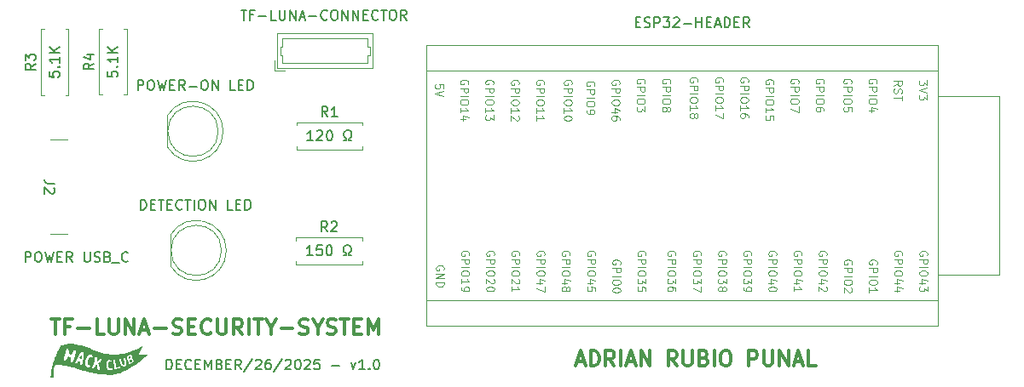
<source format=gbr>
%TF.GenerationSoftware,KiCad,Pcbnew,9.0.6-9.0.6~ubuntu24.04.1*%
%TF.CreationDate,2025-12-26T18:07:41+01:00*%
%TF.ProjectId,security-system,73656375-7269-4747-992d-73797374656d,0*%
%TF.SameCoordinates,Original*%
%TF.FileFunction,Legend,Top*%
%TF.FilePolarity,Positive*%
%FSLAX46Y46*%
G04 Gerber Fmt 4.6, Leading zero omitted, Abs format (unit mm)*
G04 Created by KiCad (PCBNEW 9.0.6-9.0.6~ubuntu24.04.1) date 2025-12-26 18:07:41*
%MOMM*%
%LPD*%
G01*
G04 APERTURE LIST*
%ADD10C,0.300000*%
%ADD11C,0.200000*%
%ADD12C,0.304800*%
%ADD13C,0.150000*%
%ADD14C,0.100000*%
%ADD15C,0.120000*%
%ADD16C,0.000000*%
G04 APERTURE END LIST*
D10*
X181344285Y-104012257D02*
X182058571Y-104012257D01*
X181201428Y-104440828D02*
X181701428Y-102940828D01*
X181701428Y-102940828D02*
X182201428Y-104440828D01*
X182701427Y-104440828D02*
X182701427Y-102940828D01*
X182701427Y-102940828D02*
X183058570Y-102940828D01*
X183058570Y-102940828D02*
X183272856Y-103012257D01*
X183272856Y-103012257D02*
X183415713Y-103155114D01*
X183415713Y-103155114D02*
X183487142Y-103297971D01*
X183487142Y-103297971D02*
X183558570Y-103583685D01*
X183558570Y-103583685D02*
X183558570Y-103797971D01*
X183558570Y-103797971D02*
X183487142Y-104083685D01*
X183487142Y-104083685D02*
X183415713Y-104226542D01*
X183415713Y-104226542D02*
X183272856Y-104369400D01*
X183272856Y-104369400D02*
X183058570Y-104440828D01*
X183058570Y-104440828D02*
X182701427Y-104440828D01*
X185058570Y-104440828D02*
X184558570Y-103726542D01*
X184201427Y-104440828D02*
X184201427Y-102940828D01*
X184201427Y-102940828D02*
X184772856Y-102940828D01*
X184772856Y-102940828D02*
X184915713Y-103012257D01*
X184915713Y-103012257D02*
X184987142Y-103083685D01*
X184987142Y-103083685D02*
X185058570Y-103226542D01*
X185058570Y-103226542D02*
X185058570Y-103440828D01*
X185058570Y-103440828D02*
X184987142Y-103583685D01*
X184987142Y-103583685D02*
X184915713Y-103655114D01*
X184915713Y-103655114D02*
X184772856Y-103726542D01*
X184772856Y-103726542D02*
X184201427Y-103726542D01*
X185701427Y-104440828D02*
X185701427Y-102940828D01*
X186344285Y-104012257D02*
X187058571Y-104012257D01*
X186201428Y-104440828D02*
X186701428Y-102940828D01*
X186701428Y-102940828D02*
X187201428Y-104440828D01*
X187701427Y-104440828D02*
X187701427Y-102940828D01*
X187701427Y-102940828D02*
X188558570Y-104440828D01*
X188558570Y-104440828D02*
X188558570Y-102940828D01*
X191272856Y-104440828D02*
X190772856Y-103726542D01*
X190415713Y-104440828D02*
X190415713Y-102940828D01*
X190415713Y-102940828D02*
X190987142Y-102940828D01*
X190987142Y-102940828D02*
X191129999Y-103012257D01*
X191129999Y-103012257D02*
X191201428Y-103083685D01*
X191201428Y-103083685D02*
X191272856Y-103226542D01*
X191272856Y-103226542D02*
X191272856Y-103440828D01*
X191272856Y-103440828D02*
X191201428Y-103583685D01*
X191201428Y-103583685D02*
X191129999Y-103655114D01*
X191129999Y-103655114D02*
X190987142Y-103726542D01*
X190987142Y-103726542D02*
X190415713Y-103726542D01*
X191915713Y-102940828D02*
X191915713Y-104155114D01*
X191915713Y-104155114D02*
X191987142Y-104297971D01*
X191987142Y-104297971D02*
X192058571Y-104369400D01*
X192058571Y-104369400D02*
X192201428Y-104440828D01*
X192201428Y-104440828D02*
X192487142Y-104440828D01*
X192487142Y-104440828D02*
X192629999Y-104369400D01*
X192629999Y-104369400D02*
X192701428Y-104297971D01*
X192701428Y-104297971D02*
X192772856Y-104155114D01*
X192772856Y-104155114D02*
X192772856Y-102940828D01*
X193987142Y-103655114D02*
X194201428Y-103726542D01*
X194201428Y-103726542D02*
X194272857Y-103797971D01*
X194272857Y-103797971D02*
X194344285Y-103940828D01*
X194344285Y-103940828D02*
X194344285Y-104155114D01*
X194344285Y-104155114D02*
X194272857Y-104297971D01*
X194272857Y-104297971D02*
X194201428Y-104369400D01*
X194201428Y-104369400D02*
X194058571Y-104440828D01*
X194058571Y-104440828D02*
X193487142Y-104440828D01*
X193487142Y-104440828D02*
X193487142Y-102940828D01*
X193487142Y-102940828D02*
X193987142Y-102940828D01*
X193987142Y-102940828D02*
X194130000Y-103012257D01*
X194130000Y-103012257D02*
X194201428Y-103083685D01*
X194201428Y-103083685D02*
X194272857Y-103226542D01*
X194272857Y-103226542D02*
X194272857Y-103369400D01*
X194272857Y-103369400D02*
X194201428Y-103512257D01*
X194201428Y-103512257D02*
X194130000Y-103583685D01*
X194130000Y-103583685D02*
X193987142Y-103655114D01*
X193987142Y-103655114D02*
X193487142Y-103655114D01*
X194987142Y-104440828D02*
X194987142Y-102940828D01*
X195987143Y-102940828D02*
X196272857Y-102940828D01*
X196272857Y-102940828D02*
X196415714Y-103012257D01*
X196415714Y-103012257D02*
X196558571Y-103155114D01*
X196558571Y-103155114D02*
X196630000Y-103440828D01*
X196630000Y-103440828D02*
X196630000Y-103940828D01*
X196630000Y-103940828D02*
X196558571Y-104226542D01*
X196558571Y-104226542D02*
X196415714Y-104369400D01*
X196415714Y-104369400D02*
X196272857Y-104440828D01*
X196272857Y-104440828D02*
X195987143Y-104440828D01*
X195987143Y-104440828D02*
X195844286Y-104369400D01*
X195844286Y-104369400D02*
X195701428Y-104226542D01*
X195701428Y-104226542D02*
X195630000Y-103940828D01*
X195630000Y-103940828D02*
X195630000Y-103440828D01*
X195630000Y-103440828D02*
X195701428Y-103155114D01*
X195701428Y-103155114D02*
X195844286Y-103012257D01*
X195844286Y-103012257D02*
X195987143Y-102940828D01*
X198415714Y-104440828D02*
X198415714Y-102940828D01*
X198415714Y-102940828D02*
X198987143Y-102940828D01*
X198987143Y-102940828D02*
X199130000Y-103012257D01*
X199130000Y-103012257D02*
X199201429Y-103083685D01*
X199201429Y-103083685D02*
X199272857Y-103226542D01*
X199272857Y-103226542D02*
X199272857Y-103440828D01*
X199272857Y-103440828D02*
X199201429Y-103583685D01*
X199201429Y-103583685D02*
X199130000Y-103655114D01*
X199130000Y-103655114D02*
X198987143Y-103726542D01*
X198987143Y-103726542D02*
X198415714Y-103726542D01*
X199915714Y-102940828D02*
X199915714Y-104155114D01*
X199915714Y-104155114D02*
X199987143Y-104297971D01*
X199987143Y-104297971D02*
X200058572Y-104369400D01*
X200058572Y-104369400D02*
X200201429Y-104440828D01*
X200201429Y-104440828D02*
X200487143Y-104440828D01*
X200487143Y-104440828D02*
X200630000Y-104369400D01*
X200630000Y-104369400D02*
X200701429Y-104297971D01*
X200701429Y-104297971D02*
X200772857Y-104155114D01*
X200772857Y-104155114D02*
X200772857Y-102940828D01*
X201487143Y-104440828D02*
X201487143Y-102940828D01*
X201487143Y-102940828D02*
X202344286Y-104440828D01*
X202344286Y-104440828D02*
X202344286Y-102940828D01*
X202987144Y-104012257D02*
X203701430Y-104012257D01*
X202844287Y-104440828D02*
X203344287Y-102940828D01*
X203344287Y-102940828D02*
X203844287Y-104440828D01*
X205058572Y-104440828D02*
X204344286Y-104440828D01*
X204344286Y-104440828D02*
X204344286Y-102940828D01*
D11*
X140582381Y-104797219D02*
X140582381Y-103797219D01*
X140582381Y-103797219D02*
X140820476Y-103797219D01*
X140820476Y-103797219D02*
X140963333Y-103844838D01*
X140963333Y-103844838D02*
X141058571Y-103940076D01*
X141058571Y-103940076D02*
X141106190Y-104035314D01*
X141106190Y-104035314D02*
X141153809Y-104225790D01*
X141153809Y-104225790D02*
X141153809Y-104368647D01*
X141153809Y-104368647D02*
X141106190Y-104559123D01*
X141106190Y-104559123D02*
X141058571Y-104654361D01*
X141058571Y-104654361D02*
X140963333Y-104749600D01*
X140963333Y-104749600D02*
X140820476Y-104797219D01*
X140820476Y-104797219D02*
X140582381Y-104797219D01*
X141582381Y-104273409D02*
X141915714Y-104273409D01*
X142058571Y-104797219D02*
X141582381Y-104797219D01*
X141582381Y-104797219D02*
X141582381Y-103797219D01*
X141582381Y-103797219D02*
X142058571Y-103797219D01*
X143058571Y-104701980D02*
X143010952Y-104749600D01*
X143010952Y-104749600D02*
X142868095Y-104797219D01*
X142868095Y-104797219D02*
X142772857Y-104797219D01*
X142772857Y-104797219D02*
X142630000Y-104749600D01*
X142630000Y-104749600D02*
X142534762Y-104654361D01*
X142534762Y-104654361D02*
X142487143Y-104559123D01*
X142487143Y-104559123D02*
X142439524Y-104368647D01*
X142439524Y-104368647D02*
X142439524Y-104225790D01*
X142439524Y-104225790D02*
X142487143Y-104035314D01*
X142487143Y-104035314D02*
X142534762Y-103940076D01*
X142534762Y-103940076D02*
X142630000Y-103844838D01*
X142630000Y-103844838D02*
X142772857Y-103797219D01*
X142772857Y-103797219D02*
X142868095Y-103797219D01*
X142868095Y-103797219D02*
X143010952Y-103844838D01*
X143010952Y-103844838D02*
X143058571Y-103892457D01*
X143487143Y-104273409D02*
X143820476Y-104273409D01*
X143963333Y-104797219D02*
X143487143Y-104797219D01*
X143487143Y-104797219D02*
X143487143Y-103797219D01*
X143487143Y-103797219D02*
X143963333Y-103797219D01*
X144391905Y-104797219D02*
X144391905Y-103797219D01*
X144391905Y-103797219D02*
X144725238Y-104511504D01*
X144725238Y-104511504D02*
X145058571Y-103797219D01*
X145058571Y-103797219D02*
X145058571Y-104797219D01*
X145868095Y-104273409D02*
X146010952Y-104321028D01*
X146010952Y-104321028D02*
X146058571Y-104368647D01*
X146058571Y-104368647D02*
X146106190Y-104463885D01*
X146106190Y-104463885D02*
X146106190Y-104606742D01*
X146106190Y-104606742D02*
X146058571Y-104701980D01*
X146058571Y-104701980D02*
X146010952Y-104749600D01*
X146010952Y-104749600D02*
X145915714Y-104797219D01*
X145915714Y-104797219D02*
X145534762Y-104797219D01*
X145534762Y-104797219D02*
X145534762Y-103797219D01*
X145534762Y-103797219D02*
X145868095Y-103797219D01*
X145868095Y-103797219D02*
X145963333Y-103844838D01*
X145963333Y-103844838D02*
X146010952Y-103892457D01*
X146010952Y-103892457D02*
X146058571Y-103987695D01*
X146058571Y-103987695D02*
X146058571Y-104082933D01*
X146058571Y-104082933D02*
X146010952Y-104178171D01*
X146010952Y-104178171D02*
X145963333Y-104225790D01*
X145963333Y-104225790D02*
X145868095Y-104273409D01*
X145868095Y-104273409D02*
X145534762Y-104273409D01*
X146534762Y-104273409D02*
X146868095Y-104273409D01*
X147010952Y-104797219D02*
X146534762Y-104797219D01*
X146534762Y-104797219D02*
X146534762Y-103797219D01*
X146534762Y-103797219D02*
X147010952Y-103797219D01*
X148010952Y-104797219D02*
X147677619Y-104321028D01*
X147439524Y-104797219D02*
X147439524Y-103797219D01*
X147439524Y-103797219D02*
X147820476Y-103797219D01*
X147820476Y-103797219D02*
X147915714Y-103844838D01*
X147915714Y-103844838D02*
X147963333Y-103892457D01*
X147963333Y-103892457D02*
X148010952Y-103987695D01*
X148010952Y-103987695D02*
X148010952Y-104130552D01*
X148010952Y-104130552D02*
X147963333Y-104225790D01*
X147963333Y-104225790D02*
X147915714Y-104273409D01*
X147915714Y-104273409D02*
X147820476Y-104321028D01*
X147820476Y-104321028D02*
X147439524Y-104321028D01*
X149153809Y-103749600D02*
X148296667Y-105035314D01*
X149439524Y-103892457D02*
X149487143Y-103844838D01*
X149487143Y-103844838D02*
X149582381Y-103797219D01*
X149582381Y-103797219D02*
X149820476Y-103797219D01*
X149820476Y-103797219D02*
X149915714Y-103844838D01*
X149915714Y-103844838D02*
X149963333Y-103892457D01*
X149963333Y-103892457D02*
X150010952Y-103987695D01*
X150010952Y-103987695D02*
X150010952Y-104082933D01*
X150010952Y-104082933D02*
X149963333Y-104225790D01*
X149963333Y-104225790D02*
X149391905Y-104797219D01*
X149391905Y-104797219D02*
X150010952Y-104797219D01*
X150868095Y-103797219D02*
X150677619Y-103797219D01*
X150677619Y-103797219D02*
X150582381Y-103844838D01*
X150582381Y-103844838D02*
X150534762Y-103892457D01*
X150534762Y-103892457D02*
X150439524Y-104035314D01*
X150439524Y-104035314D02*
X150391905Y-104225790D01*
X150391905Y-104225790D02*
X150391905Y-104606742D01*
X150391905Y-104606742D02*
X150439524Y-104701980D01*
X150439524Y-104701980D02*
X150487143Y-104749600D01*
X150487143Y-104749600D02*
X150582381Y-104797219D01*
X150582381Y-104797219D02*
X150772857Y-104797219D01*
X150772857Y-104797219D02*
X150868095Y-104749600D01*
X150868095Y-104749600D02*
X150915714Y-104701980D01*
X150915714Y-104701980D02*
X150963333Y-104606742D01*
X150963333Y-104606742D02*
X150963333Y-104368647D01*
X150963333Y-104368647D02*
X150915714Y-104273409D01*
X150915714Y-104273409D02*
X150868095Y-104225790D01*
X150868095Y-104225790D02*
X150772857Y-104178171D01*
X150772857Y-104178171D02*
X150582381Y-104178171D01*
X150582381Y-104178171D02*
X150487143Y-104225790D01*
X150487143Y-104225790D02*
X150439524Y-104273409D01*
X150439524Y-104273409D02*
X150391905Y-104368647D01*
X152106190Y-103749600D02*
X151249048Y-105035314D01*
X152391905Y-103892457D02*
X152439524Y-103844838D01*
X152439524Y-103844838D02*
X152534762Y-103797219D01*
X152534762Y-103797219D02*
X152772857Y-103797219D01*
X152772857Y-103797219D02*
X152868095Y-103844838D01*
X152868095Y-103844838D02*
X152915714Y-103892457D01*
X152915714Y-103892457D02*
X152963333Y-103987695D01*
X152963333Y-103987695D02*
X152963333Y-104082933D01*
X152963333Y-104082933D02*
X152915714Y-104225790D01*
X152915714Y-104225790D02*
X152344286Y-104797219D01*
X152344286Y-104797219D02*
X152963333Y-104797219D01*
X153582381Y-103797219D02*
X153677619Y-103797219D01*
X153677619Y-103797219D02*
X153772857Y-103844838D01*
X153772857Y-103844838D02*
X153820476Y-103892457D01*
X153820476Y-103892457D02*
X153868095Y-103987695D01*
X153868095Y-103987695D02*
X153915714Y-104178171D01*
X153915714Y-104178171D02*
X153915714Y-104416266D01*
X153915714Y-104416266D02*
X153868095Y-104606742D01*
X153868095Y-104606742D02*
X153820476Y-104701980D01*
X153820476Y-104701980D02*
X153772857Y-104749600D01*
X153772857Y-104749600D02*
X153677619Y-104797219D01*
X153677619Y-104797219D02*
X153582381Y-104797219D01*
X153582381Y-104797219D02*
X153487143Y-104749600D01*
X153487143Y-104749600D02*
X153439524Y-104701980D01*
X153439524Y-104701980D02*
X153391905Y-104606742D01*
X153391905Y-104606742D02*
X153344286Y-104416266D01*
X153344286Y-104416266D02*
X153344286Y-104178171D01*
X153344286Y-104178171D02*
X153391905Y-103987695D01*
X153391905Y-103987695D02*
X153439524Y-103892457D01*
X153439524Y-103892457D02*
X153487143Y-103844838D01*
X153487143Y-103844838D02*
X153582381Y-103797219D01*
X154296667Y-103892457D02*
X154344286Y-103844838D01*
X154344286Y-103844838D02*
X154439524Y-103797219D01*
X154439524Y-103797219D02*
X154677619Y-103797219D01*
X154677619Y-103797219D02*
X154772857Y-103844838D01*
X154772857Y-103844838D02*
X154820476Y-103892457D01*
X154820476Y-103892457D02*
X154868095Y-103987695D01*
X154868095Y-103987695D02*
X154868095Y-104082933D01*
X154868095Y-104082933D02*
X154820476Y-104225790D01*
X154820476Y-104225790D02*
X154249048Y-104797219D01*
X154249048Y-104797219D02*
X154868095Y-104797219D01*
X155772857Y-103797219D02*
X155296667Y-103797219D01*
X155296667Y-103797219D02*
X155249048Y-104273409D01*
X155249048Y-104273409D02*
X155296667Y-104225790D01*
X155296667Y-104225790D02*
X155391905Y-104178171D01*
X155391905Y-104178171D02*
X155630000Y-104178171D01*
X155630000Y-104178171D02*
X155725238Y-104225790D01*
X155725238Y-104225790D02*
X155772857Y-104273409D01*
X155772857Y-104273409D02*
X155820476Y-104368647D01*
X155820476Y-104368647D02*
X155820476Y-104606742D01*
X155820476Y-104606742D02*
X155772857Y-104701980D01*
X155772857Y-104701980D02*
X155725238Y-104749600D01*
X155725238Y-104749600D02*
X155630000Y-104797219D01*
X155630000Y-104797219D02*
X155391905Y-104797219D01*
X155391905Y-104797219D02*
X155296667Y-104749600D01*
X155296667Y-104749600D02*
X155249048Y-104701980D01*
X157010953Y-104416266D02*
X157772858Y-104416266D01*
X158915715Y-104130552D02*
X159153810Y-104797219D01*
X159153810Y-104797219D02*
X159391905Y-104130552D01*
X160296667Y-104797219D02*
X159725239Y-104797219D01*
X160010953Y-104797219D02*
X160010953Y-103797219D01*
X160010953Y-103797219D02*
X159915715Y-103940076D01*
X159915715Y-103940076D02*
X159820477Y-104035314D01*
X159820477Y-104035314D02*
X159725239Y-104082933D01*
X160725239Y-104701980D02*
X160772858Y-104749600D01*
X160772858Y-104749600D02*
X160725239Y-104797219D01*
X160725239Y-104797219D02*
X160677620Y-104749600D01*
X160677620Y-104749600D02*
X160725239Y-104701980D01*
X160725239Y-104701980D02*
X160725239Y-104797219D01*
X161391905Y-103797219D02*
X161487143Y-103797219D01*
X161487143Y-103797219D02*
X161582381Y-103844838D01*
X161582381Y-103844838D02*
X161630000Y-103892457D01*
X161630000Y-103892457D02*
X161677619Y-103987695D01*
X161677619Y-103987695D02*
X161725238Y-104178171D01*
X161725238Y-104178171D02*
X161725238Y-104416266D01*
X161725238Y-104416266D02*
X161677619Y-104606742D01*
X161677619Y-104606742D02*
X161630000Y-104701980D01*
X161630000Y-104701980D02*
X161582381Y-104749600D01*
X161582381Y-104749600D02*
X161487143Y-104797219D01*
X161487143Y-104797219D02*
X161391905Y-104797219D01*
X161391905Y-104797219D02*
X161296667Y-104749600D01*
X161296667Y-104749600D02*
X161249048Y-104701980D01*
X161249048Y-104701980D02*
X161201429Y-104606742D01*
X161201429Y-104606742D02*
X161153810Y-104416266D01*
X161153810Y-104416266D02*
X161153810Y-104178171D01*
X161153810Y-104178171D02*
X161201429Y-103987695D01*
X161201429Y-103987695D02*
X161249048Y-103892457D01*
X161249048Y-103892457D02*
X161296667Y-103844838D01*
X161296667Y-103844838D02*
X161391905Y-103797219D01*
D12*
X129115142Y-99783641D02*
X129986000Y-99783641D01*
X129550571Y-101307641D02*
X129550571Y-99783641D01*
X131002000Y-100509355D02*
X130494000Y-100509355D01*
X130494000Y-101307641D02*
X130494000Y-99783641D01*
X130494000Y-99783641D02*
X131219714Y-99783641D01*
X131800286Y-100727070D02*
X132961429Y-100727070D01*
X134412857Y-101307641D02*
X133687143Y-101307641D01*
X133687143Y-101307641D02*
X133687143Y-99783641D01*
X134920857Y-99783641D02*
X134920857Y-101017355D01*
X134920857Y-101017355D02*
X134993428Y-101162498D01*
X134993428Y-101162498D02*
X135066000Y-101235070D01*
X135066000Y-101235070D02*
X135211142Y-101307641D01*
X135211142Y-101307641D02*
X135501428Y-101307641D01*
X135501428Y-101307641D02*
X135646571Y-101235070D01*
X135646571Y-101235070D02*
X135719142Y-101162498D01*
X135719142Y-101162498D02*
X135791714Y-101017355D01*
X135791714Y-101017355D02*
X135791714Y-99783641D01*
X136517428Y-101307641D02*
X136517428Y-99783641D01*
X136517428Y-99783641D02*
X137388285Y-101307641D01*
X137388285Y-101307641D02*
X137388285Y-99783641D01*
X138041427Y-100872212D02*
X138767142Y-100872212D01*
X137896284Y-101307641D02*
X138404284Y-99783641D01*
X138404284Y-99783641D02*
X138912284Y-101307641D01*
X139420285Y-100727070D02*
X140581428Y-100727070D01*
X141234570Y-101235070D02*
X141452285Y-101307641D01*
X141452285Y-101307641D02*
X141815142Y-101307641D01*
X141815142Y-101307641D02*
X141960285Y-101235070D01*
X141960285Y-101235070D02*
X142032856Y-101162498D01*
X142032856Y-101162498D02*
X142105427Y-101017355D01*
X142105427Y-101017355D02*
X142105427Y-100872212D01*
X142105427Y-100872212D02*
X142032856Y-100727070D01*
X142032856Y-100727070D02*
X141960285Y-100654498D01*
X141960285Y-100654498D02*
X141815142Y-100581927D01*
X141815142Y-100581927D02*
X141524856Y-100509355D01*
X141524856Y-100509355D02*
X141379713Y-100436784D01*
X141379713Y-100436784D02*
X141307142Y-100364212D01*
X141307142Y-100364212D02*
X141234570Y-100219070D01*
X141234570Y-100219070D02*
X141234570Y-100073927D01*
X141234570Y-100073927D02*
X141307142Y-99928784D01*
X141307142Y-99928784D02*
X141379713Y-99856212D01*
X141379713Y-99856212D02*
X141524856Y-99783641D01*
X141524856Y-99783641D02*
X141887713Y-99783641D01*
X141887713Y-99783641D02*
X142105427Y-99856212D01*
X142758571Y-100509355D02*
X143266571Y-100509355D01*
X143484285Y-101307641D02*
X142758571Y-101307641D01*
X142758571Y-101307641D02*
X142758571Y-99783641D01*
X142758571Y-99783641D02*
X143484285Y-99783641D01*
X145008285Y-101162498D02*
X144935713Y-101235070D01*
X144935713Y-101235070D02*
X144717999Y-101307641D01*
X144717999Y-101307641D02*
X144572856Y-101307641D01*
X144572856Y-101307641D02*
X144355142Y-101235070D01*
X144355142Y-101235070D02*
X144209999Y-101089927D01*
X144209999Y-101089927D02*
X144137428Y-100944784D01*
X144137428Y-100944784D02*
X144064856Y-100654498D01*
X144064856Y-100654498D02*
X144064856Y-100436784D01*
X144064856Y-100436784D02*
X144137428Y-100146498D01*
X144137428Y-100146498D02*
X144209999Y-100001355D01*
X144209999Y-100001355D02*
X144355142Y-99856212D01*
X144355142Y-99856212D02*
X144572856Y-99783641D01*
X144572856Y-99783641D02*
X144717999Y-99783641D01*
X144717999Y-99783641D02*
X144935713Y-99856212D01*
X144935713Y-99856212D02*
X145008285Y-99928784D01*
X145661428Y-99783641D02*
X145661428Y-101017355D01*
X145661428Y-101017355D02*
X145733999Y-101162498D01*
X145733999Y-101162498D02*
X145806571Y-101235070D01*
X145806571Y-101235070D02*
X145951713Y-101307641D01*
X145951713Y-101307641D02*
X146241999Y-101307641D01*
X146241999Y-101307641D02*
X146387142Y-101235070D01*
X146387142Y-101235070D02*
X146459713Y-101162498D01*
X146459713Y-101162498D02*
X146532285Y-101017355D01*
X146532285Y-101017355D02*
X146532285Y-99783641D01*
X148128856Y-101307641D02*
X147620856Y-100581927D01*
X147257999Y-101307641D02*
X147257999Y-99783641D01*
X147257999Y-99783641D02*
X147838570Y-99783641D01*
X147838570Y-99783641D02*
X147983713Y-99856212D01*
X147983713Y-99856212D02*
X148056284Y-99928784D01*
X148056284Y-99928784D02*
X148128856Y-100073927D01*
X148128856Y-100073927D02*
X148128856Y-100291641D01*
X148128856Y-100291641D02*
X148056284Y-100436784D01*
X148056284Y-100436784D02*
X147983713Y-100509355D01*
X147983713Y-100509355D02*
X147838570Y-100581927D01*
X147838570Y-100581927D02*
X147257999Y-100581927D01*
X148781999Y-101307641D02*
X148781999Y-99783641D01*
X149289998Y-99783641D02*
X150160856Y-99783641D01*
X149725427Y-101307641D02*
X149725427Y-99783641D01*
X150959141Y-100581927D02*
X150959141Y-101307641D01*
X150451141Y-99783641D02*
X150959141Y-100581927D01*
X150959141Y-100581927D02*
X151467141Y-99783641D01*
X151975142Y-100727070D02*
X153136285Y-100727070D01*
X153789427Y-101235070D02*
X154007142Y-101307641D01*
X154007142Y-101307641D02*
X154369999Y-101307641D01*
X154369999Y-101307641D02*
X154515142Y-101235070D01*
X154515142Y-101235070D02*
X154587713Y-101162498D01*
X154587713Y-101162498D02*
X154660284Y-101017355D01*
X154660284Y-101017355D02*
X154660284Y-100872212D01*
X154660284Y-100872212D02*
X154587713Y-100727070D01*
X154587713Y-100727070D02*
X154515142Y-100654498D01*
X154515142Y-100654498D02*
X154369999Y-100581927D01*
X154369999Y-100581927D02*
X154079713Y-100509355D01*
X154079713Y-100509355D02*
X153934570Y-100436784D01*
X153934570Y-100436784D02*
X153861999Y-100364212D01*
X153861999Y-100364212D02*
X153789427Y-100219070D01*
X153789427Y-100219070D02*
X153789427Y-100073927D01*
X153789427Y-100073927D02*
X153861999Y-99928784D01*
X153861999Y-99928784D02*
X153934570Y-99856212D01*
X153934570Y-99856212D02*
X154079713Y-99783641D01*
X154079713Y-99783641D02*
X154442570Y-99783641D01*
X154442570Y-99783641D02*
X154660284Y-99856212D01*
X155603713Y-100581927D02*
X155603713Y-101307641D01*
X155095713Y-99783641D02*
X155603713Y-100581927D01*
X155603713Y-100581927D02*
X156111713Y-99783641D01*
X156547142Y-101235070D02*
X156764857Y-101307641D01*
X156764857Y-101307641D02*
X157127714Y-101307641D01*
X157127714Y-101307641D02*
X157272857Y-101235070D01*
X157272857Y-101235070D02*
X157345428Y-101162498D01*
X157345428Y-101162498D02*
X157417999Y-101017355D01*
X157417999Y-101017355D02*
X157417999Y-100872212D01*
X157417999Y-100872212D02*
X157345428Y-100727070D01*
X157345428Y-100727070D02*
X157272857Y-100654498D01*
X157272857Y-100654498D02*
X157127714Y-100581927D01*
X157127714Y-100581927D02*
X156837428Y-100509355D01*
X156837428Y-100509355D02*
X156692285Y-100436784D01*
X156692285Y-100436784D02*
X156619714Y-100364212D01*
X156619714Y-100364212D02*
X156547142Y-100219070D01*
X156547142Y-100219070D02*
X156547142Y-100073927D01*
X156547142Y-100073927D02*
X156619714Y-99928784D01*
X156619714Y-99928784D02*
X156692285Y-99856212D01*
X156692285Y-99856212D02*
X156837428Y-99783641D01*
X156837428Y-99783641D02*
X157200285Y-99783641D01*
X157200285Y-99783641D02*
X157417999Y-99856212D01*
X157853428Y-99783641D02*
X158724286Y-99783641D01*
X158288857Y-101307641D02*
X158288857Y-99783641D01*
X159232286Y-100509355D02*
X159740286Y-100509355D01*
X159958000Y-101307641D02*
X159232286Y-101307641D01*
X159232286Y-101307641D02*
X159232286Y-99783641D01*
X159232286Y-99783641D02*
X159958000Y-99783641D01*
X160611143Y-101307641D02*
X160611143Y-99783641D01*
X160611143Y-99783641D02*
X161119143Y-100872212D01*
X161119143Y-100872212D02*
X161627143Y-99783641D01*
X161627143Y-99783641D02*
X161627143Y-101307641D01*
D11*
X147983095Y-69017219D02*
X148554523Y-69017219D01*
X148268809Y-70017219D02*
X148268809Y-69017219D01*
X149221190Y-69493409D02*
X148887857Y-69493409D01*
X148887857Y-70017219D02*
X148887857Y-69017219D01*
X148887857Y-69017219D02*
X149364047Y-69017219D01*
X149745000Y-69636266D02*
X150506905Y-69636266D01*
X151459285Y-70017219D02*
X150983095Y-70017219D01*
X150983095Y-70017219D02*
X150983095Y-69017219D01*
X151792619Y-69017219D02*
X151792619Y-69826742D01*
X151792619Y-69826742D02*
X151840238Y-69921980D01*
X151840238Y-69921980D02*
X151887857Y-69969600D01*
X151887857Y-69969600D02*
X151983095Y-70017219D01*
X151983095Y-70017219D02*
X152173571Y-70017219D01*
X152173571Y-70017219D02*
X152268809Y-69969600D01*
X152268809Y-69969600D02*
X152316428Y-69921980D01*
X152316428Y-69921980D02*
X152364047Y-69826742D01*
X152364047Y-69826742D02*
X152364047Y-69017219D01*
X152840238Y-70017219D02*
X152840238Y-69017219D01*
X152840238Y-69017219D02*
X153411666Y-70017219D01*
X153411666Y-70017219D02*
X153411666Y-69017219D01*
X153840238Y-69731504D02*
X154316428Y-69731504D01*
X153745000Y-70017219D02*
X154078333Y-69017219D01*
X154078333Y-69017219D02*
X154411666Y-70017219D01*
X154745000Y-69636266D02*
X155506905Y-69636266D01*
X156554523Y-69921980D02*
X156506904Y-69969600D01*
X156506904Y-69969600D02*
X156364047Y-70017219D01*
X156364047Y-70017219D02*
X156268809Y-70017219D01*
X156268809Y-70017219D02*
X156125952Y-69969600D01*
X156125952Y-69969600D02*
X156030714Y-69874361D01*
X156030714Y-69874361D02*
X155983095Y-69779123D01*
X155983095Y-69779123D02*
X155935476Y-69588647D01*
X155935476Y-69588647D02*
X155935476Y-69445790D01*
X155935476Y-69445790D02*
X155983095Y-69255314D01*
X155983095Y-69255314D02*
X156030714Y-69160076D01*
X156030714Y-69160076D02*
X156125952Y-69064838D01*
X156125952Y-69064838D02*
X156268809Y-69017219D01*
X156268809Y-69017219D02*
X156364047Y-69017219D01*
X156364047Y-69017219D02*
X156506904Y-69064838D01*
X156506904Y-69064838D02*
X156554523Y-69112457D01*
X157173571Y-69017219D02*
X157364047Y-69017219D01*
X157364047Y-69017219D02*
X157459285Y-69064838D01*
X157459285Y-69064838D02*
X157554523Y-69160076D01*
X157554523Y-69160076D02*
X157602142Y-69350552D01*
X157602142Y-69350552D02*
X157602142Y-69683885D01*
X157602142Y-69683885D02*
X157554523Y-69874361D01*
X157554523Y-69874361D02*
X157459285Y-69969600D01*
X157459285Y-69969600D02*
X157364047Y-70017219D01*
X157364047Y-70017219D02*
X157173571Y-70017219D01*
X157173571Y-70017219D02*
X157078333Y-69969600D01*
X157078333Y-69969600D02*
X156983095Y-69874361D01*
X156983095Y-69874361D02*
X156935476Y-69683885D01*
X156935476Y-69683885D02*
X156935476Y-69350552D01*
X156935476Y-69350552D02*
X156983095Y-69160076D01*
X156983095Y-69160076D02*
X157078333Y-69064838D01*
X157078333Y-69064838D02*
X157173571Y-69017219D01*
X158030714Y-70017219D02*
X158030714Y-69017219D01*
X158030714Y-69017219D02*
X158602142Y-70017219D01*
X158602142Y-70017219D02*
X158602142Y-69017219D01*
X159078333Y-70017219D02*
X159078333Y-69017219D01*
X159078333Y-69017219D02*
X159649761Y-70017219D01*
X159649761Y-70017219D02*
X159649761Y-69017219D01*
X160125952Y-69493409D02*
X160459285Y-69493409D01*
X160602142Y-70017219D02*
X160125952Y-70017219D01*
X160125952Y-70017219D02*
X160125952Y-69017219D01*
X160125952Y-69017219D02*
X160602142Y-69017219D01*
X161602142Y-69921980D02*
X161554523Y-69969600D01*
X161554523Y-69969600D02*
X161411666Y-70017219D01*
X161411666Y-70017219D02*
X161316428Y-70017219D01*
X161316428Y-70017219D02*
X161173571Y-69969600D01*
X161173571Y-69969600D02*
X161078333Y-69874361D01*
X161078333Y-69874361D02*
X161030714Y-69779123D01*
X161030714Y-69779123D02*
X160983095Y-69588647D01*
X160983095Y-69588647D02*
X160983095Y-69445790D01*
X160983095Y-69445790D02*
X161030714Y-69255314D01*
X161030714Y-69255314D02*
X161078333Y-69160076D01*
X161078333Y-69160076D02*
X161173571Y-69064838D01*
X161173571Y-69064838D02*
X161316428Y-69017219D01*
X161316428Y-69017219D02*
X161411666Y-69017219D01*
X161411666Y-69017219D02*
X161554523Y-69064838D01*
X161554523Y-69064838D02*
X161602142Y-69112457D01*
X161887857Y-69017219D02*
X162459285Y-69017219D01*
X162173571Y-70017219D02*
X162173571Y-69017219D01*
X162983095Y-69017219D02*
X163173571Y-69017219D01*
X163173571Y-69017219D02*
X163268809Y-69064838D01*
X163268809Y-69064838D02*
X163364047Y-69160076D01*
X163364047Y-69160076D02*
X163411666Y-69350552D01*
X163411666Y-69350552D02*
X163411666Y-69683885D01*
X163411666Y-69683885D02*
X163364047Y-69874361D01*
X163364047Y-69874361D02*
X163268809Y-69969600D01*
X163268809Y-69969600D02*
X163173571Y-70017219D01*
X163173571Y-70017219D02*
X162983095Y-70017219D01*
X162983095Y-70017219D02*
X162887857Y-69969600D01*
X162887857Y-69969600D02*
X162792619Y-69874361D01*
X162792619Y-69874361D02*
X162745000Y-69683885D01*
X162745000Y-69683885D02*
X162745000Y-69350552D01*
X162745000Y-69350552D02*
X162792619Y-69160076D01*
X162792619Y-69160076D02*
X162887857Y-69064838D01*
X162887857Y-69064838D02*
X162983095Y-69017219D01*
X164411666Y-70017219D02*
X164078333Y-69541028D01*
X163840238Y-70017219D02*
X163840238Y-69017219D01*
X163840238Y-69017219D02*
X164221190Y-69017219D01*
X164221190Y-69017219D02*
X164316428Y-69064838D01*
X164316428Y-69064838D02*
X164364047Y-69112457D01*
X164364047Y-69112457D02*
X164411666Y-69207695D01*
X164411666Y-69207695D02*
X164411666Y-69350552D01*
X164411666Y-69350552D02*
X164364047Y-69445790D01*
X164364047Y-69445790D02*
X164316428Y-69493409D01*
X164316428Y-69493409D02*
X164221190Y-69541028D01*
X164221190Y-69541028D02*
X163840238Y-69541028D01*
D13*
X126568571Y-94104819D02*
X126568571Y-93104819D01*
X126568571Y-93104819D02*
X126949523Y-93104819D01*
X126949523Y-93104819D02*
X127044761Y-93152438D01*
X127044761Y-93152438D02*
X127092380Y-93200057D01*
X127092380Y-93200057D02*
X127139999Y-93295295D01*
X127139999Y-93295295D02*
X127139999Y-93438152D01*
X127139999Y-93438152D02*
X127092380Y-93533390D01*
X127092380Y-93533390D02*
X127044761Y-93581009D01*
X127044761Y-93581009D02*
X126949523Y-93628628D01*
X126949523Y-93628628D02*
X126568571Y-93628628D01*
X127759047Y-93104819D02*
X127949523Y-93104819D01*
X127949523Y-93104819D02*
X128044761Y-93152438D01*
X128044761Y-93152438D02*
X128139999Y-93247676D01*
X128139999Y-93247676D02*
X128187618Y-93438152D01*
X128187618Y-93438152D02*
X128187618Y-93771485D01*
X128187618Y-93771485D02*
X128139999Y-93961961D01*
X128139999Y-93961961D02*
X128044761Y-94057200D01*
X128044761Y-94057200D02*
X127949523Y-94104819D01*
X127949523Y-94104819D02*
X127759047Y-94104819D01*
X127759047Y-94104819D02*
X127663809Y-94057200D01*
X127663809Y-94057200D02*
X127568571Y-93961961D01*
X127568571Y-93961961D02*
X127520952Y-93771485D01*
X127520952Y-93771485D02*
X127520952Y-93438152D01*
X127520952Y-93438152D02*
X127568571Y-93247676D01*
X127568571Y-93247676D02*
X127663809Y-93152438D01*
X127663809Y-93152438D02*
X127759047Y-93104819D01*
X128520952Y-93104819D02*
X128759047Y-94104819D01*
X128759047Y-94104819D02*
X128949523Y-93390533D01*
X128949523Y-93390533D02*
X129139999Y-94104819D01*
X129139999Y-94104819D02*
X129378095Y-93104819D01*
X129759047Y-93581009D02*
X130092380Y-93581009D01*
X130235237Y-94104819D02*
X129759047Y-94104819D01*
X129759047Y-94104819D02*
X129759047Y-93104819D01*
X129759047Y-93104819D02*
X130235237Y-93104819D01*
X131235237Y-94104819D02*
X130901904Y-93628628D01*
X130663809Y-94104819D02*
X130663809Y-93104819D01*
X130663809Y-93104819D02*
X131044761Y-93104819D01*
X131044761Y-93104819D02*
X131139999Y-93152438D01*
X131139999Y-93152438D02*
X131187618Y-93200057D01*
X131187618Y-93200057D02*
X131235237Y-93295295D01*
X131235237Y-93295295D02*
X131235237Y-93438152D01*
X131235237Y-93438152D02*
X131187618Y-93533390D01*
X131187618Y-93533390D02*
X131139999Y-93581009D01*
X131139999Y-93581009D02*
X131044761Y-93628628D01*
X131044761Y-93628628D02*
X130663809Y-93628628D01*
X132425714Y-93104819D02*
X132425714Y-93914342D01*
X132425714Y-93914342D02*
X132473333Y-94009580D01*
X132473333Y-94009580D02*
X132520952Y-94057200D01*
X132520952Y-94057200D02*
X132616190Y-94104819D01*
X132616190Y-94104819D02*
X132806666Y-94104819D01*
X132806666Y-94104819D02*
X132901904Y-94057200D01*
X132901904Y-94057200D02*
X132949523Y-94009580D01*
X132949523Y-94009580D02*
X132997142Y-93914342D01*
X132997142Y-93914342D02*
X132997142Y-93104819D01*
X133425714Y-94057200D02*
X133568571Y-94104819D01*
X133568571Y-94104819D02*
X133806666Y-94104819D01*
X133806666Y-94104819D02*
X133901904Y-94057200D01*
X133901904Y-94057200D02*
X133949523Y-94009580D01*
X133949523Y-94009580D02*
X133997142Y-93914342D01*
X133997142Y-93914342D02*
X133997142Y-93819104D01*
X133997142Y-93819104D02*
X133949523Y-93723866D01*
X133949523Y-93723866D02*
X133901904Y-93676247D01*
X133901904Y-93676247D02*
X133806666Y-93628628D01*
X133806666Y-93628628D02*
X133616190Y-93581009D01*
X133616190Y-93581009D02*
X133520952Y-93533390D01*
X133520952Y-93533390D02*
X133473333Y-93485771D01*
X133473333Y-93485771D02*
X133425714Y-93390533D01*
X133425714Y-93390533D02*
X133425714Y-93295295D01*
X133425714Y-93295295D02*
X133473333Y-93200057D01*
X133473333Y-93200057D02*
X133520952Y-93152438D01*
X133520952Y-93152438D02*
X133616190Y-93104819D01*
X133616190Y-93104819D02*
X133854285Y-93104819D01*
X133854285Y-93104819D02*
X133997142Y-93152438D01*
X134759047Y-93581009D02*
X134901904Y-93628628D01*
X134901904Y-93628628D02*
X134949523Y-93676247D01*
X134949523Y-93676247D02*
X134997142Y-93771485D01*
X134997142Y-93771485D02*
X134997142Y-93914342D01*
X134997142Y-93914342D02*
X134949523Y-94009580D01*
X134949523Y-94009580D02*
X134901904Y-94057200D01*
X134901904Y-94057200D02*
X134806666Y-94104819D01*
X134806666Y-94104819D02*
X134425714Y-94104819D01*
X134425714Y-94104819D02*
X134425714Y-93104819D01*
X134425714Y-93104819D02*
X134759047Y-93104819D01*
X134759047Y-93104819D02*
X134854285Y-93152438D01*
X134854285Y-93152438D02*
X134901904Y-93200057D01*
X134901904Y-93200057D02*
X134949523Y-93295295D01*
X134949523Y-93295295D02*
X134949523Y-93390533D01*
X134949523Y-93390533D02*
X134901904Y-93485771D01*
X134901904Y-93485771D02*
X134854285Y-93533390D01*
X134854285Y-93533390D02*
X134759047Y-93581009D01*
X134759047Y-93581009D02*
X134425714Y-93581009D01*
X135187619Y-94200057D02*
X135949523Y-94200057D01*
X136759047Y-94009580D02*
X136711428Y-94057200D01*
X136711428Y-94057200D02*
X136568571Y-94104819D01*
X136568571Y-94104819D02*
X136473333Y-94104819D01*
X136473333Y-94104819D02*
X136330476Y-94057200D01*
X136330476Y-94057200D02*
X136235238Y-93961961D01*
X136235238Y-93961961D02*
X136187619Y-93866723D01*
X136187619Y-93866723D02*
X136140000Y-93676247D01*
X136140000Y-93676247D02*
X136140000Y-93533390D01*
X136140000Y-93533390D02*
X136187619Y-93342914D01*
X136187619Y-93342914D02*
X136235238Y-93247676D01*
X136235238Y-93247676D02*
X136330476Y-93152438D01*
X136330476Y-93152438D02*
X136473333Y-93104819D01*
X136473333Y-93104819D02*
X136568571Y-93104819D01*
X136568571Y-93104819D02*
X136711428Y-93152438D01*
X136711428Y-93152438D02*
X136759047Y-93200057D01*
X129500180Y-86286666D02*
X128785895Y-86286666D01*
X128785895Y-86286666D02*
X128643038Y-86239047D01*
X128643038Y-86239047D02*
X128547800Y-86143809D01*
X128547800Y-86143809D02*
X128500180Y-86000952D01*
X128500180Y-86000952D02*
X128500180Y-85905714D01*
X129404942Y-86715238D02*
X129452561Y-86762857D01*
X129452561Y-86762857D02*
X129500180Y-86858095D01*
X129500180Y-86858095D02*
X129500180Y-87096190D01*
X129500180Y-87096190D02*
X129452561Y-87191428D01*
X129452561Y-87191428D02*
X129404942Y-87239047D01*
X129404942Y-87239047D02*
X129309704Y-87286666D01*
X129309704Y-87286666D02*
X129214466Y-87286666D01*
X129214466Y-87286666D02*
X129071609Y-87239047D01*
X129071609Y-87239047D02*
X128500180Y-86667619D01*
X128500180Y-86667619D02*
X128500180Y-87286666D01*
D11*
X138012619Y-88902219D02*
X138012619Y-87902219D01*
X138012619Y-87902219D02*
X138250714Y-87902219D01*
X138250714Y-87902219D02*
X138393571Y-87949838D01*
X138393571Y-87949838D02*
X138488809Y-88045076D01*
X138488809Y-88045076D02*
X138536428Y-88140314D01*
X138536428Y-88140314D02*
X138584047Y-88330790D01*
X138584047Y-88330790D02*
X138584047Y-88473647D01*
X138584047Y-88473647D02*
X138536428Y-88664123D01*
X138536428Y-88664123D02*
X138488809Y-88759361D01*
X138488809Y-88759361D02*
X138393571Y-88854600D01*
X138393571Y-88854600D02*
X138250714Y-88902219D01*
X138250714Y-88902219D02*
X138012619Y-88902219D01*
X139012619Y-88378409D02*
X139345952Y-88378409D01*
X139488809Y-88902219D02*
X139012619Y-88902219D01*
X139012619Y-88902219D02*
X139012619Y-87902219D01*
X139012619Y-87902219D02*
X139488809Y-87902219D01*
X139774524Y-87902219D02*
X140345952Y-87902219D01*
X140060238Y-88902219D02*
X140060238Y-87902219D01*
X140679286Y-88378409D02*
X141012619Y-88378409D01*
X141155476Y-88902219D02*
X140679286Y-88902219D01*
X140679286Y-88902219D02*
X140679286Y-87902219D01*
X140679286Y-87902219D02*
X141155476Y-87902219D01*
X142155476Y-88806980D02*
X142107857Y-88854600D01*
X142107857Y-88854600D02*
X141965000Y-88902219D01*
X141965000Y-88902219D02*
X141869762Y-88902219D01*
X141869762Y-88902219D02*
X141726905Y-88854600D01*
X141726905Y-88854600D02*
X141631667Y-88759361D01*
X141631667Y-88759361D02*
X141584048Y-88664123D01*
X141584048Y-88664123D02*
X141536429Y-88473647D01*
X141536429Y-88473647D02*
X141536429Y-88330790D01*
X141536429Y-88330790D02*
X141584048Y-88140314D01*
X141584048Y-88140314D02*
X141631667Y-88045076D01*
X141631667Y-88045076D02*
X141726905Y-87949838D01*
X141726905Y-87949838D02*
X141869762Y-87902219D01*
X141869762Y-87902219D02*
X141965000Y-87902219D01*
X141965000Y-87902219D02*
X142107857Y-87949838D01*
X142107857Y-87949838D02*
X142155476Y-87997457D01*
X142441191Y-87902219D02*
X143012619Y-87902219D01*
X142726905Y-88902219D02*
X142726905Y-87902219D01*
X143345953Y-88902219D02*
X143345953Y-87902219D01*
X144012619Y-87902219D02*
X144203095Y-87902219D01*
X144203095Y-87902219D02*
X144298333Y-87949838D01*
X144298333Y-87949838D02*
X144393571Y-88045076D01*
X144393571Y-88045076D02*
X144441190Y-88235552D01*
X144441190Y-88235552D02*
X144441190Y-88568885D01*
X144441190Y-88568885D02*
X144393571Y-88759361D01*
X144393571Y-88759361D02*
X144298333Y-88854600D01*
X144298333Y-88854600D02*
X144203095Y-88902219D01*
X144203095Y-88902219D02*
X144012619Y-88902219D01*
X144012619Y-88902219D02*
X143917381Y-88854600D01*
X143917381Y-88854600D02*
X143822143Y-88759361D01*
X143822143Y-88759361D02*
X143774524Y-88568885D01*
X143774524Y-88568885D02*
X143774524Y-88235552D01*
X143774524Y-88235552D02*
X143822143Y-88045076D01*
X143822143Y-88045076D02*
X143917381Y-87949838D01*
X143917381Y-87949838D02*
X144012619Y-87902219D01*
X144869762Y-88902219D02*
X144869762Y-87902219D01*
X144869762Y-87902219D02*
X145441190Y-88902219D01*
X145441190Y-88902219D02*
X145441190Y-87902219D01*
X147155476Y-88902219D02*
X146679286Y-88902219D01*
X146679286Y-88902219D02*
X146679286Y-87902219D01*
X147488810Y-88378409D02*
X147822143Y-88378409D01*
X147965000Y-88902219D02*
X147488810Y-88902219D01*
X147488810Y-88902219D02*
X147488810Y-87902219D01*
X147488810Y-87902219D02*
X147965000Y-87902219D01*
X148393572Y-88902219D02*
X148393572Y-87902219D01*
X148393572Y-87902219D02*
X148631667Y-87902219D01*
X148631667Y-87902219D02*
X148774524Y-87949838D01*
X148774524Y-87949838D02*
X148869762Y-88045076D01*
X148869762Y-88045076D02*
X148917381Y-88140314D01*
X148917381Y-88140314D02*
X148965000Y-88330790D01*
X148965000Y-88330790D02*
X148965000Y-88473647D01*
X148965000Y-88473647D02*
X148917381Y-88664123D01*
X148917381Y-88664123D02*
X148869762Y-88759361D01*
X148869762Y-88759361D02*
X148774524Y-88854600D01*
X148774524Y-88854600D02*
X148631667Y-88902219D01*
X148631667Y-88902219D02*
X148393572Y-88902219D01*
X156603333Y-79632219D02*
X156270000Y-79156028D01*
X156031905Y-79632219D02*
X156031905Y-78632219D01*
X156031905Y-78632219D02*
X156412857Y-78632219D01*
X156412857Y-78632219D02*
X156508095Y-78679838D01*
X156508095Y-78679838D02*
X156555714Y-78727457D01*
X156555714Y-78727457D02*
X156603333Y-78822695D01*
X156603333Y-78822695D02*
X156603333Y-78965552D01*
X156603333Y-78965552D02*
X156555714Y-79060790D01*
X156555714Y-79060790D02*
X156508095Y-79108409D01*
X156508095Y-79108409D02*
X156412857Y-79156028D01*
X156412857Y-79156028D02*
X156031905Y-79156028D01*
X157555714Y-79632219D02*
X156984286Y-79632219D01*
X157270000Y-79632219D02*
X157270000Y-78632219D01*
X157270000Y-78632219D02*
X157174762Y-78775076D01*
X157174762Y-78775076D02*
X157079524Y-78870314D01*
X157079524Y-78870314D02*
X156984286Y-78917933D01*
X155150952Y-82002219D02*
X154579524Y-82002219D01*
X154865238Y-82002219D02*
X154865238Y-81002219D01*
X154865238Y-81002219D02*
X154770000Y-81145076D01*
X154770000Y-81145076D02*
X154674762Y-81240314D01*
X154674762Y-81240314D02*
X154579524Y-81287933D01*
X155531905Y-81097457D02*
X155579524Y-81049838D01*
X155579524Y-81049838D02*
X155674762Y-81002219D01*
X155674762Y-81002219D02*
X155912857Y-81002219D01*
X155912857Y-81002219D02*
X156008095Y-81049838D01*
X156008095Y-81049838D02*
X156055714Y-81097457D01*
X156055714Y-81097457D02*
X156103333Y-81192695D01*
X156103333Y-81192695D02*
X156103333Y-81287933D01*
X156103333Y-81287933D02*
X156055714Y-81430790D01*
X156055714Y-81430790D02*
X155484286Y-82002219D01*
X155484286Y-82002219D02*
X156103333Y-82002219D01*
X156722381Y-81002219D02*
X156817619Y-81002219D01*
X156817619Y-81002219D02*
X156912857Y-81049838D01*
X156912857Y-81049838D02*
X156960476Y-81097457D01*
X156960476Y-81097457D02*
X157008095Y-81192695D01*
X157008095Y-81192695D02*
X157055714Y-81383171D01*
X157055714Y-81383171D02*
X157055714Y-81621266D01*
X157055714Y-81621266D02*
X157008095Y-81811742D01*
X157008095Y-81811742D02*
X156960476Y-81906980D01*
X156960476Y-81906980D02*
X156912857Y-81954600D01*
X156912857Y-81954600D02*
X156817619Y-82002219D01*
X156817619Y-82002219D02*
X156722381Y-82002219D01*
X156722381Y-82002219D02*
X156627143Y-81954600D01*
X156627143Y-81954600D02*
X156579524Y-81906980D01*
X156579524Y-81906980D02*
X156531905Y-81811742D01*
X156531905Y-81811742D02*
X156484286Y-81621266D01*
X156484286Y-81621266D02*
X156484286Y-81383171D01*
X156484286Y-81383171D02*
X156531905Y-81192695D01*
X156531905Y-81192695D02*
X156579524Y-81097457D01*
X156579524Y-81097457D02*
X156627143Y-81049838D01*
X156627143Y-81049838D02*
X156722381Y-81002219D01*
X158198572Y-82002219D02*
X158436667Y-82002219D01*
X158436667Y-82002219D02*
X158436667Y-81811742D01*
X158436667Y-81811742D02*
X158341429Y-81764123D01*
X158341429Y-81764123D02*
X158246191Y-81668885D01*
X158246191Y-81668885D02*
X158198572Y-81526028D01*
X158198572Y-81526028D02*
X158198572Y-81287933D01*
X158198572Y-81287933D02*
X158246191Y-81145076D01*
X158246191Y-81145076D02*
X158341429Y-81049838D01*
X158341429Y-81049838D02*
X158484286Y-81002219D01*
X158484286Y-81002219D02*
X158674762Y-81002219D01*
X158674762Y-81002219D02*
X158817619Y-81049838D01*
X158817619Y-81049838D02*
X158912857Y-81145076D01*
X158912857Y-81145076D02*
X158960476Y-81287933D01*
X158960476Y-81287933D02*
X158960476Y-81526028D01*
X158960476Y-81526028D02*
X158912857Y-81668885D01*
X158912857Y-81668885D02*
X158817619Y-81764123D01*
X158817619Y-81764123D02*
X158722381Y-81811742D01*
X158722381Y-81811742D02*
X158722381Y-82002219D01*
X158722381Y-82002219D02*
X158960476Y-82002219D01*
X137745714Y-77002219D02*
X137745714Y-76002219D01*
X137745714Y-76002219D02*
X138126666Y-76002219D01*
X138126666Y-76002219D02*
X138221904Y-76049838D01*
X138221904Y-76049838D02*
X138269523Y-76097457D01*
X138269523Y-76097457D02*
X138317142Y-76192695D01*
X138317142Y-76192695D02*
X138317142Y-76335552D01*
X138317142Y-76335552D02*
X138269523Y-76430790D01*
X138269523Y-76430790D02*
X138221904Y-76478409D01*
X138221904Y-76478409D02*
X138126666Y-76526028D01*
X138126666Y-76526028D02*
X137745714Y-76526028D01*
X138936190Y-76002219D02*
X139126666Y-76002219D01*
X139126666Y-76002219D02*
X139221904Y-76049838D01*
X139221904Y-76049838D02*
X139317142Y-76145076D01*
X139317142Y-76145076D02*
X139364761Y-76335552D01*
X139364761Y-76335552D02*
X139364761Y-76668885D01*
X139364761Y-76668885D02*
X139317142Y-76859361D01*
X139317142Y-76859361D02*
X139221904Y-76954600D01*
X139221904Y-76954600D02*
X139126666Y-77002219D01*
X139126666Y-77002219D02*
X138936190Y-77002219D01*
X138936190Y-77002219D02*
X138840952Y-76954600D01*
X138840952Y-76954600D02*
X138745714Y-76859361D01*
X138745714Y-76859361D02*
X138698095Y-76668885D01*
X138698095Y-76668885D02*
X138698095Y-76335552D01*
X138698095Y-76335552D02*
X138745714Y-76145076D01*
X138745714Y-76145076D02*
X138840952Y-76049838D01*
X138840952Y-76049838D02*
X138936190Y-76002219D01*
X139698095Y-76002219D02*
X139936190Y-77002219D01*
X139936190Y-77002219D02*
X140126666Y-76287933D01*
X140126666Y-76287933D02*
X140317142Y-77002219D01*
X140317142Y-77002219D02*
X140555238Y-76002219D01*
X140936190Y-76478409D02*
X141269523Y-76478409D01*
X141412380Y-77002219D02*
X140936190Y-77002219D01*
X140936190Y-77002219D02*
X140936190Y-76002219D01*
X140936190Y-76002219D02*
X141412380Y-76002219D01*
X142412380Y-77002219D02*
X142079047Y-76526028D01*
X141840952Y-77002219D02*
X141840952Y-76002219D01*
X141840952Y-76002219D02*
X142221904Y-76002219D01*
X142221904Y-76002219D02*
X142317142Y-76049838D01*
X142317142Y-76049838D02*
X142364761Y-76097457D01*
X142364761Y-76097457D02*
X142412380Y-76192695D01*
X142412380Y-76192695D02*
X142412380Y-76335552D01*
X142412380Y-76335552D02*
X142364761Y-76430790D01*
X142364761Y-76430790D02*
X142317142Y-76478409D01*
X142317142Y-76478409D02*
X142221904Y-76526028D01*
X142221904Y-76526028D02*
X141840952Y-76526028D01*
X142840952Y-76621266D02*
X143602857Y-76621266D01*
X144269523Y-76002219D02*
X144459999Y-76002219D01*
X144459999Y-76002219D02*
X144555237Y-76049838D01*
X144555237Y-76049838D02*
X144650475Y-76145076D01*
X144650475Y-76145076D02*
X144698094Y-76335552D01*
X144698094Y-76335552D02*
X144698094Y-76668885D01*
X144698094Y-76668885D02*
X144650475Y-76859361D01*
X144650475Y-76859361D02*
X144555237Y-76954600D01*
X144555237Y-76954600D02*
X144459999Y-77002219D01*
X144459999Y-77002219D02*
X144269523Y-77002219D01*
X144269523Y-77002219D02*
X144174285Y-76954600D01*
X144174285Y-76954600D02*
X144079047Y-76859361D01*
X144079047Y-76859361D02*
X144031428Y-76668885D01*
X144031428Y-76668885D02*
X144031428Y-76335552D01*
X144031428Y-76335552D02*
X144079047Y-76145076D01*
X144079047Y-76145076D02*
X144174285Y-76049838D01*
X144174285Y-76049838D02*
X144269523Y-76002219D01*
X145126666Y-77002219D02*
X145126666Y-76002219D01*
X145126666Y-76002219D02*
X145698094Y-77002219D01*
X145698094Y-77002219D02*
X145698094Y-76002219D01*
X147412380Y-77002219D02*
X146936190Y-77002219D01*
X146936190Y-77002219D02*
X146936190Y-76002219D01*
X147745714Y-76478409D02*
X148079047Y-76478409D01*
X148221904Y-77002219D02*
X147745714Y-77002219D01*
X147745714Y-77002219D02*
X147745714Y-76002219D01*
X147745714Y-76002219D02*
X148221904Y-76002219D01*
X148650476Y-77002219D02*
X148650476Y-76002219D01*
X148650476Y-76002219D02*
X148888571Y-76002219D01*
X148888571Y-76002219D02*
X149031428Y-76049838D01*
X149031428Y-76049838D02*
X149126666Y-76145076D01*
X149126666Y-76145076D02*
X149174285Y-76240314D01*
X149174285Y-76240314D02*
X149221904Y-76430790D01*
X149221904Y-76430790D02*
X149221904Y-76573647D01*
X149221904Y-76573647D02*
X149174285Y-76764123D01*
X149174285Y-76764123D02*
X149126666Y-76859361D01*
X149126666Y-76859361D02*
X149031428Y-76954600D01*
X149031428Y-76954600D02*
X148888571Y-77002219D01*
X148888571Y-77002219D02*
X148650476Y-77002219D01*
X133372219Y-74336666D02*
X132896028Y-74669999D01*
X133372219Y-74908094D02*
X132372219Y-74908094D01*
X132372219Y-74908094D02*
X132372219Y-74527142D01*
X132372219Y-74527142D02*
X132419838Y-74431904D01*
X132419838Y-74431904D02*
X132467457Y-74384285D01*
X132467457Y-74384285D02*
X132562695Y-74336666D01*
X132562695Y-74336666D02*
X132705552Y-74336666D01*
X132705552Y-74336666D02*
X132800790Y-74384285D01*
X132800790Y-74384285D02*
X132848409Y-74431904D01*
X132848409Y-74431904D02*
X132896028Y-74527142D01*
X132896028Y-74527142D02*
X132896028Y-74908094D01*
X132705552Y-73479523D02*
X133372219Y-73479523D01*
X132324600Y-73717618D02*
X133038885Y-73955713D01*
X133038885Y-73955713D02*
X133038885Y-73336666D01*
X134742219Y-75146190D02*
X134742219Y-75622380D01*
X134742219Y-75622380D02*
X135218409Y-75669999D01*
X135218409Y-75669999D02*
X135170790Y-75622380D01*
X135170790Y-75622380D02*
X135123171Y-75527142D01*
X135123171Y-75527142D02*
X135123171Y-75289047D01*
X135123171Y-75289047D02*
X135170790Y-75193809D01*
X135170790Y-75193809D02*
X135218409Y-75146190D01*
X135218409Y-75146190D02*
X135313647Y-75098571D01*
X135313647Y-75098571D02*
X135551742Y-75098571D01*
X135551742Y-75098571D02*
X135646980Y-75146190D01*
X135646980Y-75146190D02*
X135694600Y-75193809D01*
X135694600Y-75193809D02*
X135742219Y-75289047D01*
X135742219Y-75289047D02*
X135742219Y-75527142D01*
X135742219Y-75527142D02*
X135694600Y-75622380D01*
X135694600Y-75622380D02*
X135646980Y-75669999D01*
X135646980Y-74669999D02*
X135694600Y-74622380D01*
X135694600Y-74622380D02*
X135742219Y-74669999D01*
X135742219Y-74669999D02*
X135694600Y-74717618D01*
X135694600Y-74717618D02*
X135646980Y-74669999D01*
X135646980Y-74669999D02*
X135742219Y-74669999D01*
X135742219Y-73670000D02*
X135742219Y-74241428D01*
X135742219Y-73955714D02*
X134742219Y-73955714D01*
X134742219Y-73955714D02*
X134885076Y-74050952D01*
X134885076Y-74050952D02*
X134980314Y-74146190D01*
X134980314Y-74146190D02*
X135027933Y-74241428D01*
X135742219Y-73241428D02*
X134742219Y-73241428D01*
X135742219Y-72670000D02*
X135170790Y-73098571D01*
X134742219Y-72670000D02*
X135313647Y-73241428D01*
X156573333Y-91072219D02*
X156240000Y-90596028D01*
X156001905Y-91072219D02*
X156001905Y-90072219D01*
X156001905Y-90072219D02*
X156382857Y-90072219D01*
X156382857Y-90072219D02*
X156478095Y-90119838D01*
X156478095Y-90119838D02*
X156525714Y-90167457D01*
X156525714Y-90167457D02*
X156573333Y-90262695D01*
X156573333Y-90262695D02*
X156573333Y-90405552D01*
X156573333Y-90405552D02*
X156525714Y-90500790D01*
X156525714Y-90500790D02*
X156478095Y-90548409D01*
X156478095Y-90548409D02*
X156382857Y-90596028D01*
X156382857Y-90596028D02*
X156001905Y-90596028D01*
X156954286Y-90167457D02*
X157001905Y-90119838D01*
X157001905Y-90119838D02*
X157097143Y-90072219D01*
X157097143Y-90072219D02*
X157335238Y-90072219D01*
X157335238Y-90072219D02*
X157430476Y-90119838D01*
X157430476Y-90119838D02*
X157478095Y-90167457D01*
X157478095Y-90167457D02*
X157525714Y-90262695D01*
X157525714Y-90262695D02*
X157525714Y-90357933D01*
X157525714Y-90357933D02*
X157478095Y-90500790D01*
X157478095Y-90500790D02*
X156906667Y-91072219D01*
X156906667Y-91072219D02*
X157525714Y-91072219D01*
X155120952Y-93442219D02*
X154549524Y-93442219D01*
X154835238Y-93442219D02*
X154835238Y-92442219D01*
X154835238Y-92442219D02*
X154740000Y-92585076D01*
X154740000Y-92585076D02*
X154644762Y-92680314D01*
X154644762Y-92680314D02*
X154549524Y-92727933D01*
X156025714Y-92442219D02*
X155549524Y-92442219D01*
X155549524Y-92442219D02*
X155501905Y-92918409D01*
X155501905Y-92918409D02*
X155549524Y-92870790D01*
X155549524Y-92870790D02*
X155644762Y-92823171D01*
X155644762Y-92823171D02*
X155882857Y-92823171D01*
X155882857Y-92823171D02*
X155978095Y-92870790D01*
X155978095Y-92870790D02*
X156025714Y-92918409D01*
X156025714Y-92918409D02*
X156073333Y-93013647D01*
X156073333Y-93013647D02*
X156073333Y-93251742D01*
X156073333Y-93251742D02*
X156025714Y-93346980D01*
X156025714Y-93346980D02*
X155978095Y-93394600D01*
X155978095Y-93394600D02*
X155882857Y-93442219D01*
X155882857Y-93442219D02*
X155644762Y-93442219D01*
X155644762Y-93442219D02*
X155549524Y-93394600D01*
X155549524Y-93394600D02*
X155501905Y-93346980D01*
X156692381Y-92442219D02*
X156787619Y-92442219D01*
X156787619Y-92442219D02*
X156882857Y-92489838D01*
X156882857Y-92489838D02*
X156930476Y-92537457D01*
X156930476Y-92537457D02*
X156978095Y-92632695D01*
X156978095Y-92632695D02*
X157025714Y-92823171D01*
X157025714Y-92823171D02*
X157025714Y-93061266D01*
X157025714Y-93061266D02*
X156978095Y-93251742D01*
X156978095Y-93251742D02*
X156930476Y-93346980D01*
X156930476Y-93346980D02*
X156882857Y-93394600D01*
X156882857Y-93394600D02*
X156787619Y-93442219D01*
X156787619Y-93442219D02*
X156692381Y-93442219D01*
X156692381Y-93442219D02*
X156597143Y-93394600D01*
X156597143Y-93394600D02*
X156549524Y-93346980D01*
X156549524Y-93346980D02*
X156501905Y-93251742D01*
X156501905Y-93251742D02*
X156454286Y-93061266D01*
X156454286Y-93061266D02*
X156454286Y-92823171D01*
X156454286Y-92823171D02*
X156501905Y-92632695D01*
X156501905Y-92632695D02*
X156549524Y-92537457D01*
X156549524Y-92537457D02*
X156597143Y-92489838D01*
X156597143Y-92489838D02*
X156692381Y-92442219D01*
X158168572Y-93442219D02*
X158406667Y-93442219D01*
X158406667Y-93442219D02*
X158406667Y-93251742D01*
X158406667Y-93251742D02*
X158311429Y-93204123D01*
X158311429Y-93204123D02*
X158216191Y-93108885D01*
X158216191Y-93108885D02*
X158168572Y-92966028D01*
X158168572Y-92966028D02*
X158168572Y-92727933D01*
X158168572Y-92727933D02*
X158216191Y-92585076D01*
X158216191Y-92585076D02*
X158311429Y-92489838D01*
X158311429Y-92489838D02*
X158454286Y-92442219D01*
X158454286Y-92442219D02*
X158644762Y-92442219D01*
X158644762Y-92442219D02*
X158787619Y-92489838D01*
X158787619Y-92489838D02*
X158882857Y-92585076D01*
X158882857Y-92585076D02*
X158930476Y-92727933D01*
X158930476Y-92727933D02*
X158930476Y-92966028D01*
X158930476Y-92966028D02*
X158882857Y-93108885D01*
X158882857Y-93108885D02*
X158787619Y-93204123D01*
X158787619Y-93204123D02*
X158692381Y-93251742D01*
X158692381Y-93251742D02*
X158692381Y-93442219D01*
X158692381Y-93442219D02*
X158930476Y-93442219D01*
X127582219Y-74366666D02*
X127106028Y-74699999D01*
X127582219Y-74938094D02*
X126582219Y-74938094D01*
X126582219Y-74938094D02*
X126582219Y-74557142D01*
X126582219Y-74557142D02*
X126629838Y-74461904D01*
X126629838Y-74461904D02*
X126677457Y-74414285D01*
X126677457Y-74414285D02*
X126772695Y-74366666D01*
X126772695Y-74366666D02*
X126915552Y-74366666D01*
X126915552Y-74366666D02*
X127010790Y-74414285D01*
X127010790Y-74414285D02*
X127058409Y-74461904D01*
X127058409Y-74461904D02*
X127106028Y-74557142D01*
X127106028Y-74557142D02*
X127106028Y-74938094D01*
X126582219Y-74033332D02*
X126582219Y-73414285D01*
X126582219Y-73414285D02*
X126963171Y-73747618D01*
X126963171Y-73747618D02*
X126963171Y-73604761D01*
X126963171Y-73604761D02*
X127010790Y-73509523D01*
X127010790Y-73509523D02*
X127058409Y-73461904D01*
X127058409Y-73461904D02*
X127153647Y-73414285D01*
X127153647Y-73414285D02*
X127391742Y-73414285D01*
X127391742Y-73414285D02*
X127486980Y-73461904D01*
X127486980Y-73461904D02*
X127534600Y-73509523D01*
X127534600Y-73509523D02*
X127582219Y-73604761D01*
X127582219Y-73604761D02*
X127582219Y-73890475D01*
X127582219Y-73890475D02*
X127534600Y-73985713D01*
X127534600Y-73985713D02*
X127486980Y-74033332D01*
X128952219Y-75176190D02*
X128952219Y-75652380D01*
X128952219Y-75652380D02*
X129428409Y-75699999D01*
X129428409Y-75699999D02*
X129380790Y-75652380D01*
X129380790Y-75652380D02*
X129333171Y-75557142D01*
X129333171Y-75557142D02*
X129333171Y-75319047D01*
X129333171Y-75319047D02*
X129380790Y-75223809D01*
X129380790Y-75223809D02*
X129428409Y-75176190D01*
X129428409Y-75176190D02*
X129523647Y-75128571D01*
X129523647Y-75128571D02*
X129761742Y-75128571D01*
X129761742Y-75128571D02*
X129856980Y-75176190D01*
X129856980Y-75176190D02*
X129904600Y-75223809D01*
X129904600Y-75223809D02*
X129952219Y-75319047D01*
X129952219Y-75319047D02*
X129952219Y-75557142D01*
X129952219Y-75557142D02*
X129904600Y-75652380D01*
X129904600Y-75652380D02*
X129856980Y-75699999D01*
X129856980Y-74699999D02*
X129904600Y-74652380D01*
X129904600Y-74652380D02*
X129952219Y-74699999D01*
X129952219Y-74699999D02*
X129904600Y-74747618D01*
X129904600Y-74747618D02*
X129856980Y-74699999D01*
X129856980Y-74699999D02*
X129952219Y-74699999D01*
X129952219Y-73700000D02*
X129952219Y-74271428D01*
X129952219Y-73985714D02*
X128952219Y-73985714D01*
X128952219Y-73985714D02*
X129095076Y-74080952D01*
X129095076Y-74080952D02*
X129190314Y-74176190D01*
X129190314Y-74176190D02*
X129237933Y-74271428D01*
X129952219Y-73271428D02*
X128952219Y-73271428D01*
X129952219Y-72700000D02*
X129380790Y-73128571D01*
X128952219Y-72700000D02*
X129523647Y-73271428D01*
D14*
X180825009Y-76438095D02*
X180863104Y-76361905D01*
X180863104Y-76361905D02*
X180863104Y-76247619D01*
X180863104Y-76247619D02*
X180825009Y-76133333D01*
X180825009Y-76133333D02*
X180748819Y-76057143D01*
X180748819Y-76057143D02*
X180672628Y-76019048D01*
X180672628Y-76019048D02*
X180520247Y-75980952D01*
X180520247Y-75980952D02*
X180405961Y-75980952D01*
X180405961Y-75980952D02*
X180253580Y-76019048D01*
X180253580Y-76019048D02*
X180177390Y-76057143D01*
X180177390Y-76057143D02*
X180101200Y-76133333D01*
X180101200Y-76133333D02*
X180063104Y-76247619D01*
X180063104Y-76247619D02*
X180063104Y-76323810D01*
X180063104Y-76323810D02*
X180101200Y-76438095D01*
X180101200Y-76438095D02*
X180139295Y-76476191D01*
X180139295Y-76476191D02*
X180405961Y-76476191D01*
X180405961Y-76476191D02*
X180405961Y-76323810D01*
X180063104Y-76819048D02*
X180863104Y-76819048D01*
X180863104Y-76819048D02*
X180863104Y-77123810D01*
X180863104Y-77123810D02*
X180825009Y-77200000D01*
X180825009Y-77200000D02*
X180786914Y-77238095D01*
X180786914Y-77238095D02*
X180710723Y-77276191D01*
X180710723Y-77276191D02*
X180596438Y-77276191D01*
X180596438Y-77276191D02*
X180520247Y-77238095D01*
X180520247Y-77238095D02*
X180482152Y-77200000D01*
X180482152Y-77200000D02*
X180444057Y-77123810D01*
X180444057Y-77123810D02*
X180444057Y-76819048D01*
X180063104Y-77619048D02*
X180863104Y-77619048D01*
X180863104Y-78152381D02*
X180863104Y-78304762D01*
X180863104Y-78304762D02*
X180825009Y-78380952D01*
X180825009Y-78380952D02*
X180748819Y-78457143D01*
X180748819Y-78457143D02*
X180596438Y-78495238D01*
X180596438Y-78495238D02*
X180329771Y-78495238D01*
X180329771Y-78495238D02*
X180177390Y-78457143D01*
X180177390Y-78457143D02*
X180101200Y-78380952D01*
X180101200Y-78380952D02*
X180063104Y-78304762D01*
X180063104Y-78304762D02*
X180063104Y-78152381D01*
X180063104Y-78152381D02*
X180101200Y-78076190D01*
X180101200Y-78076190D02*
X180177390Y-78000000D01*
X180177390Y-78000000D02*
X180329771Y-77961904D01*
X180329771Y-77961904D02*
X180596438Y-77961904D01*
X180596438Y-77961904D02*
X180748819Y-78000000D01*
X180748819Y-78000000D02*
X180825009Y-78076190D01*
X180825009Y-78076190D02*
X180863104Y-78152381D01*
X180063104Y-79257142D02*
X180063104Y-78799999D01*
X180063104Y-79028571D02*
X180863104Y-79028571D01*
X180863104Y-79028571D02*
X180748819Y-78952380D01*
X180748819Y-78952380D02*
X180672628Y-78876190D01*
X180672628Y-78876190D02*
X180634533Y-78799999D01*
X180863104Y-79752381D02*
X180863104Y-79828571D01*
X180863104Y-79828571D02*
X180825009Y-79904762D01*
X180825009Y-79904762D02*
X180786914Y-79942857D01*
X180786914Y-79942857D02*
X180710723Y-79980952D01*
X180710723Y-79980952D02*
X180558342Y-80019047D01*
X180558342Y-80019047D02*
X180367866Y-80019047D01*
X180367866Y-80019047D02*
X180215485Y-79980952D01*
X180215485Y-79980952D02*
X180139295Y-79942857D01*
X180139295Y-79942857D02*
X180101200Y-79904762D01*
X180101200Y-79904762D02*
X180063104Y-79828571D01*
X180063104Y-79828571D02*
X180063104Y-79752381D01*
X180063104Y-79752381D02*
X180101200Y-79676190D01*
X180101200Y-79676190D02*
X180139295Y-79638095D01*
X180139295Y-79638095D02*
X180215485Y-79600000D01*
X180215485Y-79600000D02*
X180367866Y-79561904D01*
X180367866Y-79561904D02*
X180558342Y-79561904D01*
X180558342Y-79561904D02*
X180710723Y-79600000D01*
X180710723Y-79600000D02*
X180786914Y-79638095D01*
X180786914Y-79638095D02*
X180825009Y-79676190D01*
X180825009Y-79676190D02*
X180863104Y-79752381D01*
X201117509Y-93438095D02*
X201155604Y-93361905D01*
X201155604Y-93361905D02*
X201155604Y-93247619D01*
X201155604Y-93247619D02*
X201117509Y-93133333D01*
X201117509Y-93133333D02*
X201041319Y-93057143D01*
X201041319Y-93057143D02*
X200965128Y-93019048D01*
X200965128Y-93019048D02*
X200812747Y-92980952D01*
X200812747Y-92980952D02*
X200698461Y-92980952D01*
X200698461Y-92980952D02*
X200546080Y-93019048D01*
X200546080Y-93019048D02*
X200469890Y-93057143D01*
X200469890Y-93057143D02*
X200393700Y-93133333D01*
X200393700Y-93133333D02*
X200355604Y-93247619D01*
X200355604Y-93247619D02*
X200355604Y-93323810D01*
X200355604Y-93323810D02*
X200393700Y-93438095D01*
X200393700Y-93438095D02*
X200431795Y-93476191D01*
X200431795Y-93476191D02*
X200698461Y-93476191D01*
X200698461Y-93476191D02*
X200698461Y-93323810D01*
X200355604Y-93819048D02*
X201155604Y-93819048D01*
X201155604Y-93819048D02*
X201155604Y-94123810D01*
X201155604Y-94123810D02*
X201117509Y-94200000D01*
X201117509Y-94200000D02*
X201079414Y-94238095D01*
X201079414Y-94238095D02*
X201003223Y-94276191D01*
X201003223Y-94276191D02*
X200888938Y-94276191D01*
X200888938Y-94276191D02*
X200812747Y-94238095D01*
X200812747Y-94238095D02*
X200774652Y-94200000D01*
X200774652Y-94200000D02*
X200736557Y-94123810D01*
X200736557Y-94123810D02*
X200736557Y-93819048D01*
X200355604Y-94619048D02*
X201155604Y-94619048D01*
X201155604Y-95152381D02*
X201155604Y-95304762D01*
X201155604Y-95304762D02*
X201117509Y-95380952D01*
X201117509Y-95380952D02*
X201041319Y-95457143D01*
X201041319Y-95457143D02*
X200888938Y-95495238D01*
X200888938Y-95495238D02*
X200622271Y-95495238D01*
X200622271Y-95495238D02*
X200469890Y-95457143D01*
X200469890Y-95457143D02*
X200393700Y-95380952D01*
X200393700Y-95380952D02*
X200355604Y-95304762D01*
X200355604Y-95304762D02*
X200355604Y-95152381D01*
X200355604Y-95152381D02*
X200393700Y-95076190D01*
X200393700Y-95076190D02*
X200469890Y-95000000D01*
X200469890Y-95000000D02*
X200622271Y-94961904D01*
X200622271Y-94961904D02*
X200888938Y-94961904D01*
X200888938Y-94961904D02*
X201041319Y-95000000D01*
X201041319Y-95000000D02*
X201117509Y-95076190D01*
X201117509Y-95076190D02*
X201155604Y-95152381D01*
X200888938Y-96180952D02*
X200355604Y-96180952D01*
X201193700Y-95990476D02*
X200622271Y-95799999D01*
X200622271Y-95799999D02*
X200622271Y-96295238D01*
X201155604Y-96752381D02*
X201155604Y-96828571D01*
X201155604Y-96828571D02*
X201117509Y-96904762D01*
X201117509Y-96904762D02*
X201079414Y-96942857D01*
X201079414Y-96942857D02*
X201003223Y-96980952D01*
X201003223Y-96980952D02*
X200850842Y-97019047D01*
X200850842Y-97019047D02*
X200660366Y-97019047D01*
X200660366Y-97019047D02*
X200507985Y-96980952D01*
X200507985Y-96980952D02*
X200431795Y-96942857D01*
X200431795Y-96942857D02*
X200393700Y-96904762D01*
X200393700Y-96904762D02*
X200355604Y-96828571D01*
X200355604Y-96828571D02*
X200355604Y-96752381D01*
X200355604Y-96752381D02*
X200393700Y-96676190D01*
X200393700Y-96676190D02*
X200431795Y-96638095D01*
X200431795Y-96638095D02*
X200507985Y-96600000D01*
X200507985Y-96600000D02*
X200660366Y-96561904D01*
X200660366Y-96561904D02*
X200850842Y-96561904D01*
X200850842Y-96561904D02*
X201003223Y-96600000D01*
X201003223Y-96600000D02*
X201079414Y-96638095D01*
X201079414Y-96638095D02*
X201117509Y-96676190D01*
X201117509Y-96676190D02*
X201155604Y-96752381D01*
X203617509Y-93438095D02*
X203655604Y-93361905D01*
X203655604Y-93361905D02*
X203655604Y-93247619D01*
X203655604Y-93247619D02*
X203617509Y-93133333D01*
X203617509Y-93133333D02*
X203541319Y-93057143D01*
X203541319Y-93057143D02*
X203465128Y-93019048D01*
X203465128Y-93019048D02*
X203312747Y-92980952D01*
X203312747Y-92980952D02*
X203198461Y-92980952D01*
X203198461Y-92980952D02*
X203046080Y-93019048D01*
X203046080Y-93019048D02*
X202969890Y-93057143D01*
X202969890Y-93057143D02*
X202893700Y-93133333D01*
X202893700Y-93133333D02*
X202855604Y-93247619D01*
X202855604Y-93247619D02*
X202855604Y-93323810D01*
X202855604Y-93323810D02*
X202893700Y-93438095D01*
X202893700Y-93438095D02*
X202931795Y-93476191D01*
X202931795Y-93476191D02*
X203198461Y-93476191D01*
X203198461Y-93476191D02*
X203198461Y-93323810D01*
X202855604Y-93819048D02*
X203655604Y-93819048D01*
X203655604Y-93819048D02*
X203655604Y-94123810D01*
X203655604Y-94123810D02*
X203617509Y-94200000D01*
X203617509Y-94200000D02*
X203579414Y-94238095D01*
X203579414Y-94238095D02*
X203503223Y-94276191D01*
X203503223Y-94276191D02*
X203388938Y-94276191D01*
X203388938Y-94276191D02*
X203312747Y-94238095D01*
X203312747Y-94238095D02*
X203274652Y-94200000D01*
X203274652Y-94200000D02*
X203236557Y-94123810D01*
X203236557Y-94123810D02*
X203236557Y-93819048D01*
X202855604Y-94619048D02*
X203655604Y-94619048D01*
X203655604Y-95152381D02*
X203655604Y-95304762D01*
X203655604Y-95304762D02*
X203617509Y-95380952D01*
X203617509Y-95380952D02*
X203541319Y-95457143D01*
X203541319Y-95457143D02*
X203388938Y-95495238D01*
X203388938Y-95495238D02*
X203122271Y-95495238D01*
X203122271Y-95495238D02*
X202969890Y-95457143D01*
X202969890Y-95457143D02*
X202893700Y-95380952D01*
X202893700Y-95380952D02*
X202855604Y-95304762D01*
X202855604Y-95304762D02*
X202855604Y-95152381D01*
X202855604Y-95152381D02*
X202893700Y-95076190D01*
X202893700Y-95076190D02*
X202969890Y-95000000D01*
X202969890Y-95000000D02*
X203122271Y-94961904D01*
X203122271Y-94961904D02*
X203388938Y-94961904D01*
X203388938Y-94961904D02*
X203541319Y-95000000D01*
X203541319Y-95000000D02*
X203617509Y-95076190D01*
X203617509Y-95076190D02*
X203655604Y-95152381D01*
X203388938Y-96180952D02*
X202855604Y-96180952D01*
X203693700Y-95990476D02*
X203122271Y-95799999D01*
X203122271Y-95799999D02*
X203122271Y-96295238D01*
X202855604Y-97019047D02*
X202855604Y-96561904D01*
X202855604Y-96790476D02*
X203655604Y-96790476D01*
X203655604Y-96790476D02*
X203541319Y-96714285D01*
X203541319Y-96714285D02*
X203465128Y-96638095D01*
X203465128Y-96638095D02*
X203427033Y-96561904D01*
X196117509Y-93438095D02*
X196155604Y-93361905D01*
X196155604Y-93361905D02*
X196155604Y-93247619D01*
X196155604Y-93247619D02*
X196117509Y-93133333D01*
X196117509Y-93133333D02*
X196041319Y-93057143D01*
X196041319Y-93057143D02*
X195965128Y-93019048D01*
X195965128Y-93019048D02*
X195812747Y-92980952D01*
X195812747Y-92980952D02*
X195698461Y-92980952D01*
X195698461Y-92980952D02*
X195546080Y-93019048D01*
X195546080Y-93019048D02*
X195469890Y-93057143D01*
X195469890Y-93057143D02*
X195393700Y-93133333D01*
X195393700Y-93133333D02*
X195355604Y-93247619D01*
X195355604Y-93247619D02*
X195355604Y-93323810D01*
X195355604Y-93323810D02*
X195393700Y-93438095D01*
X195393700Y-93438095D02*
X195431795Y-93476191D01*
X195431795Y-93476191D02*
X195698461Y-93476191D01*
X195698461Y-93476191D02*
X195698461Y-93323810D01*
X195355604Y-93819048D02*
X196155604Y-93819048D01*
X196155604Y-93819048D02*
X196155604Y-94123810D01*
X196155604Y-94123810D02*
X196117509Y-94200000D01*
X196117509Y-94200000D02*
X196079414Y-94238095D01*
X196079414Y-94238095D02*
X196003223Y-94276191D01*
X196003223Y-94276191D02*
X195888938Y-94276191D01*
X195888938Y-94276191D02*
X195812747Y-94238095D01*
X195812747Y-94238095D02*
X195774652Y-94200000D01*
X195774652Y-94200000D02*
X195736557Y-94123810D01*
X195736557Y-94123810D02*
X195736557Y-93819048D01*
X195355604Y-94619048D02*
X196155604Y-94619048D01*
X196155604Y-95152381D02*
X196155604Y-95304762D01*
X196155604Y-95304762D02*
X196117509Y-95380952D01*
X196117509Y-95380952D02*
X196041319Y-95457143D01*
X196041319Y-95457143D02*
X195888938Y-95495238D01*
X195888938Y-95495238D02*
X195622271Y-95495238D01*
X195622271Y-95495238D02*
X195469890Y-95457143D01*
X195469890Y-95457143D02*
X195393700Y-95380952D01*
X195393700Y-95380952D02*
X195355604Y-95304762D01*
X195355604Y-95304762D02*
X195355604Y-95152381D01*
X195355604Y-95152381D02*
X195393700Y-95076190D01*
X195393700Y-95076190D02*
X195469890Y-95000000D01*
X195469890Y-95000000D02*
X195622271Y-94961904D01*
X195622271Y-94961904D02*
X195888938Y-94961904D01*
X195888938Y-94961904D02*
X196041319Y-95000000D01*
X196041319Y-95000000D02*
X196117509Y-95076190D01*
X196117509Y-95076190D02*
X196155604Y-95152381D01*
X196155604Y-95761904D02*
X196155604Y-96257142D01*
X196155604Y-96257142D02*
X195850842Y-95990476D01*
X195850842Y-95990476D02*
X195850842Y-96104761D01*
X195850842Y-96104761D02*
X195812747Y-96180952D01*
X195812747Y-96180952D02*
X195774652Y-96219047D01*
X195774652Y-96219047D02*
X195698461Y-96257142D01*
X195698461Y-96257142D02*
X195507985Y-96257142D01*
X195507985Y-96257142D02*
X195431795Y-96219047D01*
X195431795Y-96219047D02*
X195393700Y-96180952D01*
X195393700Y-96180952D02*
X195355604Y-96104761D01*
X195355604Y-96104761D02*
X195355604Y-95876190D01*
X195355604Y-95876190D02*
X195393700Y-95799999D01*
X195393700Y-95799999D02*
X195431795Y-95761904D01*
X195812747Y-96714285D02*
X195850842Y-96638095D01*
X195850842Y-96638095D02*
X195888938Y-96600000D01*
X195888938Y-96600000D02*
X195965128Y-96561904D01*
X195965128Y-96561904D02*
X196003223Y-96561904D01*
X196003223Y-96561904D02*
X196079414Y-96600000D01*
X196079414Y-96600000D02*
X196117509Y-96638095D01*
X196117509Y-96638095D02*
X196155604Y-96714285D01*
X196155604Y-96714285D02*
X196155604Y-96866666D01*
X196155604Y-96866666D02*
X196117509Y-96942857D01*
X196117509Y-96942857D02*
X196079414Y-96980952D01*
X196079414Y-96980952D02*
X196003223Y-97019047D01*
X196003223Y-97019047D02*
X195965128Y-97019047D01*
X195965128Y-97019047D02*
X195888938Y-96980952D01*
X195888938Y-96980952D02*
X195850842Y-96942857D01*
X195850842Y-96942857D02*
X195812747Y-96866666D01*
X195812747Y-96866666D02*
X195812747Y-96714285D01*
X195812747Y-96714285D02*
X195774652Y-96638095D01*
X195774652Y-96638095D02*
X195736557Y-96600000D01*
X195736557Y-96600000D02*
X195660366Y-96561904D01*
X195660366Y-96561904D02*
X195507985Y-96561904D01*
X195507985Y-96561904D02*
X195431795Y-96600000D01*
X195431795Y-96600000D02*
X195393700Y-96638095D01*
X195393700Y-96638095D02*
X195355604Y-96714285D01*
X195355604Y-96714285D02*
X195355604Y-96866666D01*
X195355604Y-96866666D02*
X195393700Y-96942857D01*
X195393700Y-96942857D02*
X195431795Y-96980952D01*
X195431795Y-96980952D02*
X195507985Y-97019047D01*
X195507985Y-97019047D02*
X195660366Y-97019047D01*
X195660366Y-97019047D02*
X195736557Y-96980952D01*
X195736557Y-96980952D02*
X195774652Y-96942857D01*
X195774652Y-96942857D02*
X195812747Y-96866666D01*
X173117509Y-93438095D02*
X173155604Y-93361905D01*
X173155604Y-93361905D02*
X173155604Y-93247619D01*
X173155604Y-93247619D02*
X173117509Y-93133333D01*
X173117509Y-93133333D02*
X173041319Y-93057143D01*
X173041319Y-93057143D02*
X172965128Y-93019048D01*
X172965128Y-93019048D02*
X172812747Y-92980952D01*
X172812747Y-92980952D02*
X172698461Y-92980952D01*
X172698461Y-92980952D02*
X172546080Y-93019048D01*
X172546080Y-93019048D02*
X172469890Y-93057143D01*
X172469890Y-93057143D02*
X172393700Y-93133333D01*
X172393700Y-93133333D02*
X172355604Y-93247619D01*
X172355604Y-93247619D02*
X172355604Y-93323810D01*
X172355604Y-93323810D02*
X172393700Y-93438095D01*
X172393700Y-93438095D02*
X172431795Y-93476191D01*
X172431795Y-93476191D02*
X172698461Y-93476191D01*
X172698461Y-93476191D02*
X172698461Y-93323810D01*
X172355604Y-93819048D02*
X173155604Y-93819048D01*
X173155604Y-93819048D02*
X173155604Y-94123810D01*
X173155604Y-94123810D02*
X173117509Y-94200000D01*
X173117509Y-94200000D02*
X173079414Y-94238095D01*
X173079414Y-94238095D02*
X173003223Y-94276191D01*
X173003223Y-94276191D02*
X172888938Y-94276191D01*
X172888938Y-94276191D02*
X172812747Y-94238095D01*
X172812747Y-94238095D02*
X172774652Y-94200000D01*
X172774652Y-94200000D02*
X172736557Y-94123810D01*
X172736557Y-94123810D02*
X172736557Y-93819048D01*
X172355604Y-94619048D02*
X173155604Y-94619048D01*
X173155604Y-95152381D02*
X173155604Y-95304762D01*
X173155604Y-95304762D02*
X173117509Y-95380952D01*
X173117509Y-95380952D02*
X173041319Y-95457143D01*
X173041319Y-95457143D02*
X172888938Y-95495238D01*
X172888938Y-95495238D02*
X172622271Y-95495238D01*
X172622271Y-95495238D02*
X172469890Y-95457143D01*
X172469890Y-95457143D02*
X172393700Y-95380952D01*
X172393700Y-95380952D02*
X172355604Y-95304762D01*
X172355604Y-95304762D02*
X172355604Y-95152381D01*
X172355604Y-95152381D02*
X172393700Y-95076190D01*
X172393700Y-95076190D02*
X172469890Y-95000000D01*
X172469890Y-95000000D02*
X172622271Y-94961904D01*
X172622271Y-94961904D02*
X172888938Y-94961904D01*
X172888938Y-94961904D02*
X173041319Y-95000000D01*
X173041319Y-95000000D02*
X173117509Y-95076190D01*
X173117509Y-95076190D02*
X173155604Y-95152381D01*
X173079414Y-95799999D02*
X173117509Y-95838095D01*
X173117509Y-95838095D02*
X173155604Y-95914285D01*
X173155604Y-95914285D02*
X173155604Y-96104761D01*
X173155604Y-96104761D02*
X173117509Y-96180952D01*
X173117509Y-96180952D02*
X173079414Y-96219047D01*
X173079414Y-96219047D02*
X173003223Y-96257142D01*
X173003223Y-96257142D02*
X172927033Y-96257142D01*
X172927033Y-96257142D02*
X172812747Y-96219047D01*
X172812747Y-96219047D02*
X172355604Y-95761904D01*
X172355604Y-95761904D02*
X172355604Y-96257142D01*
X173155604Y-96752381D02*
X173155604Y-96828571D01*
X173155604Y-96828571D02*
X173117509Y-96904762D01*
X173117509Y-96904762D02*
X173079414Y-96942857D01*
X173079414Y-96942857D02*
X173003223Y-96980952D01*
X173003223Y-96980952D02*
X172850842Y-97019047D01*
X172850842Y-97019047D02*
X172660366Y-97019047D01*
X172660366Y-97019047D02*
X172507985Y-96980952D01*
X172507985Y-96980952D02*
X172431795Y-96942857D01*
X172431795Y-96942857D02*
X172393700Y-96904762D01*
X172393700Y-96904762D02*
X172355604Y-96828571D01*
X172355604Y-96828571D02*
X172355604Y-96752381D01*
X172355604Y-96752381D02*
X172393700Y-96676190D01*
X172393700Y-96676190D02*
X172431795Y-96638095D01*
X172431795Y-96638095D02*
X172507985Y-96600000D01*
X172507985Y-96600000D02*
X172660366Y-96561904D01*
X172660366Y-96561904D02*
X172850842Y-96561904D01*
X172850842Y-96561904D02*
X173003223Y-96600000D01*
X173003223Y-96600000D02*
X173079414Y-96638095D01*
X173079414Y-96638095D02*
X173117509Y-96676190D01*
X173117509Y-96676190D02*
X173155604Y-96752381D01*
X168117509Y-94890476D02*
X168155604Y-94814286D01*
X168155604Y-94814286D02*
X168155604Y-94700000D01*
X168155604Y-94700000D02*
X168117509Y-94585714D01*
X168117509Y-94585714D02*
X168041319Y-94509524D01*
X168041319Y-94509524D02*
X167965128Y-94471429D01*
X167965128Y-94471429D02*
X167812747Y-94433333D01*
X167812747Y-94433333D02*
X167698461Y-94433333D01*
X167698461Y-94433333D02*
X167546080Y-94471429D01*
X167546080Y-94471429D02*
X167469890Y-94509524D01*
X167469890Y-94509524D02*
X167393700Y-94585714D01*
X167393700Y-94585714D02*
X167355604Y-94700000D01*
X167355604Y-94700000D02*
X167355604Y-94776191D01*
X167355604Y-94776191D02*
X167393700Y-94890476D01*
X167393700Y-94890476D02*
X167431795Y-94928572D01*
X167431795Y-94928572D02*
X167698461Y-94928572D01*
X167698461Y-94928572D02*
X167698461Y-94776191D01*
X167355604Y-95271429D02*
X168155604Y-95271429D01*
X168155604Y-95271429D02*
X167355604Y-95728572D01*
X167355604Y-95728572D02*
X168155604Y-95728572D01*
X167355604Y-96109524D02*
X168155604Y-96109524D01*
X168155604Y-96109524D02*
X168155604Y-96300000D01*
X168155604Y-96300000D02*
X168117509Y-96414286D01*
X168117509Y-96414286D02*
X168041319Y-96490476D01*
X168041319Y-96490476D02*
X167965128Y-96528571D01*
X167965128Y-96528571D02*
X167812747Y-96566667D01*
X167812747Y-96566667D02*
X167698461Y-96566667D01*
X167698461Y-96566667D02*
X167546080Y-96528571D01*
X167546080Y-96528571D02*
X167469890Y-96490476D01*
X167469890Y-96490476D02*
X167393700Y-96414286D01*
X167393700Y-96414286D02*
X167355604Y-96300000D01*
X167355604Y-96300000D02*
X167355604Y-96109524D01*
X193617509Y-93438095D02*
X193655604Y-93361905D01*
X193655604Y-93361905D02*
X193655604Y-93247619D01*
X193655604Y-93247619D02*
X193617509Y-93133333D01*
X193617509Y-93133333D02*
X193541319Y-93057143D01*
X193541319Y-93057143D02*
X193465128Y-93019048D01*
X193465128Y-93019048D02*
X193312747Y-92980952D01*
X193312747Y-92980952D02*
X193198461Y-92980952D01*
X193198461Y-92980952D02*
X193046080Y-93019048D01*
X193046080Y-93019048D02*
X192969890Y-93057143D01*
X192969890Y-93057143D02*
X192893700Y-93133333D01*
X192893700Y-93133333D02*
X192855604Y-93247619D01*
X192855604Y-93247619D02*
X192855604Y-93323810D01*
X192855604Y-93323810D02*
X192893700Y-93438095D01*
X192893700Y-93438095D02*
X192931795Y-93476191D01*
X192931795Y-93476191D02*
X193198461Y-93476191D01*
X193198461Y-93476191D02*
X193198461Y-93323810D01*
X192855604Y-93819048D02*
X193655604Y-93819048D01*
X193655604Y-93819048D02*
X193655604Y-94123810D01*
X193655604Y-94123810D02*
X193617509Y-94200000D01*
X193617509Y-94200000D02*
X193579414Y-94238095D01*
X193579414Y-94238095D02*
X193503223Y-94276191D01*
X193503223Y-94276191D02*
X193388938Y-94276191D01*
X193388938Y-94276191D02*
X193312747Y-94238095D01*
X193312747Y-94238095D02*
X193274652Y-94200000D01*
X193274652Y-94200000D02*
X193236557Y-94123810D01*
X193236557Y-94123810D02*
X193236557Y-93819048D01*
X192855604Y-94619048D02*
X193655604Y-94619048D01*
X193655604Y-95152381D02*
X193655604Y-95304762D01*
X193655604Y-95304762D02*
X193617509Y-95380952D01*
X193617509Y-95380952D02*
X193541319Y-95457143D01*
X193541319Y-95457143D02*
X193388938Y-95495238D01*
X193388938Y-95495238D02*
X193122271Y-95495238D01*
X193122271Y-95495238D02*
X192969890Y-95457143D01*
X192969890Y-95457143D02*
X192893700Y-95380952D01*
X192893700Y-95380952D02*
X192855604Y-95304762D01*
X192855604Y-95304762D02*
X192855604Y-95152381D01*
X192855604Y-95152381D02*
X192893700Y-95076190D01*
X192893700Y-95076190D02*
X192969890Y-95000000D01*
X192969890Y-95000000D02*
X193122271Y-94961904D01*
X193122271Y-94961904D02*
X193388938Y-94961904D01*
X193388938Y-94961904D02*
X193541319Y-95000000D01*
X193541319Y-95000000D02*
X193617509Y-95076190D01*
X193617509Y-95076190D02*
X193655604Y-95152381D01*
X193655604Y-95761904D02*
X193655604Y-96257142D01*
X193655604Y-96257142D02*
X193350842Y-95990476D01*
X193350842Y-95990476D02*
X193350842Y-96104761D01*
X193350842Y-96104761D02*
X193312747Y-96180952D01*
X193312747Y-96180952D02*
X193274652Y-96219047D01*
X193274652Y-96219047D02*
X193198461Y-96257142D01*
X193198461Y-96257142D02*
X193007985Y-96257142D01*
X193007985Y-96257142D02*
X192931795Y-96219047D01*
X192931795Y-96219047D02*
X192893700Y-96180952D01*
X192893700Y-96180952D02*
X192855604Y-96104761D01*
X192855604Y-96104761D02*
X192855604Y-95876190D01*
X192855604Y-95876190D02*
X192893700Y-95799999D01*
X192893700Y-95799999D02*
X192931795Y-95761904D01*
X193655604Y-96523809D02*
X193655604Y-97057143D01*
X193655604Y-97057143D02*
X192855604Y-96714285D01*
X183117509Y-93438095D02*
X183155604Y-93361905D01*
X183155604Y-93361905D02*
X183155604Y-93247619D01*
X183155604Y-93247619D02*
X183117509Y-93133333D01*
X183117509Y-93133333D02*
X183041319Y-93057143D01*
X183041319Y-93057143D02*
X182965128Y-93019048D01*
X182965128Y-93019048D02*
X182812747Y-92980952D01*
X182812747Y-92980952D02*
X182698461Y-92980952D01*
X182698461Y-92980952D02*
X182546080Y-93019048D01*
X182546080Y-93019048D02*
X182469890Y-93057143D01*
X182469890Y-93057143D02*
X182393700Y-93133333D01*
X182393700Y-93133333D02*
X182355604Y-93247619D01*
X182355604Y-93247619D02*
X182355604Y-93323810D01*
X182355604Y-93323810D02*
X182393700Y-93438095D01*
X182393700Y-93438095D02*
X182431795Y-93476191D01*
X182431795Y-93476191D02*
X182698461Y-93476191D01*
X182698461Y-93476191D02*
X182698461Y-93323810D01*
X182355604Y-93819048D02*
X183155604Y-93819048D01*
X183155604Y-93819048D02*
X183155604Y-94123810D01*
X183155604Y-94123810D02*
X183117509Y-94200000D01*
X183117509Y-94200000D02*
X183079414Y-94238095D01*
X183079414Y-94238095D02*
X183003223Y-94276191D01*
X183003223Y-94276191D02*
X182888938Y-94276191D01*
X182888938Y-94276191D02*
X182812747Y-94238095D01*
X182812747Y-94238095D02*
X182774652Y-94200000D01*
X182774652Y-94200000D02*
X182736557Y-94123810D01*
X182736557Y-94123810D02*
X182736557Y-93819048D01*
X182355604Y-94619048D02*
X183155604Y-94619048D01*
X183155604Y-95152381D02*
X183155604Y-95304762D01*
X183155604Y-95304762D02*
X183117509Y-95380952D01*
X183117509Y-95380952D02*
X183041319Y-95457143D01*
X183041319Y-95457143D02*
X182888938Y-95495238D01*
X182888938Y-95495238D02*
X182622271Y-95495238D01*
X182622271Y-95495238D02*
X182469890Y-95457143D01*
X182469890Y-95457143D02*
X182393700Y-95380952D01*
X182393700Y-95380952D02*
X182355604Y-95304762D01*
X182355604Y-95304762D02*
X182355604Y-95152381D01*
X182355604Y-95152381D02*
X182393700Y-95076190D01*
X182393700Y-95076190D02*
X182469890Y-95000000D01*
X182469890Y-95000000D02*
X182622271Y-94961904D01*
X182622271Y-94961904D02*
X182888938Y-94961904D01*
X182888938Y-94961904D02*
X183041319Y-95000000D01*
X183041319Y-95000000D02*
X183117509Y-95076190D01*
X183117509Y-95076190D02*
X183155604Y-95152381D01*
X182888938Y-96180952D02*
X182355604Y-96180952D01*
X183193700Y-95990476D02*
X182622271Y-95799999D01*
X182622271Y-95799999D02*
X182622271Y-96295238D01*
X183155604Y-96980952D02*
X183155604Y-96600000D01*
X183155604Y-96600000D02*
X182774652Y-96561904D01*
X182774652Y-96561904D02*
X182812747Y-96600000D01*
X182812747Y-96600000D02*
X182850842Y-96676190D01*
X182850842Y-96676190D02*
X182850842Y-96866666D01*
X182850842Y-96866666D02*
X182812747Y-96942857D01*
X182812747Y-96942857D02*
X182774652Y-96980952D01*
X182774652Y-96980952D02*
X182698461Y-97019047D01*
X182698461Y-97019047D02*
X182507985Y-97019047D01*
X182507985Y-97019047D02*
X182431795Y-96980952D01*
X182431795Y-96980952D02*
X182393700Y-96942857D01*
X182393700Y-96942857D02*
X182355604Y-96866666D01*
X182355604Y-96866666D02*
X182355604Y-96676190D01*
X182355604Y-96676190D02*
X182393700Y-96600000D01*
X182393700Y-96600000D02*
X182431795Y-96561904D01*
X175617509Y-93438095D02*
X175655604Y-93361905D01*
X175655604Y-93361905D02*
X175655604Y-93247619D01*
X175655604Y-93247619D02*
X175617509Y-93133333D01*
X175617509Y-93133333D02*
X175541319Y-93057143D01*
X175541319Y-93057143D02*
X175465128Y-93019048D01*
X175465128Y-93019048D02*
X175312747Y-92980952D01*
X175312747Y-92980952D02*
X175198461Y-92980952D01*
X175198461Y-92980952D02*
X175046080Y-93019048D01*
X175046080Y-93019048D02*
X174969890Y-93057143D01*
X174969890Y-93057143D02*
X174893700Y-93133333D01*
X174893700Y-93133333D02*
X174855604Y-93247619D01*
X174855604Y-93247619D02*
X174855604Y-93323810D01*
X174855604Y-93323810D02*
X174893700Y-93438095D01*
X174893700Y-93438095D02*
X174931795Y-93476191D01*
X174931795Y-93476191D02*
X175198461Y-93476191D01*
X175198461Y-93476191D02*
X175198461Y-93323810D01*
X174855604Y-93819048D02*
X175655604Y-93819048D01*
X175655604Y-93819048D02*
X175655604Y-94123810D01*
X175655604Y-94123810D02*
X175617509Y-94200000D01*
X175617509Y-94200000D02*
X175579414Y-94238095D01*
X175579414Y-94238095D02*
X175503223Y-94276191D01*
X175503223Y-94276191D02*
X175388938Y-94276191D01*
X175388938Y-94276191D02*
X175312747Y-94238095D01*
X175312747Y-94238095D02*
X175274652Y-94200000D01*
X175274652Y-94200000D02*
X175236557Y-94123810D01*
X175236557Y-94123810D02*
X175236557Y-93819048D01*
X174855604Y-94619048D02*
X175655604Y-94619048D01*
X175655604Y-95152381D02*
X175655604Y-95304762D01*
X175655604Y-95304762D02*
X175617509Y-95380952D01*
X175617509Y-95380952D02*
X175541319Y-95457143D01*
X175541319Y-95457143D02*
X175388938Y-95495238D01*
X175388938Y-95495238D02*
X175122271Y-95495238D01*
X175122271Y-95495238D02*
X174969890Y-95457143D01*
X174969890Y-95457143D02*
X174893700Y-95380952D01*
X174893700Y-95380952D02*
X174855604Y-95304762D01*
X174855604Y-95304762D02*
X174855604Y-95152381D01*
X174855604Y-95152381D02*
X174893700Y-95076190D01*
X174893700Y-95076190D02*
X174969890Y-95000000D01*
X174969890Y-95000000D02*
X175122271Y-94961904D01*
X175122271Y-94961904D02*
X175388938Y-94961904D01*
X175388938Y-94961904D02*
X175541319Y-95000000D01*
X175541319Y-95000000D02*
X175617509Y-95076190D01*
X175617509Y-95076190D02*
X175655604Y-95152381D01*
X175579414Y-95799999D02*
X175617509Y-95838095D01*
X175617509Y-95838095D02*
X175655604Y-95914285D01*
X175655604Y-95914285D02*
X175655604Y-96104761D01*
X175655604Y-96104761D02*
X175617509Y-96180952D01*
X175617509Y-96180952D02*
X175579414Y-96219047D01*
X175579414Y-96219047D02*
X175503223Y-96257142D01*
X175503223Y-96257142D02*
X175427033Y-96257142D01*
X175427033Y-96257142D02*
X175312747Y-96219047D01*
X175312747Y-96219047D02*
X174855604Y-95761904D01*
X174855604Y-95761904D02*
X174855604Y-96257142D01*
X174855604Y-97019047D02*
X174855604Y-96561904D01*
X174855604Y-96790476D02*
X175655604Y-96790476D01*
X175655604Y-96790476D02*
X175541319Y-96714285D01*
X175541319Y-96714285D02*
X175465128Y-96638095D01*
X175465128Y-96638095D02*
X175427033Y-96561904D01*
X198617509Y-93438095D02*
X198655604Y-93361905D01*
X198655604Y-93361905D02*
X198655604Y-93247619D01*
X198655604Y-93247619D02*
X198617509Y-93133333D01*
X198617509Y-93133333D02*
X198541319Y-93057143D01*
X198541319Y-93057143D02*
X198465128Y-93019048D01*
X198465128Y-93019048D02*
X198312747Y-92980952D01*
X198312747Y-92980952D02*
X198198461Y-92980952D01*
X198198461Y-92980952D02*
X198046080Y-93019048D01*
X198046080Y-93019048D02*
X197969890Y-93057143D01*
X197969890Y-93057143D02*
X197893700Y-93133333D01*
X197893700Y-93133333D02*
X197855604Y-93247619D01*
X197855604Y-93247619D02*
X197855604Y-93323810D01*
X197855604Y-93323810D02*
X197893700Y-93438095D01*
X197893700Y-93438095D02*
X197931795Y-93476191D01*
X197931795Y-93476191D02*
X198198461Y-93476191D01*
X198198461Y-93476191D02*
X198198461Y-93323810D01*
X197855604Y-93819048D02*
X198655604Y-93819048D01*
X198655604Y-93819048D02*
X198655604Y-94123810D01*
X198655604Y-94123810D02*
X198617509Y-94200000D01*
X198617509Y-94200000D02*
X198579414Y-94238095D01*
X198579414Y-94238095D02*
X198503223Y-94276191D01*
X198503223Y-94276191D02*
X198388938Y-94276191D01*
X198388938Y-94276191D02*
X198312747Y-94238095D01*
X198312747Y-94238095D02*
X198274652Y-94200000D01*
X198274652Y-94200000D02*
X198236557Y-94123810D01*
X198236557Y-94123810D02*
X198236557Y-93819048D01*
X197855604Y-94619048D02*
X198655604Y-94619048D01*
X198655604Y-95152381D02*
X198655604Y-95304762D01*
X198655604Y-95304762D02*
X198617509Y-95380952D01*
X198617509Y-95380952D02*
X198541319Y-95457143D01*
X198541319Y-95457143D02*
X198388938Y-95495238D01*
X198388938Y-95495238D02*
X198122271Y-95495238D01*
X198122271Y-95495238D02*
X197969890Y-95457143D01*
X197969890Y-95457143D02*
X197893700Y-95380952D01*
X197893700Y-95380952D02*
X197855604Y-95304762D01*
X197855604Y-95304762D02*
X197855604Y-95152381D01*
X197855604Y-95152381D02*
X197893700Y-95076190D01*
X197893700Y-95076190D02*
X197969890Y-95000000D01*
X197969890Y-95000000D02*
X198122271Y-94961904D01*
X198122271Y-94961904D02*
X198388938Y-94961904D01*
X198388938Y-94961904D02*
X198541319Y-95000000D01*
X198541319Y-95000000D02*
X198617509Y-95076190D01*
X198617509Y-95076190D02*
X198655604Y-95152381D01*
X198655604Y-95761904D02*
X198655604Y-96257142D01*
X198655604Y-96257142D02*
X198350842Y-95990476D01*
X198350842Y-95990476D02*
X198350842Y-96104761D01*
X198350842Y-96104761D02*
X198312747Y-96180952D01*
X198312747Y-96180952D02*
X198274652Y-96219047D01*
X198274652Y-96219047D02*
X198198461Y-96257142D01*
X198198461Y-96257142D02*
X198007985Y-96257142D01*
X198007985Y-96257142D02*
X197931795Y-96219047D01*
X197931795Y-96219047D02*
X197893700Y-96180952D01*
X197893700Y-96180952D02*
X197855604Y-96104761D01*
X197855604Y-96104761D02*
X197855604Y-95876190D01*
X197855604Y-95876190D02*
X197893700Y-95799999D01*
X197893700Y-95799999D02*
X197931795Y-95761904D01*
X197855604Y-96638095D02*
X197855604Y-96790476D01*
X197855604Y-96790476D02*
X197893700Y-96866666D01*
X197893700Y-96866666D02*
X197931795Y-96904762D01*
X197931795Y-96904762D02*
X198046080Y-96980952D01*
X198046080Y-96980952D02*
X198198461Y-97019047D01*
X198198461Y-97019047D02*
X198503223Y-97019047D01*
X198503223Y-97019047D02*
X198579414Y-96980952D01*
X198579414Y-96980952D02*
X198617509Y-96942857D01*
X198617509Y-96942857D02*
X198655604Y-96866666D01*
X198655604Y-96866666D02*
X198655604Y-96714285D01*
X198655604Y-96714285D02*
X198617509Y-96638095D01*
X198617509Y-96638095D02*
X198579414Y-96600000D01*
X198579414Y-96600000D02*
X198503223Y-96561904D01*
X198503223Y-96561904D02*
X198312747Y-96561904D01*
X198312747Y-96561904D02*
X198236557Y-96600000D01*
X198236557Y-96600000D02*
X198198461Y-96638095D01*
X198198461Y-96638095D02*
X198160366Y-96714285D01*
X198160366Y-96714285D02*
X198160366Y-96866666D01*
X198160366Y-96866666D02*
X198198461Y-96942857D01*
X198198461Y-96942857D02*
X198236557Y-96980952D01*
X198236557Y-96980952D02*
X198312747Y-97019047D01*
X216117509Y-93438095D02*
X216155604Y-93361905D01*
X216155604Y-93361905D02*
X216155604Y-93247619D01*
X216155604Y-93247619D02*
X216117509Y-93133333D01*
X216117509Y-93133333D02*
X216041319Y-93057143D01*
X216041319Y-93057143D02*
X215965128Y-93019048D01*
X215965128Y-93019048D02*
X215812747Y-92980952D01*
X215812747Y-92980952D02*
X215698461Y-92980952D01*
X215698461Y-92980952D02*
X215546080Y-93019048D01*
X215546080Y-93019048D02*
X215469890Y-93057143D01*
X215469890Y-93057143D02*
X215393700Y-93133333D01*
X215393700Y-93133333D02*
X215355604Y-93247619D01*
X215355604Y-93247619D02*
X215355604Y-93323810D01*
X215355604Y-93323810D02*
X215393700Y-93438095D01*
X215393700Y-93438095D02*
X215431795Y-93476191D01*
X215431795Y-93476191D02*
X215698461Y-93476191D01*
X215698461Y-93476191D02*
X215698461Y-93323810D01*
X215355604Y-93819048D02*
X216155604Y-93819048D01*
X216155604Y-93819048D02*
X216155604Y-94123810D01*
X216155604Y-94123810D02*
X216117509Y-94200000D01*
X216117509Y-94200000D02*
X216079414Y-94238095D01*
X216079414Y-94238095D02*
X216003223Y-94276191D01*
X216003223Y-94276191D02*
X215888938Y-94276191D01*
X215888938Y-94276191D02*
X215812747Y-94238095D01*
X215812747Y-94238095D02*
X215774652Y-94200000D01*
X215774652Y-94200000D02*
X215736557Y-94123810D01*
X215736557Y-94123810D02*
X215736557Y-93819048D01*
X215355604Y-94619048D02*
X216155604Y-94619048D01*
X216155604Y-95152381D02*
X216155604Y-95304762D01*
X216155604Y-95304762D02*
X216117509Y-95380952D01*
X216117509Y-95380952D02*
X216041319Y-95457143D01*
X216041319Y-95457143D02*
X215888938Y-95495238D01*
X215888938Y-95495238D02*
X215622271Y-95495238D01*
X215622271Y-95495238D02*
X215469890Y-95457143D01*
X215469890Y-95457143D02*
X215393700Y-95380952D01*
X215393700Y-95380952D02*
X215355604Y-95304762D01*
X215355604Y-95304762D02*
X215355604Y-95152381D01*
X215355604Y-95152381D02*
X215393700Y-95076190D01*
X215393700Y-95076190D02*
X215469890Y-95000000D01*
X215469890Y-95000000D02*
X215622271Y-94961904D01*
X215622271Y-94961904D02*
X215888938Y-94961904D01*
X215888938Y-94961904D02*
X216041319Y-95000000D01*
X216041319Y-95000000D02*
X216117509Y-95076190D01*
X216117509Y-95076190D02*
X216155604Y-95152381D01*
X215888938Y-96180952D02*
X215355604Y-96180952D01*
X216193700Y-95990476D02*
X215622271Y-95799999D01*
X215622271Y-95799999D02*
X215622271Y-96295238D01*
X216155604Y-96523809D02*
X216155604Y-97019047D01*
X216155604Y-97019047D02*
X215850842Y-96752381D01*
X215850842Y-96752381D02*
X215850842Y-96866666D01*
X215850842Y-96866666D02*
X215812747Y-96942857D01*
X215812747Y-96942857D02*
X215774652Y-96980952D01*
X215774652Y-96980952D02*
X215698461Y-97019047D01*
X215698461Y-97019047D02*
X215507985Y-97019047D01*
X215507985Y-97019047D02*
X215431795Y-96980952D01*
X215431795Y-96980952D02*
X215393700Y-96942857D01*
X215393700Y-96942857D02*
X215355604Y-96866666D01*
X215355604Y-96866666D02*
X215355604Y-96638095D01*
X215355604Y-96638095D02*
X215393700Y-96561904D01*
X215393700Y-96561904D02*
X215431795Y-96523809D01*
X170617509Y-93438095D02*
X170655604Y-93361905D01*
X170655604Y-93361905D02*
X170655604Y-93247619D01*
X170655604Y-93247619D02*
X170617509Y-93133333D01*
X170617509Y-93133333D02*
X170541319Y-93057143D01*
X170541319Y-93057143D02*
X170465128Y-93019048D01*
X170465128Y-93019048D02*
X170312747Y-92980952D01*
X170312747Y-92980952D02*
X170198461Y-92980952D01*
X170198461Y-92980952D02*
X170046080Y-93019048D01*
X170046080Y-93019048D02*
X169969890Y-93057143D01*
X169969890Y-93057143D02*
X169893700Y-93133333D01*
X169893700Y-93133333D02*
X169855604Y-93247619D01*
X169855604Y-93247619D02*
X169855604Y-93323810D01*
X169855604Y-93323810D02*
X169893700Y-93438095D01*
X169893700Y-93438095D02*
X169931795Y-93476191D01*
X169931795Y-93476191D02*
X170198461Y-93476191D01*
X170198461Y-93476191D02*
X170198461Y-93323810D01*
X169855604Y-93819048D02*
X170655604Y-93819048D01*
X170655604Y-93819048D02*
X170655604Y-94123810D01*
X170655604Y-94123810D02*
X170617509Y-94200000D01*
X170617509Y-94200000D02*
X170579414Y-94238095D01*
X170579414Y-94238095D02*
X170503223Y-94276191D01*
X170503223Y-94276191D02*
X170388938Y-94276191D01*
X170388938Y-94276191D02*
X170312747Y-94238095D01*
X170312747Y-94238095D02*
X170274652Y-94200000D01*
X170274652Y-94200000D02*
X170236557Y-94123810D01*
X170236557Y-94123810D02*
X170236557Y-93819048D01*
X169855604Y-94619048D02*
X170655604Y-94619048D01*
X170655604Y-95152381D02*
X170655604Y-95304762D01*
X170655604Y-95304762D02*
X170617509Y-95380952D01*
X170617509Y-95380952D02*
X170541319Y-95457143D01*
X170541319Y-95457143D02*
X170388938Y-95495238D01*
X170388938Y-95495238D02*
X170122271Y-95495238D01*
X170122271Y-95495238D02*
X169969890Y-95457143D01*
X169969890Y-95457143D02*
X169893700Y-95380952D01*
X169893700Y-95380952D02*
X169855604Y-95304762D01*
X169855604Y-95304762D02*
X169855604Y-95152381D01*
X169855604Y-95152381D02*
X169893700Y-95076190D01*
X169893700Y-95076190D02*
X169969890Y-95000000D01*
X169969890Y-95000000D02*
X170122271Y-94961904D01*
X170122271Y-94961904D02*
X170388938Y-94961904D01*
X170388938Y-94961904D02*
X170541319Y-95000000D01*
X170541319Y-95000000D02*
X170617509Y-95076190D01*
X170617509Y-95076190D02*
X170655604Y-95152381D01*
X169855604Y-96257142D02*
X169855604Y-95799999D01*
X169855604Y-96028571D02*
X170655604Y-96028571D01*
X170655604Y-96028571D02*
X170541319Y-95952380D01*
X170541319Y-95952380D02*
X170465128Y-95876190D01*
X170465128Y-95876190D02*
X170427033Y-95799999D01*
X169855604Y-96638095D02*
X169855604Y-96790476D01*
X169855604Y-96790476D02*
X169893700Y-96866666D01*
X169893700Y-96866666D02*
X169931795Y-96904762D01*
X169931795Y-96904762D02*
X170046080Y-96980952D01*
X170046080Y-96980952D02*
X170198461Y-97019047D01*
X170198461Y-97019047D02*
X170503223Y-97019047D01*
X170503223Y-97019047D02*
X170579414Y-96980952D01*
X170579414Y-96980952D02*
X170617509Y-96942857D01*
X170617509Y-96942857D02*
X170655604Y-96866666D01*
X170655604Y-96866666D02*
X170655604Y-96714285D01*
X170655604Y-96714285D02*
X170617509Y-96638095D01*
X170617509Y-96638095D02*
X170579414Y-96600000D01*
X170579414Y-96600000D02*
X170503223Y-96561904D01*
X170503223Y-96561904D02*
X170312747Y-96561904D01*
X170312747Y-96561904D02*
X170236557Y-96600000D01*
X170236557Y-96600000D02*
X170198461Y-96638095D01*
X170198461Y-96638095D02*
X170160366Y-96714285D01*
X170160366Y-96714285D02*
X170160366Y-96866666D01*
X170160366Y-96866666D02*
X170198461Y-96942857D01*
X170198461Y-96942857D02*
X170236557Y-96980952D01*
X170236557Y-96980952D02*
X170312747Y-97019047D01*
X191117509Y-93438095D02*
X191155604Y-93361905D01*
X191155604Y-93361905D02*
X191155604Y-93247619D01*
X191155604Y-93247619D02*
X191117509Y-93133333D01*
X191117509Y-93133333D02*
X191041319Y-93057143D01*
X191041319Y-93057143D02*
X190965128Y-93019048D01*
X190965128Y-93019048D02*
X190812747Y-92980952D01*
X190812747Y-92980952D02*
X190698461Y-92980952D01*
X190698461Y-92980952D02*
X190546080Y-93019048D01*
X190546080Y-93019048D02*
X190469890Y-93057143D01*
X190469890Y-93057143D02*
X190393700Y-93133333D01*
X190393700Y-93133333D02*
X190355604Y-93247619D01*
X190355604Y-93247619D02*
X190355604Y-93323810D01*
X190355604Y-93323810D02*
X190393700Y-93438095D01*
X190393700Y-93438095D02*
X190431795Y-93476191D01*
X190431795Y-93476191D02*
X190698461Y-93476191D01*
X190698461Y-93476191D02*
X190698461Y-93323810D01*
X190355604Y-93819048D02*
X191155604Y-93819048D01*
X191155604Y-93819048D02*
X191155604Y-94123810D01*
X191155604Y-94123810D02*
X191117509Y-94200000D01*
X191117509Y-94200000D02*
X191079414Y-94238095D01*
X191079414Y-94238095D02*
X191003223Y-94276191D01*
X191003223Y-94276191D02*
X190888938Y-94276191D01*
X190888938Y-94276191D02*
X190812747Y-94238095D01*
X190812747Y-94238095D02*
X190774652Y-94200000D01*
X190774652Y-94200000D02*
X190736557Y-94123810D01*
X190736557Y-94123810D02*
X190736557Y-93819048D01*
X190355604Y-94619048D02*
X191155604Y-94619048D01*
X191155604Y-95152381D02*
X191155604Y-95304762D01*
X191155604Y-95304762D02*
X191117509Y-95380952D01*
X191117509Y-95380952D02*
X191041319Y-95457143D01*
X191041319Y-95457143D02*
X190888938Y-95495238D01*
X190888938Y-95495238D02*
X190622271Y-95495238D01*
X190622271Y-95495238D02*
X190469890Y-95457143D01*
X190469890Y-95457143D02*
X190393700Y-95380952D01*
X190393700Y-95380952D02*
X190355604Y-95304762D01*
X190355604Y-95304762D02*
X190355604Y-95152381D01*
X190355604Y-95152381D02*
X190393700Y-95076190D01*
X190393700Y-95076190D02*
X190469890Y-95000000D01*
X190469890Y-95000000D02*
X190622271Y-94961904D01*
X190622271Y-94961904D02*
X190888938Y-94961904D01*
X190888938Y-94961904D02*
X191041319Y-95000000D01*
X191041319Y-95000000D02*
X191117509Y-95076190D01*
X191117509Y-95076190D02*
X191155604Y-95152381D01*
X191155604Y-95761904D02*
X191155604Y-96257142D01*
X191155604Y-96257142D02*
X190850842Y-95990476D01*
X190850842Y-95990476D02*
X190850842Y-96104761D01*
X190850842Y-96104761D02*
X190812747Y-96180952D01*
X190812747Y-96180952D02*
X190774652Y-96219047D01*
X190774652Y-96219047D02*
X190698461Y-96257142D01*
X190698461Y-96257142D02*
X190507985Y-96257142D01*
X190507985Y-96257142D02*
X190431795Y-96219047D01*
X190431795Y-96219047D02*
X190393700Y-96180952D01*
X190393700Y-96180952D02*
X190355604Y-96104761D01*
X190355604Y-96104761D02*
X190355604Y-95876190D01*
X190355604Y-95876190D02*
X190393700Y-95799999D01*
X190393700Y-95799999D02*
X190431795Y-95761904D01*
X191155604Y-96942857D02*
X191155604Y-96790476D01*
X191155604Y-96790476D02*
X191117509Y-96714285D01*
X191117509Y-96714285D02*
X191079414Y-96676190D01*
X191079414Y-96676190D02*
X190965128Y-96600000D01*
X190965128Y-96600000D02*
X190812747Y-96561904D01*
X190812747Y-96561904D02*
X190507985Y-96561904D01*
X190507985Y-96561904D02*
X190431795Y-96600000D01*
X190431795Y-96600000D02*
X190393700Y-96638095D01*
X190393700Y-96638095D02*
X190355604Y-96714285D01*
X190355604Y-96714285D02*
X190355604Y-96866666D01*
X190355604Y-96866666D02*
X190393700Y-96942857D01*
X190393700Y-96942857D02*
X190431795Y-96980952D01*
X190431795Y-96980952D02*
X190507985Y-97019047D01*
X190507985Y-97019047D02*
X190698461Y-97019047D01*
X190698461Y-97019047D02*
X190774652Y-96980952D01*
X190774652Y-96980952D02*
X190812747Y-96942857D01*
X190812747Y-96942857D02*
X190850842Y-96866666D01*
X190850842Y-96866666D02*
X190850842Y-96714285D01*
X190850842Y-96714285D02*
X190812747Y-96638095D01*
X190812747Y-96638095D02*
X190774652Y-96600000D01*
X190774652Y-96600000D02*
X190698461Y-96561904D01*
X180617509Y-93438095D02*
X180655604Y-93361905D01*
X180655604Y-93361905D02*
X180655604Y-93247619D01*
X180655604Y-93247619D02*
X180617509Y-93133333D01*
X180617509Y-93133333D02*
X180541319Y-93057143D01*
X180541319Y-93057143D02*
X180465128Y-93019048D01*
X180465128Y-93019048D02*
X180312747Y-92980952D01*
X180312747Y-92980952D02*
X180198461Y-92980952D01*
X180198461Y-92980952D02*
X180046080Y-93019048D01*
X180046080Y-93019048D02*
X179969890Y-93057143D01*
X179969890Y-93057143D02*
X179893700Y-93133333D01*
X179893700Y-93133333D02*
X179855604Y-93247619D01*
X179855604Y-93247619D02*
X179855604Y-93323810D01*
X179855604Y-93323810D02*
X179893700Y-93438095D01*
X179893700Y-93438095D02*
X179931795Y-93476191D01*
X179931795Y-93476191D02*
X180198461Y-93476191D01*
X180198461Y-93476191D02*
X180198461Y-93323810D01*
X179855604Y-93819048D02*
X180655604Y-93819048D01*
X180655604Y-93819048D02*
X180655604Y-94123810D01*
X180655604Y-94123810D02*
X180617509Y-94200000D01*
X180617509Y-94200000D02*
X180579414Y-94238095D01*
X180579414Y-94238095D02*
X180503223Y-94276191D01*
X180503223Y-94276191D02*
X180388938Y-94276191D01*
X180388938Y-94276191D02*
X180312747Y-94238095D01*
X180312747Y-94238095D02*
X180274652Y-94200000D01*
X180274652Y-94200000D02*
X180236557Y-94123810D01*
X180236557Y-94123810D02*
X180236557Y-93819048D01*
X179855604Y-94619048D02*
X180655604Y-94619048D01*
X180655604Y-95152381D02*
X180655604Y-95304762D01*
X180655604Y-95304762D02*
X180617509Y-95380952D01*
X180617509Y-95380952D02*
X180541319Y-95457143D01*
X180541319Y-95457143D02*
X180388938Y-95495238D01*
X180388938Y-95495238D02*
X180122271Y-95495238D01*
X180122271Y-95495238D02*
X179969890Y-95457143D01*
X179969890Y-95457143D02*
X179893700Y-95380952D01*
X179893700Y-95380952D02*
X179855604Y-95304762D01*
X179855604Y-95304762D02*
X179855604Y-95152381D01*
X179855604Y-95152381D02*
X179893700Y-95076190D01*
X179893700Y-95076190D02*
X179969890Y-95000000D01*
X179969890Y-95000000D02*
X180122271Y-94961904D01*
X180122271Y-94961904D02*
X180388938Y-94961904D01*
X180388938Y-94961904D02*
X180541319Y-95000000D01*
X180541319Y-95000000D02*
X180617509Y-95076190D01*
X180617509Y-95076190D02*
X180655604Y-95152381D01*
X180388938Y-96180952D02*
X179855604Y-96180952D01*
X180693700Y-95990476D02*
X180122271Y-95799999D01*
X180122271Y-95799999D02*
X180122271Y-96295238D01*
X180312747Y-96714285D02*
X180350842Y-96638095D01*
X180350842Y-96638095D02*
X180388938Y-96600000D01*
X180388938Y-96600000D02*
X180465128Y-96561904D01*
X180465128Y-96561904D02*
X180503223Y-96561904D01*
X180503223Y-96561904D02*
X180579414Y-96600000D01*
X180579414Y-96600000D02*
X180617509Y-96638095D01*
X180617509Y-96638095D02*
X180655604Y-96714285D01*
X180655604Y-96714285D02*
X180655604Y-96866666D01*
X180655604Y-96866666D02*
X180617509Y-96942857D01*
X180617509Y-96942857D02*
X180579414Y-96980952D01*
X180579414Y-96980952D02*
X180503223Y-97019047D01*
X180503223Y-97019047D02*
X180465128Y-97019047D01*
X180465128Y-97019047D02*
X180388938Y-96980952D01*
X180388938Y-96980952D02*
X180350842Y-96942857D01*
X180350842Y-96942857D02*
X180312747Y-96866666D01*
X180312747Y-96866666D02*
X180312747Y-96714285D01*
X180312747Y-96714285D02*
X180274652Y-96638095D01*
X180274652Y-96638095D02*
X180236557Y-96600000D01*
X180236557Y-96600000D02*
X180160366Y-96561904D01*
X180160366Y-96561904D02*
X180007985Y-96561904D01*
X180007985Y-96561904D02*
X179931795Y-96600000D01*
X179931795Y-96600000D02*
X179893700Y-96638095D01*
X179893700Y-96638095D02*
X179855604Y-96714285D01*
X179855604Y-96714285D02*
X179855604Y-96866666D01*
X179855604Y-96866666D02*
X179893700Y-96942857D01*
X179893700Y-96942857D02*
X179931795Y-96980952D01*
X179931795Y-96980952D02*
X180007985Y-97019047D01*
X180007985Y-97019047D02*
X180160366Y-97019047D01*
X180160366Y-97019047D02*
X180236557Y-96980952D01*
X180236557Y-96980952D02*
X180274652Y-96942857D01*
X180274652Y-96942857D02*
X180312747Y-96866666D01*
X208617509Y-94319047D02*
X208655604Y-94242857D01*
X208655604Y-94242857D02*
X208655604Y-94128571D01*
X208655604Y-94128571D02*
X208617509Y-94014285D01*
X208617509Y-94014285D02*
X208541319Y-93938095D01*
X208541319Y-93938095D02*
X208465128Y-93900000D01*
X208465128Y-93900000D02*
X208312747Y-93861904D01*
X208312747Y-93861904D02*
X208198461Y-93861904D01*
X208198461Y-93861904D02*
X208046080Y-93900000D01*
X208046080Y-93900000D02*
X207969890Y-93938095D01*
X207969890Y-93938095D02*
X207893700Y-94014285D01*
X207893700Y-94014285D02*
X207855604Y-94128571D01*
X207855604Y-94128571D02*
X207855604Y-94204762D01*
X207855604Y-94204762D02*
X207893700Y-94319047D01*
X207893700Y-94319047D02*
X207931795Y-94357143D01*
X207931795Y-94357143D02*
X208198461Y-94357143D01*
X208198461Y-94357143D02*
X208198461Y-94204762D01*
X207855604Y-94700000D02*
X208655604Y-94700000D01*
X208655604Y-94700000D02*
X208655604Y-95004762D01*
X208655604Y-95004762D02*
X208617509Y-95080952D01*
X208617509Y-95080952D02*
X208579414Y-95119047D01*
X208579414Y-95119047D02*
X208503223Y-95157143D01*
X208503223Y-95157143D02*
X208388938Y-95157143D01*
X208388938Y-95157143D02*
X208312747Y-95119047D01*
X208312747Y-95119047D02*
X208274652Y-95080952D01*
X208274652Y-95080952D02*
X208236557Y-95004762D01*
X208236557Y-95004762D02*
X208236557Y-94700000D01*
X207855604Y-95500000D02*
X208655604Y-95500000D01*
X208655604Y-96033333D02*
X208655604Y-96185714D01*
X208655604Y-96185714D02*
X208617509Y-96261904D01*
X208617509Y-96261904D02*
X208541319Y-96338095D01*
X208541319Y-96338095D02*
X208388938Y-96376190D01*
X208388938Y-96376190D02*
X208122271Y-96376190D01*
X208122271Y-96376190D02*
X207969890Y-96338095D01*
X207969890Y-96338095D02*
X207893700Y-96261904D01*
X207893700Y-96261904D02*
X207855604Y-96185714D01*
X207855604Y-96185714D02*
X207855604Y-96033333D01*
X207855604Y-96033333D02*
X207893700Y-95957142D01*
X207893700Y-95957142D02*
X207969890Y-95880952D01*
X207969890Y-95880952D02*
X208122271Y-95842856D01*
X208122271Y-95842856D02*
X208388938Y-95842856D01*
X208388938Y-95842856D02*
X208541319Y-95880952D01*
X208541319Y-95880952D02*
X208617509Y-95957142D01*
X208617509Y-95957142D02*
X208655604Y-96033333D01*
X208579414Y-96680951D02*
X208617509Y-96719047D01*
X208617509Y-96719047D02*
X208655604Y-96795237D01*
X208655604Y-96795237D02*
X208655604Y-96985713D01*
X208655604Y-96985713D02*
X208617509Y-97061904D01*
X208617509Y-97061904D02*
X208579414Y-97099999D01*
X208579414Y-97099999D02*
X208503223Y-97138094D01*
X208503223Y-97138094D02*
X208427033Y-97138094D01*
X208427033Y-97138094D02*
X208312747Y-97099999D01*
X208312747Y-97099999D02*
X207855604Y-96642856D01*
X207855604Y-96642856D02*
X207855604Y-97138094D01*
X185617509Y-94319047D02*
X185655604Y-94242857D01*
X185655604Y-94242857D02*
X185655604Y-94128571D01*
X185655604Y-94128571D02*
X185617509Y-94014285D01*
X185617509Y-94014285D02*
X185541319Y-93938095D01*
X185541319Y-93938095D02*
X185465128Y-93900000D01*
X185465128Y-93900000D02*
X185312747Y-93861904D01*
X185312747Y-93861904D02*
X185198461Y-93861904D01*
X185198461Y-93861904D02*
X185046080Y-93900000D01*
X185046080Y-93900000D02*
X184969890Y-93938095D01*
X184969890Y-93938095D02*
X184893700Y-94014285D01*
X184893700Y-94014285D02*
X184855604Y-94128571D01*
X184855604Y-94128571D02*
X184855604Y-94204762D01*
X184855604Y-94204762D02*
X184893700Y-94319047D01*
X184893700Y-94319047D02*
X184931795Y-94357143D01*
X184931795Y-94357143D02*
X185198461Y-94357143D01*
X185198461Y-94357143D02*
X185198461Y-94204762D01*
X184855604Y-94700000D02*
X185655604Y-94700000D01*
X185655604Y-94700000D02*
X185655604Y-95004762D01*
X185655604Y-95004762D02*
X185617509Y-95080952D01*
X185617509Y-95080952D02*
X185579414Y-95119047D01*
X185579414Y-95119047D02*
X185503223Y-95157143D01*
X185503223Y-95157143D02*
X185388938Y-95157143D01*
X185388938Y-95157143D02*
X185312747Y-95119047D01*
X185312747Y-95119047D02*
X185274652Y-95080952D01*
X185274652Y-95080952D02*
X185236557Y-95004762D01*
X185236557Y-95004762D02*
X185236557Y-94700000D01*
X184855604Y-95500000D02*
X185655604Y-95500000D01*
X185655604Y-96033333D02*
X185655604Y-96185714D01*
X185655604Y-96185714D02*
X185617509Y-96261904D01*
X185617509Y-96261904D02*
X185541319Y-96338095D01*
X185541319Y-96338095D02*
X185388938Y-96376190D01*
X185388938Y-96376190D02*
X185122271Y-96376190D01*
X185122271Y-96376190D02*
X184969890Y-96338095D01*
X184969890Y-96338095D02*
X184893700Y-96261904D01*
X184893700Y-96261904D02*
X184855604Y-96185714D01*
X184855604Y-96185714D02*
X184855604Y-96033333D01*
X184855604Y-96033333D02*
X184893700Y-95957142D01*
X184893700Y-95957142D02*
X184969890Y-95880952D01*
X184969890Y-95880952D02*
X185122271Y-95842856D01*
X185122271Y-95842856D02*
X185388938Y-95842856D01*
X185388938Y-95842856D02*
X185541319Y-95880952D01*
X185541319Y-95880952D02*
X185617509Y-95957142D01*
X185617509Y-95957142D02*
X185655604Y-96033333D01*
X185655604Y-96871428D02*
X185655604Y-96947618D01*
X185655604Y-96947618D02*
X185617509Y-97023809D01*
X185617509Y-97023809D02*
X185579414Y-97061904D01*
X185579414Y-97061904D02*
X185503223Y-97099999D01*
X185503223Y-97099999D02*
X185350842Y-97138094D01*
X185350842Y-97138094D02*
X185160366Y-97138094D01*
X185160366Y-97138094D02*
X185007985Y-97099999D01*
X185007985Y-97099999D02*
X184931795Y-97061904D01*
X184931795Y-97061904D02*
X184893700Y-97023809D01*
X184893700Y-97023809D02*
X184855604Y-96947618D01*
X184855604Y-96947618D02*
X184855604Y-96871428D01*
X184855604Y-96871428D02*
X184893700Y-96795237D01*
X184893700Y-96795237D02*
X184931795Y-96757142D01*
X184931795Y-96757142D02*
X185007985Y-96719047D01*
X185007985Y-96719047D02*
X185160366Y-96680951D01*
X185160366Y-96680951D02*
X185350842Y-96680951D01*
X185350842Y-96680951D02*
X185503223Y-96719047D01*
X185503223Y-96719047D02*
X185579414Y-96757142D01*
X185579414Y-96757142D02*
X185617509Y-96795237D01*
X185617509Y-96795237D02*
X185655604Y-96871428D01*
X178117509Y-93438095D02*
X178155604Y-93361905D01*
X178155604Y-93361905D02*
X178155604Y-93247619D01*
X178155604Y-93247619D02*
X178117509Y-93133333D01*
X178117509Y-93133333D02*
X178041319Y-93057143D01*
X178041319Y-93057143D02*
X177965128Y-93019048D01*
X177965128Y-93019048D02*
X177812747Y-92980952D01*
X177812747Y-92980952D02*
X177698461Y-92980952D01*
X177698461Y-92980952D02*
X177546080Y-93019048D01*
X177546080Y-93019048D02*
X177469890Y-93057143D01*
X177469890Y-93057143D02*
X177393700Y-93133333D01*
X177393700Y-93133333D02*
X177355604Y-93247619D01*
X177355604Y-93247619D02*
X177355604Y-93323810D01*
X177355604Y-93323810D02*
X177393700Y-93438095D01*
X177393700Y-93438095D02*
X177431795Y-93476191D01*
X177431795Y-93476191D02*
X177698461Y-93476191D01*
X177698461Y-93476191D02*
X177698461Y-93323810D01*
X177355604Y-93819048D02*
X178155604Y-93819048D01*
X178155604Y-93819048D02*
X178155604Y-94123810D01*
X178155604Y-94123810D02*
X178117509Y-94200000D01*
X178117509Y-94200000D02*
X178079414Y-94238095D01*
X178079414Y-94238095D02*
X178003223Y-94276191D01*
X178003223Y-94276191D02*
X177888938Y-94276191D01*
X177888938Y-94276191D02*
X177812747Y-94238095D01*
X177812747Y-94238095D02*
X177774652Y-94200000D01*
X177774652Y-94200000D02*
X177736557Y-94123810D01*
X177736557Y-94123810D02*
X177736557Y-93819048D01*
X177355604Y-94619048D02*
X178155604Y-94619048D01*
X178155604Y-95152381D02*
X178155604Y-95304762D01*
X178155604Y-95304762D02*
X178117509Y-95380952D01*
X178117509Y-95380952D02*
X178041319Y-95457143D01*
X178041319Y-95457143D02*
X177888938Y-95495238D01*
X177888938Y-95495238D02*
X177622271Y-95495238D01*
X177622271Y-95495238D02*
X177469890Y-95457143D01*
X177469890Y-95457143D02*
X177393700Y-95380952D01*
X177393700Y-95380952D02*
X177355604Y-95304762D01*
X177355604Y-95304762D02*
X177355604Y-95152381D01*
X177355604Y-95152381D02*
X177393700Y-95076190D01*
X177393700Y-95076190D02*
X177469890Y-95000000D01*
X177469890Y-95000000D02*
X177622271Y-94961904D01*
X177622271Y-94961904D02*
X177888938Y-94961904D01*
X177888938Y-94961904D02*
X178041319Y-95000000D01*
X178041319Y-95000000D02*
X178117509Y-95076190D01*
X178117509Y-95076190D02*
X178155604Y-95152381D01*
X177888938Y-96180952D02*
X177355604Y-96180952D01*
X178193700Y-95990476D02*
X177622271Y-95799999D01*
X177622271Y-95799999D02*
X177622271Y-96295238D01*
X178155604Y-96523809D02*
X178155604Y-97057143D01*
X178155604Y-97057143D02*
X177355604Y-96714285D01*
X188117509Y-93438095D02*
X188155604Y-93361905D01*
X188155604Y-93361905D02*
X188155604Y-93247619D01*
X188155604Y-93247619D02*
X188117509Y-93133333D01*
X188117509Y-93133333D02*
X188041319Y-93057143D01*
X188041319Y-93057143D02*
X187965128Y-93019048D01*
X187965128Y-93019048D02*
X187812747Y-92980952D01*
X187812747Y-92980952D02*
X187698461Y-92980952D01*
X187698461Y-92980952D02*
X187546080Y-93019048D01*
X187546080Y-93019048D02*
X187469890Y-93057143D01*
X187469890Y-93057143D02*
X187393700Y-93133333D01*
X187393700Y-93133333D02*
X187355604Y-93247619D01*
X187355604Y-93247619D02*
X187355604Y-93323810D01*
X187355604Y-93323810D02*
X187393700Y-93438095D01*
X187393700Y-93438095D02*
X187431795Y-93476191D01*
X187431795Y-93476191D02*
X187698461Y-93476191D01*
X187698461Y-93476191D02*
X187698461Y-93323810D01*
X187355604Y-93819048D02*
X188155604Y-93819048D01*
X188155604Y-93819048D02*
X188155604Y-94123810D01*
X188155604Y-94123810D02*
X188117509Y-94200000D01*
X188117509Y-94200000D02*
X188079414Y-94238095D01*
X188079414Y-94238095D02*
X188003223Y-94276191D01*
X188003223Y-94276191D02*
X187888938Y-94276191D01*
X187888938Y-94276191D02*
X187812747Y-94238095D01*
X187812747Y-94238095D02*
X187774652Y-94200000D01*
X187774652Y-94200000D02*
X187736557Y-94123810D01*
X187736557Y-94123810D02*
X187736557Y-93819048D01*
X187355604Y-94619048D02*
X188155604Y-94619048D01*
X188155604Y-95152381D02*
X188155604Y-95304762D01*
X188155604Y-95304762D02*
X188117509Y-95380952D01*
X188117509Y-95380952D02*
X188041319Y-95457143D01*
X188041319Y-95457143D02*
X187888938Y-95495238D01*
X187888938Y-95495238D02*
X187622271Y-95495238D01*
X187622271Y-95495238D02*
X187469890Y-95457143D01*
X187469890Y-95457143D02*
X187393700Y-95380952D01*
X187393700Y-95380952D02*
X187355604Y-95304762D01*
X187355604Y-95304762D02*
X187355604Y-95152381D01*
X187355604Y-95152381D02*
X187393700Y-95076190D01*
X187393700Y-95076190D02*
X187469890Y-95000000D01*
X187469890Y-95000000D02*
X187622271Y-94961904D01*
X187622271Y-94961904D02*
X187888938Y-94961904D01*
X187888938Y-94961904D02*
X188041319Y-95000000D01*
X188041319Y-95000000D02*
X188117509Y-95076190D01*
X188117509Y-95076190D02*
X188155604Y-95152381D01*
X188155604Y-95761904D02*
X188155604Y-96257142D01*
X188155604Y-96257142D02*
X187850842Y-95990476D01*
X187850842Y-95990476D02*
X187850842Y-96104761D01*
X187850842Y-96104761D02*
X187812747Y-96180952D01*
X187812747Y-96180952D02*
X187774652Y-96219047D01*
X187774652Y-96219047D02*
X187698461Y-96257142D01*
X187698461Y-96257142D02*
X187507985Y-96257142D01*
X187507985Y-96257142D02*
X187431795Y-96219047D01*
X187431795Y-96219047D02*
X187393700Y-96180952D01*
X187393700Y-96180952D02*
X187355604Y-96104761D01*
X187355604Y-96104761D02*
X187355604Y-95876190D01*
X187355604Y-95876190D02*
X187393700Y-95799999D01*
X187393700Y-95799999D02*
X187431795Y-95761904D01*
X188155604Y-96980952D02*
X188155604Y-96600000D01*
X188155604Y-96600000D02*
X187774652Y-96561904D01*
X187774652Y-96561904D02*
X187812747Y-96600000D01*
X187812747Y-96600000D02*
X187850842Y-96676190D01*
X187850842Y-96676190D02*
X187850842Y-96866666D01*
X187850842Y-96866666D02*
X187812747Y-96942857D01*
X187812747Y-96942857D02*
X187774652Y-96980952D01*
X187774652Y-96980952D02*
X187698461Y-97019047D01*
X187698461Y-97019047D02*
X187507985Y-97019047D01*
X187507985Y-97019047D02*
X187431795Y-96980952D01*
X187431795Y-96980952D02*
X187393700Y-96942857D01*
X187393700Y-96942857D02*
X187355604Y-96866666D01*
X187355604Y-96866666D02*
X187355604Y-96676190D01*
X187355604Y-96676190D02*
X187393700Y-96600000D01*
X187393700Y-96600000D02*
X187431795Y-96561904D01*
X213617509Y-93438095D02*
X213655604Y-93361905D01*
X213655604Y-93361905D02*
X213655604Y-93247619D01*
X213655604Y-93247619D02*
X213617509Y-93133333D01*
X213617509Y-93133333D02*
X213541319Y-93057143D01*
X213541319Y-93057143D02*
X213465128Y-93019048D01*
X213465128Y-93019048D02*
X213312747Y-92980952D01*
X213312747Y-92980952D02*
X213198461Y-92980952D01*
X213198461Y-92980952D02*
X213046080Y-93019048D01*
X213046080Y-93019048D02*
X212969890Y-93057143D01*
X212969890Y-93057143D02*
X212893700Y-93133333D01*
X212893700Y-93133333D02*
X212855604Y-93247619D01*
X212855604Y-93247619D02*
X212855604Y-93323810D01*
X212855604Y-93323810D02*
X212893700Y-93438095D01*
X212893700Y-93438095D02*
X212931795Y-93476191D01*
X212931795Y-93476191D02*
X213198461Y-93476191D01*
X213198461Y-93476191D02*
X213198461Y-93323810D01*
X212855604Y-93819048D02*
X213655604Y-93819048D01*
X213655604Y-93819048D02*
X213655604Y-94123810D01*
X213655604Y-94123810D02*
X213617509Y-94200000D01*
X213617509Y-94200000D02*
X213579414Y-94238095D01*
X213579414Y-94238095D02*
X213503223Y-94276191D01*
X213503223Y-94276191D02*
X213388938Y-94276191D01*
X213388938Y-94276191D02*
X213312747Y-94238095D01*
X213312747Y-94238095D02*
X213274652Y-94200000D01*
X213274652Y-94200000D02*
X213236557Y-94123810D01*
X213236557Y-94123810D02*
X213236557Y-93819048D01*
X212855604Y-94619048D02*
X213655604Y-94619048D01*
X213655604Y-95152381D02*
X213655604Y-95304762D01*
X213655604Y-95304762D02*
X213617509Y-95380952D01*
X213617509Y-95380952D02*
X213541319Y-95457143D01*
X213541319Y-95457143D02*
X213388938Y-95495238D01*
X213388938Y-95495238D02*
X213122271Y-95495238D01*
X213122271Y-95495238D02*
X212969890Y-95457143D01*
X212969890Y-95457143D02*
X212893700Y-95380952D01*
X212893700Y-95380952D02*
X212855604Y-95304762D01*
X212855604Y-95304762D02*
X212855604Y-95152381D01*
X212855604Y-95152381D02*
X212893700Y-95076190D01*
X212893700Y-95076190D02*
X212969890Y-95000000D01*
X212969890Y-95000000D02*
X213122271Y-94961904D01*
X213122271Y-94961904D02*
X213388938Y-94961904D01*
X213388938Y-94961904D02*
X213541319Y-95000000D01*
X213541319Y-95000000D02*
X213617509Y-95076190D01*
X213617509Y-95076190D02*
X213655604Y-95152381D01*
X213388938Y-96180952D02*
X212855604Y-96180952D01*
X213693700Y-95990476D02*
X213122271Y-95799999D01*
X213122271Y-95799999D02*
X213122271Y-96295238D01*
X213388938Y-96942857D02*
X212855604Y-96942857D01*
X213693700Y-96752381D02*
X213122271Y-96561904D01*
X213122271Y-96561904D02*
X213122271Y-97057143D01*
X206117509Y-93438095D02*
X206155604Y-93361905D01*
X206155604Y-93361905D02*
X206155604Y-93247619D01*
X206155604Y-93247619D02*
X206117509Y-93133333D01*
X206117509Y-93133333D02*
X206041319Y-93057143D01*
X206041319Y-93057143D02*
X205965128Y-93019048D01*
X205965128Y-93019048D02*
X205812747Y-92980952D01*
X205812747Y-92980952D02*
X205698461Y-92980952D01*
X205698461Y-92980952D02*
X205546080Y-93019048D01*
X205546080Y-93019048D02*
X205469890Y-93057143D01*
X205469890Y-93057143D02*
X205393700Y-93133333D01*
X205393700Y-93133333D02*
X205355604Y-93247619D01*
X205355604Y-93247619D02*
X205355604Y-93323810D01*
X205355604Y-93323810D02*
X205393700Y-93438095D01*
X205393700Y-93438095D02*
X205431795Y-93476191D01*
X205431795Y-93476191D02*
X205698461Y-93476191D01*
X205698461Y-93476191D02*
X205698461Y-93323810D01*
X205355604Y-93819048D02*
X206155604Y-93819048D01*
X206155604Y-93819048D02*
X206155604Y-94123810D01*
X206155604Y-94123810D02*
X206117509Y-94200000D01*
X206117509Y-94200000D02*
X206079414Y-94238095D01*
X206079414Y-94238095D02*
X206003223Y-94276191D01*
X206003223Y-94276191D02*
X205888938Y-94276191D01*
X205888938Y-94276191D02*
X205812747Y-94238095D01*
X205812747Y-94238095D02*
X205774652Y-94200000D01*
X205774652Y-94200000D02*
X205736557Y-94123810D01*
X205736557Y-94123810D02*
X205736557Y-93819048D01*
X205355604Y-94619048D02*
X206155604Y-94619048D01*
X206155604Y-95152381D02*
X206155604Y-95304762D01*
X206155604Y-95304762D02*
X206117509Y-95380952D01*
X206117509Y-95380952D02*
X206041319Y-95457143D01*
X206041319Y-95457143D02*
X205888938Y-95495238D01*
X205888938Y-95495238D02*
X205622271Y-95495238D01*
X205622271Y-95495238D02*
X205469890Y-95457143D01*
X205469890Y-95457143D02*
X205393700Y-95380952D01*
X205393700Y-95380952D02*
X205355604Y-95304762D01*
X205355604Y-95304762D02*
X205355604Y-95152381D01*
X205355604Y-95152381D02*
X205393700Y-95076190D01*
X205393700Y-95076190D02*
X205469890Y-95000000D01*
X205469890Y-95000000D02*
X205622271Y-94961904D01*
X205622271Y-94961904D02*
X205888938Y-94961904D01*
X205888938Y-94961904D02*
X206041319Y-95000000D01*
X206041319Y-95000000D02*
X206117509Y-95076190D01*
X206117509Y-95076190D02*
X206155604Y-95152381D01*
X205888938Y-96180952D02*
X205355604Y-96180952D01*
X206193700Y-95990476D02*
X205622271Y-95799999D01*
X205622271Y-95799999D02*
X205622271Y-96295238D01*
X206079414Y-96561904D02*
X206117509Y-96600000D01*
X206117509Y-96600000D02*
X206155604Y-96676190D01*
X206155604Y-96676190D02*
X206155604Y-96866666D01*
X206155604Y-96866666D02*
X206117509Y-96942857D01*
X206117509Y-96942857D02*
X206079414Y-96980952D01*
X206079414Y-96980952D02*
X206003223Y-97019047D01*
X206003223Y-97019047D02*
X205927033Y-97019047D01*
X205927033Y-97019047D02*
X205812747Y-96980952D01*
X205812747Y-96980952D02*
X205355604Y-96523809D01*
X205355604Y-96523809D02*
X205355604Y-97019047D01*
X211117509Y-94319047D02*
X211155604Y-94242857D01*
X211155604Y-94242857D02*
X211155604Y-94128571D01*
X211155604Y-94128571D02*
X211117509Y-94014285D01*
X211117509Y-94014285D02*
X211041319Y-93938095D01*
X211041319Y-93938095D02*
X210965128Y-93900000D01*
X210965128Y-93900000D02*
X210812747Y-93861904D01*
X210812747Y-93861904D02*
X210698461Y-93861904D01*
X210698461Y-93861904D02*
X210546080Y-93900000D01*
X210546080Y-93900000D02*
X210469890Y-93938095D01*
X210469890Y-93938095D02*
X210393700Y-94014285D01*
X210393700Y-94014285D02*
X210355604Y-94128571D01*
X210355604Y-94128571D02*
X210355604Y-94204762D01*
X210355604Y-94204762D02*
X210393700Y-94319047D01*
X210393700Y-94319047D02*
X210431795Y-94357143D01*
X210431795Y-94357143D02*
X210698461Y-94357143D01*
X210698461Y-94357143D02*
X210698461Y-94204762D01*
X210355604Y-94700000D02*
X211155604Y-94700000D01*
X211155604Y-94700000D02*
X211155604Y-95004762D01*
X211155604Y-95004762D02*
X211117509Y-95080952D01*
X211117509Y-95080952D02*
X211079414Y-95119047D01*
X211079414Y-95119047D02*
X211003223Y-95157143D01*
X211003223Y-95157143D02*
X210888938Y-95157143D01*
X210888938Y-95157143D02*
X210812747Y-95119047D01*
X210812747Y-95119047D02*
X210774652Y-95080952D01*
X210774652Y-95080952D02*
X210736557Y-95004762D01*
X210736557Y-95004762D02*
X210736557Y-94700000D01*
X210355604Y-95500000D02*
X211155604Y-95500000D01*
X211155604Y-96033333D02*
X211155604Y-96185714D01*
X211155604Y-96185714D02*
X211117509Y-96261904D01*
X211117509Y-96261904D02*
X211041319Y-96338095D01*
X211041319Y-96338095D02*
X210888938Y-96376190D01*
X210888938Y-96376190D02*
X210622271Y-96376190D01*
X210622271Y-96376190D02*
X210469890Y-96338095D01*
X210469890Y-96338095D02*
X210393700Y-96261904D01*
X210393700Y-96261904D02*
X210355604Y-96185714D01*
X210355604Y-96185714D02*
X210355604Y-96033333D01*
X210355604Y-96033333D02*
X210393700Y-95957142D01*
X210393700Y-95957142D02*
X210469890Y-95880952D01*
X210469890Y-95880952D02*
X210622271Y-95842856D01*
X210622271Y-95842856D02*
X210888938Y-95842856D01*
X210888938Y-95842856D02*
X211041319Y-95880952D01*
X211041319Y-95880952D02*
X211117509Y-95957142D01*
X211117509Y-95957142D02*
X211155604Y-96033333D01*
X210355604Y-97138094D02*
X210355604Y-96680951D01*
X210355604Y-96909523D02*
X211155604Y-96909523D01*
X211155604Y-96909523D02*
X211041319Y-96833332D01*
X211041319Y-96833332D02*
X210965128Y-96757142D01*
X210965128Y-96757142D02*
X210927033Y-96680951D01*
X168055604Y-76817619D02*
X168055604Y-76436667D01*
X168055604Y-76436667D02*
X167674652Y-76398571D01*
X167674652Y-76398571D02*
X167712747Y-76436667D01*
X167712747Y-76436667D02*
X167750842Y-76512857D01*
X167750842Y-76512857D02*
X167750842Y-76703333D01*
X167750842Y-76703333D02*
X167712747Y-76779524D01*
X167712747Y-76779524D02*
X167674652Y-76817619D01*
X167674652Y-76817619D02*
X167598461Y-76855714D01*
X167598461Y-76855714D02*
X167407985Y-76855714D01*
X167407985Y-76855714D02*
X167331795Y-76817619D01*
X167331795Y-76817619D02*
X167293700Y-76779524D01*
X167293700Y-76779524D02*
X167255604Y-76703333D01*
X167255604Y-76703333D02*
X167255604Y-76512857D01*
X167255604Y-76512857D02*
X167293700Y-76436667D01*
X167293700Y-76436667D02*
X167331795Y-76398571D01*
X168055604Y-77084286D02*
X167255604Y-77350953D01*
X167255604Y-77350953D02*
X168055604Y-77617619D01*
X173017509Y-76408095D02*
X173055604Y-76331905D01*
X173055604Y-76331905D02*
X173055604Y-76217619D01*
X173055604Y-76217619D02*
X173017509Y-76103333D01*
X173017509Y-76103333D02*
X172941319Y-76027143D01*
X172941319Y-76027143D02*
X172865128Y-75989048D01*
X172865128Y-75989048D02*
X172712747Y-75950952D01*
X172712747Y-75950952D02*
X172598461Y-75950952D01*
X172598461Y-75950952D02*
X172446080Y-75989048D01*
X172446080Y-75989048D02*
X172369890Y-76027143D01*
X172369890Y-76027143D02*
X172293700Y-76103333D01*
X172293700Y-76103333D02*
X172255604Y-76217619D01*
X172255604Y-76217619D02*
X172255604Y-76293810D01*
X172255604Y-76293810D02*
X172293700Y-76408095D01*
X172293700Y-76408095D02*
X172331795Y-76446191D01*
X172331795Y-76446191D02*
X172598461Y-76446191D01*
X172598461Y-76446191D02*
X172598461Y-76293810D01*
X172255604Y-76789048D02*
X173055604Y-76789048D01*
X173055604Y-76789048D02*
X173055604Y-77093810D01*
X173055604Y-77093810D02*
X173017509Y-77170000D01*
X173017509Y-77170000D02*
X172979414Y-77208095D01*
X172979414Y-77208095D02*
X172903223Y-77246191D01*
X172903223Y-77246191D02*
X172788938Y-77246191D01*
X172788938Y-77246191D02*
X172712747Y-77208095D01*
X172712747Y-77208095D02*
X172674652Y-77170000D01*
X172674652Y-77170000D02*
X172636557Y-77093810D01*
X172636557Y-77093810D02*
X172636557Y-76789048D01*
X172255604Y-77589048D02*
X173055604Y-77589048D01*
X173055604Y-78122381D02*
X173055604Y-78274762D01*
X173055604Y-78274762D02*
X173017509Y-78350952D01*
X173017509Y-78350952D02*
X172941319Y-78427143D01*
X172941319Y-78427143D02*
X172788938Y-78465238D01*
X172788938Y-78465238D02*
X172522271Y-78465238D01*
X172522271Y-78465238D02*
X172369890Y-78427143D01*
X172369890Y-78427143D02*
X172293700Y-78350952D01*
X172293700Y-78350952D02*
X172255604Y-78274762D01*
X172255604Y-78274762D02*
X172255604Y-78122381D01*
X172255604Y-78122381D02*
X172293700Y-78046190D01*
X172293700Y-78046190D02*
X172369890Y-77970000D01*
X172369890Y-77970000D02*
X172522271Y-77931904D01*
X172522271Y-77931904D02*
X172788938Y-77931904D01*
X172788938Y-77931904D02*
X172941319Y-77970000D01*
X172941319Y-77970000D02*
X173017509Y-78046190D01*
X173017509Y-78046190D02*
X173055604Y-78122381D01*
X172255604Y-79227142D02*
X172255604Y-78769999D01*
X172255604Y-78998571D02*
X173055604Y-78998571D01*
X173055604Y-78998571D02*
X172941319Y-78922380D01*
X172941319Y-78922380D02*
X172865128Y-78846190D01*
X172865128Y-78846190D02*
X172827033Y-78769999D01*
X173055604Y-79493809D02*
X173055604Y-79989047D01*
X173055604Y-79989047D02*
X172750842Y-79722381D01*
X172750842Y-79722381D02*
X172750842Y-79836666D01*
X172750842Y-79836666D02*
X172712747Y-79912857D01*
X172712747Y-79912857D02*
X172674652Y-79950952D01*
X172674652Y-79950952D02*
X172598461Y-79989047D01*
X172598461Y-79989047D02*
X172407985Y-79989047D01*
X172407985Y-79989047D02*
X172331795Y-79950952D01*
X172331795Y-79950952D02*
X172293700Y-79912857D01*
X172293700Y-79912857D02*
X172255604Y-79836666D01*
X172255604Y-79836666D02*
X172255604Y-79608095D01*
X172255604Y-79608095D02*
X172293700Y-79531904D01*
X172293700Y-79531904D02*
X172331795Y-79493809D01*
X183067509Y-76569047D02*
X183105604Y-76492857D01*
X183105604Y-76492857D02*
X183105604Y-76378571D01*
X183105604Y-76378571D02*
X183067509Y-76264285D01*
X183067509Y-76264285D02*
X182991319Y-76188095D01*
X182991319Y-76188095D02*
X182915128Y-76150000D01*
X182915128Y-76150000D02*
X182762747Y-76111904D01*
X182762747Y-76111904D02*
X182648461Y-76111904D01*
X182648461Y-76111904D02*
X182496080Y-76150000D01*
X182496080Y-76150000D02*
X182419890Y-76188095D01*
X182419890Y-76188095D02*
X182343700Y-76264285D01*
X182343700Y-76264285D02*
X182305604Y-76378571D01*
X182305604Y-76378571D02*
X182305604Y-76454762D01*
X182305604Y-76454762D02*
X182343700Y-76569047D01*
X182343700Y-76569047D02*
X182381795Y-76607143D01*
X182381795Y-76607143D02*
X182648461Y-76607143D01*
X182648461Y-76607143D02*
X182648461Y-76454762D01*
X182305604Y-76950000D02*
X183105604Y-76950000D01*
X183105604Y-76950000D02*
X183105604Y-77254762D01*
X183105604Y-77254762D02*
X183067509Y-77330952D01*
X183067509Y-77330952D02*
X183029414Y-77369047D01*
X183029414Y-77369047D02*
X182953223Y-77407143D01*
X182953223Y-77407143D02*
X182838938Y-77407143D01*
X182838938Y-77407143D02*
X182762747Y-77369047D01*
X182762747Y-77369047D02*
X182724652Y-77330952D01*
X182724652Y-77330952D02*
X182686557Y-77254762D01*
X182686557Y-77254762D02*
X182686557Y-76950000D01*
X182305604Y-77750000D02*
X183105604Y-77750000D01*
X183105604Y-78283333D02*
X183105604Y-78435714D01*
X183105604Y-78435714D02*
X183067509Y-78511904D01*
X183067509Y-78511904D02*
X182991319Y-78588095D01*
X182991319Y-78588095D02*
X182838938Y-78626190D01*
X182838938Y-78626190D02*
X182572271Y-78626190D01*
X182572271Y-78626190D02*
X182419890Y-78588095D01*
X182419890Y-78588095D02*
X182343700Y-78511904D01*
X182343700Y-78511904D02*
X182305604Y-78435714D01*
X182305604Y-78435714D02*
X182305604Y-78283333D01*
X182305604Y-78283333D02*
X182343700Y-78207142D01*
X182343700Y-78207142D02*
X182419890Y-78130952D01*
X182419890Y-78130952D02*
X182572271Y-78092856D01*
X182572271Y-78092856D02*
X182838938Y-78092856D01*
X182838938Y-78092856D02*
X182991319Y-78130952D01*
X182991319Y-78130952D02*
X183067509Y-78207142D01*
X183067509Y-78207142D02*
X183105604Y-78283333D01*
X182305604Y-79007142D02*
X182305604Y-79159523D01*
X182305604Y-79159523D02*
X182343700Y-79235713D01*
X182343700Y-79235713D02*
X182381795Y-79273809D01*
X182381795Y-79273809D02*
X182496080Y-79349999D01*
X182496080Y-79349999D02*
X182648461Y-79388094D01*
X182648461Y-79388094D02*
X182953223Y-79388094D01*
X182953223Y-79388094D02*
X183029414Y-79349999D01*
X183029414Y-79349999D02*
X183067509Y-79311904D01*
X183067509Y-79311904D02*
X183105604Y-79235713D01*
X183105604Y-79235713D02*
X183105604Y-79083332D01*
X183105604Y-79083332D02*
X183067509Y-79007142D01*
X183067509Y-79007142D02*
X183029414Y-78969047D01*
X183029414Y-78969047D02*
X182953223Y-78930951D01*
X182953223Y-78930951D02*
X182762747Y-78930951D01*
X182762747Y-78930951D02*
X182686557Y-78969047D01*
X182686557Y-78969047D02*
X182648461Y-79007142D01*
X182648461Y-79007142D02*
X182610366Y-79083332D01*
X182610366Y-79083332D02*
X182610366Y-79235713D01*
X182610366Y-79235713D02*
X182648461Y-79311904D01*
X182648461Y-79311904D02*
X182686557Y-79349999D01*
X182686557Y-79349999D02*
X182762747Y-79388094D01*
X190567509Y-76319047D02*
X190605604Y-76242857D01*
X190605604Y-76242857D02*
X190605604Y-76128571D01*
X190605604Y-76128571D02*
X190567509Y-76014285D01*
X190567509Y-76014285D02*
X190491319Y-75938095D01*
X190491319Y-75938095D02*
X190415128Y-75900000D01*
X190415128Y-75900000D02*
X190262747Y-75861904D01*
X190262747Y-75861904D02*
X190148461Y-75861904D01*
X190148461Y-75861904D02*
X189996080Y-75900000D01*
X189996080Y-75900000D02*
X189919890Y-75938095D01*
X189919890Y-75938095D02*
X189843700Y-76014285D01*
X189843700Y-76014285D02*
X189805604Y-76128571D01*
X189805604Y-76128571D02*
X189805604Y-76204762D01*
X189805604Y-76204762D02*
X189843700Y-76319047D01*
X189843700Y-76319047D02*
X189881795Y-76357143D01*
X189881795Y-76357143D02*
X190148461Y-76357143D01*
X190148461Y-76357143D02*
X190148461Y-76204762D01*
X189805604Y-76700000D02*
X190605604Y-76700000D01*
X190605604Y-76700000D02*
X190605604Y-77004762D01*
X190605604Y-77004762D02*
X190567509Y-77080952D01*
X190567509Y-77080952D02*
X190529414Y-77119047D01*
X190529414Y-77119047D02*
X190453223Y-77157143D01*
X190453223Y-77157143D02*
X190338938Y-77157143D01*
X190338938Y-77157143D02*
X190262747Y-77119047D01*
X190262747Y-77119047D02*
X190224652Y-77080952D01*
X190224652Y-77080952D02*
X190186557Y-77004762D01*
X190186557Y-77004762D02*
X190186557Y-76700000D01*
X189805604Y-77500000D02*
X190605604Y-77500000D01*
X190605604Y-78033333D02*
X190605604Y-78185714D01*
X190605604Y-78185714D02*
X190567509Y-78261904D01*
X190567509Y-78261904D02*
X190491319Y-78338095D01*
X190491319Y-78338095D02*
X190338938Y-78376190D01*
X190338938Y-78376190D02*
X190072271Y-78376190D01*
X190072271Y-78376190D02*
X189919890Y-78338095D01*
X189919890Y-78338095D02*
X189843700Y-78261904D01*
X189843700Y-78261904D02*
X189805604Y-78185714D01*
X189805604Y-78185714D02*
X189805604Y-78033333D01*
X189805604Y-78033333D02*
X189843700Y-77957142D01*
X189843700Y-77957142D02*
X189919890Y-77880952D01*
X189919890Y-77880952D02*
X190072271Y-77842856D01*
X190072271Y-77842856D02*
X190338938Y-77842856D01*
X190338938Y-77842856D02*
X190491319Y-77880952D01*
X190491319Y-77880952D02*
X190567509Y-77957142D01*
X190567509Y-77957142D02*
X190605604Y-78033333D01*
X190262747Y-78833332D02*
X190300842Y-78757142D01*
X190300842Y-78757142D02*
X190338938Y-78719047D01*
X190338938Y-78719047D02*
X190415128Y-78680951D01*
X190415128Y-78680951D02*
X190453223Y-78680951D01*
X190453223Y-78680951D02*
X190529414Y-78719047D01*
X190529414Y-78719047D02*
X190567509Y-78757142D01*
X190567509Y-78757142D02*
X190605604Y-78833332D01*
X190605604Y-78833332D02*
X190605604Y-78985713D01*
X190605604Y-78985713D02*
X190567509Y-79061904D01*
X190567509Y-79061904D02*
X190529414Y-79099999D01*
X190529414Y-79099999D02*
X190453223Y-79138094D01*
X190453223Y-79138094D02*
X190415128Y-79138094D01*
X190415128Y-79138094D02*
X190338938Y-79099999D01*
X190338938Y-79099999D02*
X190300842Y-79061904D01*
X190300842Y-79061904D02*
X190262747Y-78985713D01*
X190262747Y-78985713D02*
X190262747Y-78833332D01*
X190262747Y-78833332D02*
X190224652Y-78757142D01*
X190224652Y-78757142D02*
X190186557Y-78719047D01*
X190186557Y-78719047D02*
X190110366Y-78680951D01*
X190110366Y-78680951D02*
X189957985Y-78680951D01*
X189957985Y-78680951D02*
X189881795Y-78719047D01*
X189881795Y-78719047D02*
X189843700Y-78757142D01*
X189843700Y-78757142D02*
X189805604Y-78833332D01*
X189805604Y-78833332D02*
X189805604Y-78985713D01*
X189805604Y-78985713D02*
X189843700Y-79061904D01*
X189843700Y-79061904D02*
X189881795Y-79099999D01*
X189881795Y-79099999D02*
X189957985Y-79138094D01*
X189957985Y-79138094D02*
X190110366Y-79138094D01*
X190110366Y-79138094D02*
X190186557Y-79099999D01*
X190186557Y-79099999D02*
X190224652Y-79061904D01*
X190224652Y-79061904D02*
X190262747Y-78985713D01*
X170517509Y-76408095D02*
X170555604Y-76331905D01*
X170555604Y-76331905D02*
X170555604Y-76217619D01*
X170555604Y-76217619D02*
X170517509Y-76103333D01*
X170517509Y-76103333D02*
X170441319Y-76027143D01*
X170441319Y-76027143D02*
X170365128Y-75989048D01*
X170365128Y-75989048D02*
X170212747Y-75950952D01*
X170212747Y-75950952D02*
X170098461Y-75950952D01*
X170098461Y-75950952D02*
X169946080Y-75989048D01*
X169946080Y-75989048D02*
X169869890Y-76027143D01*
X169869890Y-76027143D02*
X169793700Y-76103333D01*
X169793700Y-76103333D02*
X169755604Y-76217619D01*
X169755604Y-76217619D02*
X169755604Y-76293810D01*
X169755604Y-76293810D02*
X169793700Y-76408095D01*
X169793700Y-76408095D02*
X169831795Y-76446191D01*
X169831795Y-76446191D02*
X170098461Y-76446191D01*
X170098461Y-76446191D02*
X170098461Y-76293810D01*
X169755604Y-76789048D02*
X170555604Y-76789048D01*
X170555604Y-76789048D02*
X170555604Y-77093810D01*
X170555604Y-77093810D02*
X170517509Y-77170000D01*
X170517509Y-77170000D02*
X170479414Y-77208095D01*
X170479414Y-77208095D02*
X170403223Y-77246191D01*
X170403223Y-77246191D02*
X170288938Y-77246191D01*
X170288938Y-77246191D02*
X170212747Y-77208095D01*
X170212747Y-77208095D02*
X170174652Y-77170000D01*
X170174652Y-77170000D02*
X170136557Y-77093810D01*
X170136557Y-77093810D02*
X170136557Y-76789048D01*
X169755604Y-77589048D02*
X170555604Y-77589048D01*
X170555604Y-78122381D02*
X170555604Y-78274762D01*
X170555604Y-78274762D02*
X170517509Y-78350952D01*
X170517509Y-78350952D02*
X170441319Y-78427143D01*
X170441319Y-78427143D02*
X170288938Y-78465238D01*
X170288938Y-78465238D02*
X170022271Y-78465238D01*
X170022271Y-78465238D02*
X169869890Y-78427143D01*
X169869890Y-78427143D02*
X169793700Y-78350952D01*
X169793700Y-78350952D02*
X169755604Y-78274762D01*
X169755604Y-78274762D02*
X169755604Y-78122381D01*
X169755604Y-78122381D02*
X169793700Y-78046190D01*
X169793700Y-78046190D02*
X169869890Y-77970000D01*
X169869890Y-77970000D02*
X170022271Y-77931904D01*
X170022271Y-77931904D02*
X170288938Y-77931904D01*
X170288938Y-77931904D02*
X170441319Y-77970000D01*
X170441319Y-77970000D02*
X170517509Y-78046190D01*
X170517509Y-78046190D02*
X170555604Y-78122381D01*
X169755604Y-79227142D02*
X169755604Y-78769999D01*
X169755604Y-78998571D02*
X170555604Y-78998571D01*
X170555604Y-78998571D02*
X170441319Y-78922380D01*
X170441319Y-78922380D02*
X170365128Y-78846190D01*
X170365128Y-78846190D02*
X170327033Y-78769999D01*
X170288938Y-79912857D02*
X169755604Y-79912857D01*
X170593700Y-79722381D02*
X170022271Y-79531904D01*
X170022271Y-79531904D02*
X170022271Y-80027143D01*
X208567509Y-76319047D02*
X208605604Y-76242857D01*
X208605604Y-76242857D02*
X208605604Y-76128571D01*
X208605604Y-76128571D02*
X208567509Y-76014285D01*
X208567509Y-76014285D02*
X208491319Y-75938095D01*
X208491319Y-75938095D02*
X208415128Y-75900000D01*
X208415128Y-75900000D02*
X208262747Y-75861904D01*
X208262747Y-75861904D02*
X208148461Y-75861904D01*
X208148461Y-75861904D02*
X207996080Y-75900000D01*
X207996080Y-75900000D02*
X207919890Y-75938095D01*
X207919890Y-75938095D02*
X207843700Y-76014285D01*
X207843700Y-76014285D02*
X207805604Y-76128571D01*
X207805604Y-76128571D02*
X207805604Y-76204762D01*
X207805604Y-76204762D02*
X207843700Y-76319047D01*
X207843700Y-76319047D02*
X207881795Y-76357143D01*
X207881795Y-76357143D02*
X208148461Y-76357143D01*
X208148461Y-76357143D02*
X208148461Y-76204762D01*
X207805604Y-76700000D02*
X208605604Y-76700000D01*
X208605604Y-76700000D02*
X208605604Y-77004762D01*
X208605604Y-77004762D02*
X208567509Y-77080952D01*
X208567509Y-77080952D02*
X208529414Y-77119047D01*
X208529414Y-77119047D02*
X208453223Y-77157143D01*
X208453223Y-77157143D02*
X208338938Y-77157143D01*
X208338938Y-77157143D02*
X208262747Y-77119047D01*
X208262747Y-77119047D02*
X208224652Y-77080952D01*
X208224652Y-77080952D02*
X208186557Y-77004762D01*
X208186557Y-77004762D02*
X208186557Y-76700000D01*
X207805604Y-77500000D02*
X208605604Y-77500000D01*
X208605604Y-78033333D02*
X208605604Y-78185714D01*
X208605604Y-78185714D02*
X208567509Y-78261904D01*
X208567509Y-78261904D02*
X208491319Y-78338095D01*
X208491319Y-78338095D02*
X208338938Y-78376190D01*
X208338938Y-78376190D02*
X208072271Y-78376190D01*
X208072271Y-78376190D02*
X207919890Y-78338095D01*
X207919890Y-78338095D02*
X207843700Y-78261904D01*
X207843700Y-78261904D02*
X207805604Y-78185714D01*
X207805604Y-78185714D02*
X207805604Y-78033333D01*
X207805604Y-78033333D02*
X207843700Y-77957142D01*
X207843700Y-77957142D02*
X207919890Y-77880952D01*
X207919890Y-77880952D02*
X208072271Y-77842856D01*
X208072271Y-77842856D02*
X208338938Y-77842856D01*
X208338938Y-77842856D02*
X208491319Y-77880952D01*
X208491319Y-77880952D02*
X208567509Y-77957142D01*
X208567509Y-77957142D02*
X208605604Y-78033333D01*
X208605604Y-79099999D02*
X208605604Y-78719047D01*
X208605604Y-78719047D02*
X208224652Y-78680951D01*
X208224652Y-78680951D02*
X208262747Y-78719047D01*
X208262747Y-78719047D02*
X208300842Y-78795237D01*
X208300842Y-78795237D02*
X208300842Y-78985713D01*
X208300842Y-78985713D02*
X208262747Y-79061904D01*
X208262747Y-79061904D02*
X208224652Y-79099999D01*
X208224652Y-79099999D02*
X208148461Y-79138094D01*
X208148461Y-79138094D02*
X207957985Y-79138094D01*
X207957985Y-79138094D02*
X207881795Y-79099999D01*
X207881795Y-79099999D02*
X207843700Y-79061904D01*
X207843700Y-79061904D02*
X207805604Y-78985713D01*
X207805604Y-78985713D02*
X207805604Y-78795237D01*
X207805604Y-78795237D02*
X207843700Y-78719047D01*
X207843700Y-78719047D02*
X207881795Y-78680951D01*
X203317509Y-76319047D02*
X203355604Y-76242857D01*
X203355604Y-76242857D02*
X203355604Y-76128571D01*
X203355604Y-76128571D02*
X203317509Y-76014285D01*
X203317509Y-76014285D02*
X203241319Y-75938095D01*
X203241319Y-75938095D02*
X203165128Y-75900000D01*
X203165128Y-75900000D02*
X203012747Y-75861904D01*
X203012747Y-75861904D02*
X202898461Y-75861904D01*
X202898461Y-75861904D02*
X202746080Y-75900000D01*
X202746080Y-75900000D02*
X202669890Y-75938095D01*
X202669890Y-75938095D02*
X202593700Y-76014285D01*
X202593700Y-76014285D02*
X202555604Y-76128571D01*
X202555604Y-76128571D02*
X202555604Y-76204762D01*
X202555604Y-76204762D02*
X202593700Y-76319047D01*
X202593700Y-76319047D02*
X202631795Y-76357143D01*
X202631795Y-76357143D02*
X202898461Y-76357143D01*
X202898461Y-76357143D02*
X202898461Y-76204762D01*
X202555604Y-76700000D02*
X203355604Y-76700000D01*
X203355604Y-76700000D02*
X203355604Y-77004762D01*
X203355604Y-77004762D02*
X203317509Y-77080952D01*
X203317509Y-77080952D02*
X203279414Y-77119047D01*
X203279414Y-77119047D02*
X203203223Y-77157143D01*
X203203223Y-77157143D02*
X203088938Y-77157143D01*
X203088938Y-77157143D02*
X203012747Y-77119047D01*
X203012747Y-77119047D02*
X202974652Y-77080952D01*
X202974652Y-77080952D02*
X202936557Y-77004762D01*
X202936557Y-77004762D02*
X202936557Y-76700000D01*
X202555604Y-77500000D02*
X203355604Y-77500000D01*
X203355604Y-78033333D02*
X203355604Y-78185714D01*
X203355604Y-78185714D02*
X203317509Y-78261904D01*
X203317509Y-78261904D02*
X203241319Y-78338095D01*
X203241319Y-78338095D02*
X203088938Y-78376190D01*
X203088938Y-78376190D02*
X202822271Y-78376190D01*
X202822271Y-78376190D02*
X202669890Y-78338095D01*
X202669890Y-78338095D02*
X202593700Y-78261904D01*
X202593700Y-78261904D02*
X202555604Y-78185714D01*
X202555604Y-78185714D02*
X202555604Y-78033333D01*
X202555604Y-78033333D02*
X202593700Y-77957142D01*
X202593700Y-77957142D02*
X202669890Y-77880952D01*
X202669890Y-77880952D02*
X202822271Y-77842856D01*
X202822271Y-77842856D02*
X203088938Y-77842856D01*
X203088938Y-77842856D02*
X203241319Y-77880952D01*
X203241319Y-77880952D02*
X203317509Y-77957142D01*
X203317509Y-77957142D02*
X203355604Y-78033333D01*
X203355604Y-78642856D02*
X203355604Y-79176190D01*
X203355604Y-79176190D02*
X202555604Y-78833332D01*
X216105604Y-76009523D02*
X216105604Y-76504761D01*
X216105604Y-76504761D02*
X215800842Y-76238095D01*
X215800842Y-76238095D02*
X215800842Y-76352380D01*
X215800842Y-76352380D02*
X215762747Y-76428571D01*
X215762747Y-76428571D02*
X215724652Y-76466666D01*
X215724652Y-76466666D02*
X215648461Y-76504761D01*
X215648461Y-76504761D02*
X215457985Y-76504761D01*
X215457985Y-76504761D02*
X215381795Y-76466666D01*
X215381795Y-76466666D02*
X215343700Y-76428571D01*
X215343700Y-76428571D02*
X215305604Y-76352380D01*
X215305604Y-76352380D02*
X215305604Y-76123809D01*
X215305604Y-76123809D02*
X215343700Y-76047618D01*
X215343700Y-76047618D02*
X215381795Y-76009523D01*
X216105604Y-76733333D02*
X215305604Y-77000000D01*
X215305604Y-77000000D02*
X216105604Y-77266666D01*
X216105604Y-77457142D02*
X216105604Y-77952380D01*
X216105604Y-77952380D02*
X215800842Y-77685714D01*
X215800842Y-77685714D02*
X215800842Y-77799999D01*
X215800842Y-77799999D02*
X215762747Y-77876190D01*
X215762747Y-77876190D02*
X215724652Y-77914285D01*
X215724652Y-77914285D02*
X215648461Y-77952380D01*
X215648461Y-77952380D02*
X215457985Y-77952380D01*
X215457985Y-77952380D02*
X215381795Y-77914285D01*
X215381795Y-77914285D02*
X215343700Y-77876190D01*
X215343700Y-77876190D02*
X215305604Y-77799999D01*
X215305604Y-77799999D02*
X215305604Y-77571428D01*
X215305604Y-77571428D02*
X215343700Y-77495237D01*
X215343700Y-77495237D02*
X215381795Y-77457142D01*
X195817509Y-76188095D02*
X195855604Y-76111905D01*
X195855604Y-76111905D02*
X195855604Y-75997619D01*
X195855604Y-75997619D02*
X195817509Y-75883333D01*
X195817509Y-75883333D02*
X195741319Y-75807143D01*
X195741319Y-75807143D02*
X195665128Y-75769048D01*
X195665128Y-75769048D02*
X195512747Y-75730952D01*
X195512747Y-75730952D02*
X195398461Y-75730952D01*
X195398461Y-75730952D02*
X195246080Y-75769048D01*
X195246080Y-75769048D02*
X195169890Y-75807143D01*
X195169890Y-75807143D02*
X195093700Y-75883333D01*
X195093700Y-75883333D02*
X195055604Y-75997619D01*
X195055604Y-75997619D02*
X195055604Y-76073810D01*
X195055604Y-76073810D02*
X195093700Y-76188095D01*
X195093700Y-76188095D02*
X195131795Y-76226191D01*
X195131795Y-76226191D02*
X195398461Y-76226191D01*
X195398461Y-76226191D02*
X195398461Y-76073810D01*
X195055604Y-76569048D02*
X195855604Y-76569048D01*
X195855604Y-76569048D02*
X195855604Y-76873810D01*
X195855604Y-76873810D02*
X195817509Y-76950000D01*
X195817509Y-76950000D02*
X195779414Y-76988095D01*
X195779414Y-76988095D02*
X195703223Y-77026191D01*
X195703223Y-77026191D02*
X195588938Y-77026191D01*
X195588938Y-77026191D02*
X195512747Y-76988095D01*
X195512747Y-76988095D02*
X195474652Y-76950000D01*
X195474652Y-76950000D02*
X195436557Y-76873810D01*
X195436557Y-76873810D02*
X195436557Y-76569048D01*
X195055604Y-77369048D02*
X195855604Y-77369048D01*
X195855604Y-77902381D02*
X195855604Y-78054762D01*
X195855604Y-78054762D02*
X195817509Y-78130952D01*
X195817509Y-78130952D02*
X195741319Y-78207143D01*
X195741319Y-78207143D02*
X195588938Y-78245238D01*
X195588938Y-78245238D02*
X195322271Y-78245238D01*
X195322271Y-78245238D02*
X195169890Y-78207143D01*
X195169890Y-78207143D02*
X195093700Y-78130952D01*
X195093700Y-78130952D02*
X195055604Y-78054762D01*
X195055604Y-78054762D02*
X195055604Y-77902381D01*
X195055604Y-77902381D02*
X195093700Y-77826190D01*
X195093700Y-77826190D02*
X195169890Y-77750000D01*
X195169890Y-77750000D02*
X195322271Y-77711904D01*
X195322271Y-77711904D02*
X195588938Y-77711904D01*
X195588938Y-77711904D02*
X195741319Y-77750000D01*
X195741319Y-77750000D02*
X195817509Y-77826190D01*
X195817509Y-77826190D02*
X195855604Y-77902381D01*
X195055604Y-79007142D02*
X195055604Y-78549999D01*
X195055604Y-78778571D02*
X195855604Y-78778571D01*
X195855604Y-78778571D02*
X195741319Y-78702380D01*
X195741319Y-78702380D02*
X195665128Y-78626190D01*
X195665128Y-78626190D02*
X195627033Y-78549999D01*
X195855604Y-79273809D02*
X195855604Y-79807143D01*
X195855604Y-79807143D02*
X195055604Y-79464285D01*
X185567509Y-76438095D02*
X185605604Y-76361905D01*
X185605604Y-76361905D02*
X185605604Y-76247619D01*
X185605604Y-76247619D02*
X185567509Y-76133333D01*
X185567509Y-76133333D02*
X185491319Y-76057143D01*
X185491319Y-76057143D02*
X185415128Y-76019048D01*
X185415128Y-76019048D02*
X185262747Y-75980952D01*
X185262747Y-75980952D02*
X185148461Y-75980952D01*
X185148461Y-75980952D02*
X184996080Y-76019048D01*
X184996080Y-76019048D02*
X184919890Y-76057143D01*
X184919890Y-76057143D02*
X184843700Y-76133333D01*
X184843700Y-76133333D02*
X184805604Y-76247619D01*
X184805604Y-76247619D02*
X184805604Y-76323810D01*
X184805604Y-76323810D02*
X184843700Y-76438095D01*
X184843700Y-76438095D02*
X184881795Y-76476191D01*
X184881795Y-76476191D02*
X185148461Y-76476191D01*
X185148461Y-76476191D02*
X185148461Y-76323810D01*
X184805604Y-76819048D02*
X185605604Y-76819048D01*
X185605604Y-76819048D02*
X185605604Y-77123810D01*
X185605604Y-77123810D02*
X185567509Y-77200000D01*
X185567509Y-77200000D02*
X185529414Y-77238095D01*
X185529414Y-77238095D02*
X185453223Y-77276191D01*
X185453223Y-77276191D02*
X185338938Y-77276191D01*
X185338938Y-77276191D02*
X185262747Y-77238095D01*
X185262747Y-77238095D02*
X185224652Y-77200000D01*
X185224652Y-77200000D02*
X185186557Y-77123810D01*
X185186557Y-77123810D02*
X185186557Y-76819048D01*
X184805604Y-77619048D02*
X185605604Y-77619048D01*
X185605604Y-78152381D02*
X185605604Y-78304762D01*
X185605604Y-78304762D02*
X185567509Y-78380952D01*
X185567509Y-78380952D02*
X185491319Y-78457143D01*
X185491319Y-78457143D02*
X185338938Y-78495238D01*
X185338938Y-78495238D02*
X185072271Y-78495238D01*
X185072271Y-78495238D02*
X184919890Y-78457143D01*
X184919890Y-78457143D02*
X184843700Y-78380952D01*
X184843700Y-78380952D02*
X184805604Y-78304762D01*
X184805604Y-78304762D02*
X184805604Y-78152381D01*
X184805604Y-78152381D02*
X184843700Y-78076190D01*
X184843700Y-78076190D02*
X184919890Y-78000000D01*
X184919890Y-78000000D02*
X185072271Y-77961904D01*
X185072271Y-77961904D02*
X185338938Y-77961904D01*
X185338938Y-77961904D02*
X185491319Y-78000000D01*
X185491319Y-78000000D02*
X185567509Y-78076190D01*
X185567509Y-78076190D02*
X185605604Y-78152381D01*
X185338938Y-79180952D02*
X184805604Y-79180952D01*
X185643700Y-78990476D02*
X185072271Y-78799999D01*
X185072271Y-78799999D02*
X185072271Y-79295238D01*
X185605604Y-79942857D02*
X185605604Y-79790476D01*
X185605604Y-79790476D02*
X185567509Y-79714285D01*
X185567509Y-79714285D02*
X185529414Y-79676190D01*
X185529414Y-79676190D02*
X185415128Y-79600000D01*
X185415128Y-79600000D02*
X185262747Y-79561904D01*
X185262747Y-79561904D02*
X184957985Y-79561904D01*
X184957985Y-79561904D02*
X184881795Y-79600000D01*
X184881795Y-79600000D02*
X184843700Y-79638095D01*
X184843700Y-79638095D02*
X184805604Y-79714285D01*
X184805604Y-79714285D02*
X184805604Y-79866666D01*
X184805604Y-79866666D02*
X184843700Y-79942857D01*
X184843700Y-79942857D02*
X184881795Y-79980952D01*
X184881795Y-79980952D02*
X184957985Y-80019047D01*
X184957985Y-80019047D02*
X185148461Y-80019047D01*
X185148461Y-80019047D02*
X185224652Y-79980952D01*
X185224652Y-79980952D02*
X185262747Y-79942857D01*
X185262747Y-79942857D02*
X185300842Y-79866666D01*
X185300842Y-79866666D02*
X185300842Y-79714285D01*
X185300842Y-79714285D02*
X185262747Y-79638095D01*
X185262747Y-79638095D02*
X185224652Y-79600000D01*
X185224652Y-79600000D02*
X185148461Y-79561904D01*
X205817509Y-76319047D02*
X205855604Y-76242857D01*
X205855604Y-76242857D02*
X205855604Y-76128571D01*
X205855604Y-76128571D02*
X205817509Y-76014285D01*
X205817509Y-76014285D02*
X205741319Y-75938095D01*
X205741319Y-75938095D02*
X205665128Y-75900000D01*
X205665128Y-75900000D02*
X205512747Y-75861904D01*
X205512747Y-75861904D02*
X205398461Y-75861904D01*
X205398461Y-75861904D02*
X205246080Y-75900000D01*
X205246080Y-75900000D02*
X205169890Y-75938095D01*
X205169890Y-75938095D02*
X205093700Y-76014285D01*
X205093700Y-76014285D02*
X205055604Y-76128571D01*
X205055604Y-76128571D02*
X205055604Y-76204762D01*
X205055604Y-76204762D02*
X205093700Y-76319047D01*
X205093700Y-76319047D02*
X205131795Y-76357143D01*
X205131795Y-76357143D02*
X205398461Y-76357143D01*
X205398461Y-76357143D02*
X205398461Y-76204762D01*
X205055604Y-76700000D02*
X205855604Y-76700000D01*
X205855604Y-76700000D02*
X205855604Y-77004762D01*
X205855604Y-77004762D02*
X205817509Y-77080952D01*
X205817509Y-77080952D02*
X205779414Y-77119047D01*
X205779414Y-77119047D02*
X205703223Y-77157143D01*
X205703223Y-77157143D02*
X205588938Y-77157143D01*
X205588938Y-77157143D02*
X205512747Y-77119047D01*
X205512747Y-77119047D02*
X205474652Y-77080952D01*
X205474652Y-77080952D02*
X205436557Y-77004762D01*
X205436557Y-77004762D02*
X205436557Y-76700000D01*
X205055604Y-77500000D02*
X205855604Y-77500000D01*
X205855604Y-78033333D02*
X205855604Y-78185714D01*
X205855604Y-78185714D02*
X205817509Y-78261904D01*
X205817509Y-78261904D02*
X205741319Y-78338095D01*
X205741319Y-78338095D02*
X205588938Y-78376190D01*
X205588938Y-78376190D02*
X205322271Y-78376190D01*
X205322271Y-78376190D02*
X205169890Y-78338095D01*
X205169890Y-78338095D02*
X205093700Y-78261904D01*
X205093700Y-78261904D02*
X205055604Y-78185714D01*
X205055604Y-78185714D02*
X205055604Y-78033333D01*
X205055604Y-78033333D02*
X205093700Y-77957142D01*
X205093700Y-77957142D02*
X205169890Y-77880952D01*
X205169890Y-77880952D02*
X205322271Y-77842856D01*
X205322271Y-77842856D02*
X205588938Y-77842856D01*
X205588938Y-77842856D02*
X205741319Y-77880952D01*
X205741319Y-77880952D02*
X205817509Y-77957142D01*
X205817509Y-77957142D02*
X205855604Y-78033333D01*
X205855604Y-79061904D02*
X205855604Y-78909523D01*
X205855604Y-78909523D02*
X205817509Y-78833332D01*
X205817509Y-78833332D02*
X205779414Y-78795237D01*
X205779414Y-78795237D02*
X205665128Y-78719047D01*
X205665128Y-78719047D02*
X205512747Y-78680951D01*
X205512747Y-78680951D02*
X205207985Y-78680951D01*
X205207985Y-78680951D02*
X205131795Y-78719047D01*
X205131795Y-78719047D02*
X205093700Y-78757142D01*
X205093700Y-78757142D02*
X205055604Y-78833332D01*
X205055604Y-78833332D02*
X205055604Y-78985713D01*
X205055604Y-78985713D02*
X205093700Y-79061904D01*
X205093700Y-79061904D02*
X205131795Y-79099999D01*
X205131795Y-79099999D02*
X205207985Y-79138094D01*
X205207985Y-79138094D02*
X205398461Y-79138094D01*
X205398461Y-79138094D02*
X205474652Y-79099999D01*
X205474652Y-79099999D02*
X205512747Y-79061904D01*
X205512747Y-79061904D02*
X205550842Y-78985713D01*
X205550842Y-78985713D02*
X205550842Y-78833332D01*
X205550842Y-78833332D02*
X205512747Y-78757142D01*
X205512747Y-78757142D02*
X205474652Y-78719047D01*
X205474652Y-78719047D02*
X205398461Y-78680951D01*
X198317509Y-76188095D02*
X198355604Y-76111905D01*
X198355604Y-76111905D02*
X198355604Y-75997619D01*
X198355604Y-75997619D02*
X198317509Y-75883333D01*
X198317509Y-75883333D02*
X198241319Y-75807143D01*
X198241319Y-75807143D02*
X198165128Y-75769048D01*
X198165128Y-75769048D02*
X198012747Y-75730952D01*
X198012747Y-75730952D02*
X197898461Y-75730952D01*
X197898461Y-75730952D02*
X197746080Y-75769048D01*
X197746080Y-75769048D02*
X197669890Y-75807143D01*
X197669890Y-75807143D02*
X197593700Y-75883333D01*
X197593700Y-75883333D02*
X197555604Y-75997619D01*
X197555604Y-75997619D02*
X197555604Y-76073810D01*
X197555604Y-76073810D02*
X197593700Y-76188095D01*
X197593700Y-76188095D02*
X197631795Y-76226191D01*
X197631795Y-76226191D02*
X197898461Y-76226191D01*
X197898461Y-76226191D02*
X197898461Y-76073810D01*
X197555604Y-76569048D02*
X198355604Y-76569048D01*
X198355604Y-76569048D02*
X198355604Y-76873810D01*
X198355604Y-76873810D02*
X198317509Y-76950000D01*
X198317509Y-76950000D02*
X198279414Y-76988095D01*
X198279414Y-76988095D02*
X198203223Y-77026191D01*
X198203223Y-77026191D02*
X198088938Y-77026191D01*
X198088938Y-77026191D02*
X198012747Y-76988095D01*
X198012747Y-76988095D02*
X197974652Y-76950000D01*
X197974652Y-76950000D02*
X197936557Y-76873810D01*
X197936557Y-76873810D02*
X197936557Y-76569048D01*
X197555604Y-77369048D02*
X198355604Y-77369048D01*
X198355604Y-77902381D02*
X198355604Y-78054762D01*
X198355604Y-78054762D02*
X198317509Y-78130952D01*
X198317509Y-78130952D02*
X198241319Y-78207143D01*
X198241319Y-78207143D02*
X198088938Y-78245238D01*
X198088938Y-78245238D02*
X197822271Y-78245238D01*
X197822271Y-78245238D02*
X197669890Y-78207143D01*
X197669890Y-78207143D02*
X197593700Y-78130952D01*
X197593700Y-78130952D02*
X197555604Y-78054762D01*
X197555604Y-78054762D02*
X197555604Y-77902381D01*
X197555604Y-77902381D02*
X197593700Y-77826190D01*
X197593700Y-77826190D02*
X197669890Y-77750000D01*
X197669890Y-77750000D02*
X197822271Y-77711904D01*
X197822271Y-77711904D02*
X198088938Y-77711904D01*
X198088938Y-77711904D02*
X198241319Y-77750000D01*
X198241319Y-77750000D02*
X198317509Y-77826190D01*
X198317509Y-77826190D02*
X198355604Y-77902381D01*
X197555604Y-79007142D02*
X197555604Y-78549999D01*
X197555604Y-78778571D02*
X198355604Y-78778571D01*
X198355604Y-78778571D02*
X198241319Y-78702380D01*
X198241319Y-78702380D02*
X198165128Y-78626190D01*
X198165128Y-78626190D02*
X198127033Y-78549999D01*
X198355604Y-79692857D02*
X198355604Y-79540476D01*
X198355604Y-79540476D02*
X198317509Y-79464285D01*
X198317509Y-79464285D02*
X198279414Y-79426190D01*
X198279414Y-79426190D02*
X198165128Y-79350000D01*
X198165128Y-79350000D02*
X198012747Y-79311904D01*
X198012747Y-79311904D02*
X197707985Y-79311904D01*
X197707985Y-79311904D02*
X197631795Y-79350000D01*
X197631795Y-79350000D02*
X197593700Y-79388095D01*
X197593700Y-79388095D02*
X197555604Y-79464285D01*
X197555604Y-79464285D02*
X197555604Y-79616666D01*
X197555604Y-79616666D02*
X197593700Y-79692857D01*
X197593700Y-79692857D02*
X197631795Y-79730952D01*
X197631795Y-79730952D02*
X197707985Y-79769047D01*
X197707985Y-79769047D02*
X197898461Y-79769047D01*
X197898461Y-79769047D02*
X197974652Y-79730952D01*
X197974652Y-79730952D02*
X198012747Y-79692857D01*
X198012747Y-79692857D02*
X198050842Y-79616666D01*
X198050842Y-79616666D02*
X198050842Y-79464285D01*
X198050842Y-79464285D02*
X198012747Y-79388095D01*
X198012747Y-79388095D02*
X197974652Y-79350000D01*
X197974652Y-79350000D02*
X197898461Y-79311904D01*
X178067509Y-76438095D02*
X178105604Y-76361905D01*
X178105604Y-76361905D02*
X178105604Y-76247619D01*
X178105604Y-76247619D02*
X178067509Y-76133333D01*
X178067509Y-76133333D02*
X177991319Y-76057143D01*
X177991319Y-76057143D02*
X177915128Y-76019048D01*
X177915128Y-76019048D02*
X177762747Y-75980952D01*
X177762747Y-75980952D02*
X177648461Y-75980952D01*
X177648461Y-75980952D02*
X177496080Y-76019048D01*
X177496080Y-76019048D02*
X177419890Y-76057143D01*
X177419890Y-76057143D02*
X177343700Y-76133333D01*
X177343700Y-76133333D02*
X177305604Y-76247619D01*
X177305604Y-76247619D02*
X177305604Y-76323810D01*
X177305604Y-76323810D02*
X177343700Y-76438095D01*
X177343700Y-76438095D02*
X177381795Y-76476191D01*
X177381795Y-76476191D02*
X177648461Y-76476191D01*
X177648461Y-76476191D02*
X177648461Y-76323810D01*
X177305604Y-76819048D02*
X178105604Y-76819048D01*
X178105604Y-76819048D02*
X178105604Y-77123810D01*
X178105604Y-77123810D02*
X178067509Y-77200000D01*
X178067509Y-77200000D02*
X178029414Y-77238095D01*
X178029414Y-77238095D02*
X177953223Y-77276191D01*
X177953223Y-77276191D02*
X177838938Y-77276191D01*
X177838938Y-77276191D02*
X177762747Y-77238095D01*
X177762747Y-77238095D02*
X177724652Y-77200000D01*
X177724652Y-77200000D02*
X177686557Y-77123810D01*
X177686557Y-77123810D02*
X177686557Y-76819048D01*
X177305604Y-77619048D02*
X178105604Y-77619048D01*
X178105604Y-78152381D02*
X178105604Y-78304762D01*
X178105604Y-78304762D02*
X178067509Y-78380952D01*
X178067509Y-78380952D02*
X177991319Y-78457143D01*
X177991319Y-78457143D02*
X177838938Y-78495238D01*
X177838938Y-78495238D02*
X177572271Y-78495238D01*
X177572271Y-78495238D02*
X177419890Y-78457143D01*
X177419890Y-78457143D02*
X177343700Y-78380952D01*
X177343700Y-78380952D02*
X177305604Y-78304762D01*
X177305604Y-78304762D02*
X177305604Y-78152381D01*
X177305604Y-78152381D02*
X177343700Y-78076190D01*
X177343700Y-78076190D02*
X177419890Y-78000000D01*
X177419890Y-78000000D02*
X177572271Y-77961904D01*
X177572271Y-77961904D02*
X177838938Y-77961904D01*
X177838938Y-77961904D02*
X177991319Y-78000000D01*
X177991319Y-78000000D02*
X178067509Y-78076190D01*
X178067509Y-78076190D02*
X178105604Y-78152381D01*
X177305604Y-79257142D02*
X177305604Y-78799999D01*
X177305604Y-79028571D02*
X178105604Y-79028571D01*
X178105604Y-79028571D02*
X177991319Y-78952380D01*
X177991319Y-78952380D02*
X177915128Y-78876190D01*
X177915128Y-78876190D02*
X177877033Y-78799999D01*
X177305604Y-80019047D02*
X177305604Y-79561904D01*
X177305604Y-79790476D02*
X178105604Y-79790476D01*
X178105604Y-79790476D02*
X177991319Y-79714285D01*
X177991319Y-79714285D02*
X177915128Y-79638095D01*
X177915128Y-79638095D02*
X177877033Y-79561904D01*
X193317509Y-76188095D02*
X193355604Y-76111905D01*
X193355604Y-76111905D02*
X193355604Y-75997619D01*
X193355604Y-75997619D02*
X193317509Y-75883333D01*
X193317509Y-75883333D02*
X193241319Y-75807143D01*
X193241319Y-75807143D02*
X193165128Y-75769048D01*
X193165128Y-75769048D02*
X193012747Y-75730952D01*
X193012747Y-75730952D02*
X192898461Y-75730952D01*
X192898461Y-75730952D02*
X192746080Y-75769048D01*
X192746080Y-75769048D02*
X192669890Y-75807143D01*
X192669890Y-75807143D02*
X192593700Y-75883333D01*
X192593700Y-75883333D02*
X192555604Y-75997619D01*
X192555604Y-75997619D02*
X192555604Y-76073810D01*
X192555604Y-76073810D02*
X192593700Y-76188095D01*
X192593700Y-76188095D02*
X192631795Y-76226191D01*
X192631795Y-76226191D02*
X192898461Y-76226191D01*
X192898461Y-76226191D02*
X192898461Y-76073810D01*
X192555604Y-76569048D02*
X193355604Y-76569048D01*
X193355604Y-76569048D02*
X193355604Y-76873810D01*
X193355604Y-76873810D02*
X193317509Y-76950000D01*
X193317509Y-76950000D02*
X193279414Y-76988095D01*
X193279414Y-76988095D02*
X193203223Y-77026191D01*
X193203223Y-77026191D02*
X193088938Y-77026191D01*
X193088938Y-77026191D02*
X193012747Y-76988095D01*
X193012747Y-76988095D02*
X192974652Y-76950000D01*
X192974652Y-76950000D02*
X192936557Y-76873810D01*
X192936557Y-76873810D02*
X192936557Y-76569048D01*
X192555604Y-77369048D02*
X193355604Y-77369048D01*
X193355604Y-77902381D02*
X193355604Y-78054762D01*
X193355604Y-78054762D02*
X193317509Y-78130952D01*
X193317509Y-78130952D02*
X193241319Y-78207143D01*
X193241319Y-78207143D02*
X193088938Y-78245238D01*
X193088938Y-78245238D02*
X192822271Y-78245238D01*
X192822271Y-78245238D02*
X192669890Y-78207143D01*
X192669890Y-78207143D02*
X192593700Y-78130952D01*
X192593700Y-78130952D02*
X192555604Y-78054762D01*
X192555604Y-78054762D02*
X192555604Y-77902381D01*
X192555604Y-77902381D02*
X192593700Y-77826190D01*
X192593700Y-77826190D02*
X192669890Y-77750000D01*
X192669890Y-77750000D02*
X192822271Y-77711904D01*
X192822271Y-77711904D02*
X193088938Y-77711904D01*
X193088938Y-77711904D02*
X193241319Y-77750000D01*
X193241319Y-77750000D02*
X193317509Y-77826190D01*
X193317509Y-77826190D02*
X193355604Y-77902381D01*
X192555604Y-79007142D02*
X192555604Y-78549999D01*
X192555604Y-78778571D02*
X193355604Y-78778571D01*
X193355604Y-78778571D02*
X193241319Y-78702380D01*
X193241319Y-78702380D02*
X193165128Y-78626190D01*
X193165128Y-78626190D02*
X193127033Y-78549999D01*
X193012747Y-79464285D02*
X193050842Y-79388095D01*
X193050842Y-79388095D02*
X193088938Y-79350000D01*
X193088938Y-79350000D02*
X193165128Y-79311904D01*
X193165128Y-79311904D02*
X193203223Y-79311904D01*
X193203223Y-79311904D02*
X193279414Y-79350000D01*
X193279414Y-79350000D02*
X193317509Y-79388095D01*
X193317509Y-79388095D02*
X193355604Y-79464285D01*
X193355604Y-79464285D02*
X193355604Y-79616666D01*
X193355604Y-79616666D02*
X193317509Y-79692857D01*
X193317509Y-79692857D02*
X193279414Y-79730952D01*
X193279414Y-79730952D02*
X193203223Y-79769047D01*
X193203223Y-79769047D02*
X193165128Y-79769047D01*
X193165128Y-79769047D02*
X193088938Y-79730952D01*
X193088938Y-79730952D02*
X193050842Y-79692857D01*
X193050842Y-79692857D02*
X193012747Y-79616666D01*
X193012747Y-79616666D02*
X193012747Y-79464285D01*
X193012747Y-79464285D02*
X192974652Y-79388095D01*
X192974652Y-79388095D02*
X192936557Y-79350000D01*
X192936557Y-79350000D02*
X192860366Y-79311904D01*
X192860366Y-79311904D02*
X192707985Y-79311904D01*
X192707985Y-79311904D02*
X192631795Y-79350000D01*
X192631795Y-79350000D02*
X192593700Y-79388095D01*
X192593700Y-79388095D02*
X192555604Y-79464285D01*
X192555604Y-79464285D02*
X192555604Y-79616666D01*
X192555604Y-79616666D02*
X192593700Y-79692857D01*
X192593700Y-79692857D02*
X192631795Y-79730952D01*
X192631795Y-79730952D02*
X192707985Y-79769047D01*
X192707985Y-79769047D02*
X192860366Y-79769047D01*
X192860366Y-79769047D02*
X192936557Y-79730952D01*
X192936557Y-79730952D02*
X192974652Y-79692857D01*
X192974652Y-79692857D02*
X193012747Y-79616666D01*
D11*
X187180952Y-70223409D02*
X187514285Y-70223409D01*
X187657142Y-70747219D02*
X187180952Y-70747219D01*
X187180952Y-70747219D02*
X187180952Y-69747219D01*
X187180952Y-69747219D02*
X187657142Y-69747219D01*
X188038095Y-70699600D02*
X188180952Y-70747219D01*
X188180952Y-70747219D02*
X188419047Y-70747219D01*
X188419047Y-70747219D02*
X188514285Y-70699600D01*
X188514285Y-70699600D02*
X188561904Y-70651980D01*
X188561904Y-70651980D02*
X188609523Y-70556742D01*
X188609523Y-70556742D02*
X188609523Y-70461504D01*
X188609523Y-70461504D02*
X188561904Y-70366266D01*
X188561904Y-70366266D02*
X188514285Y-70318647D01*
X188514285Y-70318647D02*
X188419047Y-70271028D01*
X188419047Y-70271028D02*
X188228571Y-70223409D01*
X188228571Y-70223409D02*
X188133333Y-70175790D01*
X188133333Y-70175790D02*
X188085714Y-70128171D01*
X188085714Y-70128171D02*
X188038095Y-70032933D01*
X188038095Y-70032933D02*
X188038095Y-69937695D01*
X188038095Y-69937695D02*
X188085714Y-69842457D01*
X188085714Y-69842457D02*
X188133333Y-69794838D01*
X188133333Y-69794838D02*
X188228571Y-69747219D01*
X188228571Y-69747219D02*
X188466666Y-69747219D01*
X188466666Y-69747219D02*
X188609523Y-69794838D01*
X189038095Y-70747219D02*
X189038095Y-69747219D01*
X189038095Y-69747219D02*
X189419047Y-69747219D01*
X189419047Y-69747219D02*
X189514285Y-69794838D01*
X189514285Y-69794838D02*
X189561904Y-69842457D01*
X189561904Y-69842457D02*
X189609523Y-69937695D01*
X189609523Y-69937695D02*
X189609523Y-70080552D01*
X189609523Y-70080552D02*
X189561904Y-70175790D01*
X189561904Y-70175790D02*
X189514285Y-70223409D01*
X189514285Y-70223409D02*
X189419047Y-70271028D01*
X189419047Y-70271028D02*
X189038095Y-70271028D01*
X189942857Y-69747219D02*
X190561904Y-69747219D01*
X190561904Y-69747219D02*
X190228571Y-70128171D01*
X190228571Y-70128171D02*
X190371428Y-70128171D01*
X190371428Y-70128171D02*
X190466666Y-70175790D01*
X190466666Y-70175790D02*
X190514285Y-70223409D01*
X190514285Y-70223409D02*
X190561904Y-70318647D01*
X190561904Y-70318647D02*
X190561904Y-70556742D01*
X190561904Y-70556742D02*
X190514285Y-70651980D01*
X190514285Y-70651980D02*
X190466666Y-70699600D01*
X190466666Y-70699600D02*
X190371428Y-70747219D01*
X190371428Y-70747219D02*
X190085714Y-70747219D01*
X190085714Y-70747219D02*
X189990476Y-70699600D01*
X189990476Y-70699600D02*
X189942857Y-70651980D01*
X190942857Y-69842457D02*
X190990476Y-69794838D01*
X190990476Y-69794838D02*
X191085714Y-69747219D01*
X191085714Y-69747219D02*
X191323809Y-69747219D01*
X191323809Y-69747219D02*
X191419047Y-69794838D01*
X191419047Y-69794838D02*
X191466666Y-69842457D01*
X191466666Y-69842457D02*
X191514285Y-69937695D01*
X191514285Y-69937695D02*
X191514285Y-70032933D01*
X191514285Y-70032933D02*
X191466666Y-70175790D01*
X191466666Y-70175790D02*
X190895238Y-70747219D01*
X190895238Y-70747219D02*
X191514285Y-70747219D01*
X191942857Y-70366266D02*
X192704762Y-70366266D01*
X193180952Y-70747219D02*
X193180952Y-69747219D01*
X193180952Y-70223409D02*
X193752380Y-70223409D01*
X193752380Y-70747219D02*
X193752380Y-69747219D01*
X194228571Y-70223409D02*
X194561904Y-70223409D01*
X194704761Y-70747219D02*
X194228571Y-70747219D01*
X194228571Y-70747219D02*
X194228571Y-69747219D01*
X194228571Y-69747219D02*
X194704761Y-69747219D01*
X195085714Y-70461504D02*
X195561904Y-70461504D01*
X194990476Y-70747219D02*
X195323809Y-69747219D01*
X195323809Y-69747219D02*
X195657142Y-70747219D01*
X195990476Y-70747219D02*
X195990476Y-69747219D01*
X195990476Y-69747219D02*
X196228571Y-69747219D01*
X196228571Y-69747219D02*
X196371428Y-69794838D01*
X196371428Y-69794838D02*
X196466666Y-69890076D01*
X196466666Y-69890076D02*
X196514285Y-69985314D01*
X196514285Y-69985314D02*
X196561904Y-70175790D01*
X196561904Y-70175790D02*
X196561904Y-70318647D01*
X196561904Y-70318647D02*
X196514285Y-70509123D01*
X196514285Y-70509123D02*
X196466666Y-70604361D01*
X196466666Y-70604361D02*
X196371428Y-70699600D01*
X196371428Y-70699600D02*
X196228571Y-70747219D01*
X196228571Y-70747219D02*
X195990476Y-70747219D01*
X196990476Y-70223409D02*
X197323809Y-70223409D01*
X197466666Y-70747219D02*
X196990476Y-70747219D01*
X196990476Y-70747219D02*
X196990476Y-69747219D01*
X196990476Y-69747219D02*
X197466666Y-69747219D01*
X198466666Y-70747219D02*
X198133333Y-70271028D01*
X197895238Y-70747219D02*
X197895238Y-69747219D01*
X197895238Y-69747219D02*
X198276190Y-69747219D01*
X198276190Y-69747219D02*
X198371428Y-69794838D01*
X198371428Y-69794838D02*
X198419047Y-69842457D01*
X198419047Y-69842457D02*
X198466666Y-69937695D01*
X198466666Y-69937695D02*
X198466666Y-70080552D01*
X198466666Y-70080552D02*
X198419047Y-70175790D01*
X198419047Y-70175790D02*
X198371428Y-70223409D01*
X198371428Y-70223409D02*
X198276190Y-70271028D01*
X198276190Y-70271028D02*
X197895238Y-70271028D01*
D14*
X175567509Y-76438095D02*
X175605604Y-76361905D01*
X175605604Y-76361905D02*
X175605604Y-76247619D01*
X175605604Y-76247619D02*
X175567509Y-76133333D01*
X175567509Y-76133333D02*
X175491319Y-76057143D01*
X175491319Y-76057143D02*
X175415128Y-76019048D01*
X175415128Y-76019048D02*
X175262747Y-75980952D01*
X175262747Y-75980952D02*
X175148461Y-75980952D01*
X175148461Y-75980952D02*
X174996080Y-76019048D01*
X174996080Y-76019048D02*
X174919890Y-76057143D01*
X174919890Y-76057143D02*
X174843700Y-76133333D01*
X174843700Y-76133333D02*
X174805604Y-76247619D01*
X174805604Y-76247619D02*
X174805604Y-76323810D01*
X174805604Y-76323810D02*
X174843700Y-76438095D01*
X174843700Y-76438095D02*
X174881795Y-76476191D01*
X174881795Y-76476191D02*
X175148461Y-76476191D01*
X175148461Y-76476191D02*
X175148461Y-76323810D01*
X174805604Y-76819048D02*
X175605604Y-76819048D01*
X175605604Y-76819048D02*
X175605604Y-77123810D01*
X175605604Y-77123810D02*
X175567509Y-77200000D01*
X175567509Y-77200000D02*
X175529414Y-77238095D01*
X175529414Y-77238095D02*
X175453223Y-77276191D01*
X175453223Y-77276191D02*
X175338938Y-77276191D01*
X175338938Y-77276191D02*
X175262747Y-77238095D01*
X175262747Y-77238095D02*
X175224652Y-77200000D01*
X175224652Y-77200000D02*
X175186557Y-77123810D01*
X175186557Y-77123810D02*
X175186557Y-76819048D01*
X174805604Y-77619048D02*
X175605604Y-77619048D01*
X175605604Y-78152381D02*
X175605604Y-78304762D01*
X175605604Y-78304762D02*
X175567509Y-78380952D01*
X175567509Y-78380952D02*
X175491319Y-78457143D01*
X175491319Y-78457143D02*
X175338938Y-78495238D01*
X175338938Y-78495238D02*
X175072271Y-78495238D01*
X175072271Y-78495238D02*
X174919890Y-78457143D01*
X174919890Y-78457143D02*
X174843700Y-78380952D01*
X174843700Y-78380952D02*
X174805604Y-78304762D01*
X174805604Y-78304762D02*
X174805604Y-78152381D01*
X174805604Y-78152381D02*
X174843700Y-78076190D01*
X174843700Y-78076190D02*
X174919890Y-78000000D01*
X174919890Y-78000000D02*
X175072271Y-77961904D01*
X175072271Y-77961904D02*
X175338938Y-77961904D01*
X175338938Y-77961904D02*
X175491319Y-78000000D01*
X175491319Y-78000000D02*
X175567509Y-78076190D01*
X175567509Y-78076190D02*
X175605604Y-78152381D01*
X174805604Y-79257142D02*
X174805604Y-78799999D01*
X174805604Y-79028571D02*
X175605604Y-79028571D01*
X175605604Y-79028571D02*
X175491319Y-78952380D01*
X175491319Y-78952380D02*
X175415128Y-78876190D01*
X175415128Y-78876190D02*
X175377033Y-78799999D01*
X175529414Y-79561904D02*
X175567509Y-79600000D01*
X175567509Y-79600000D02*
X175605604Y-79676190D01*
X175605604Y-79676190D02*
X175605604Y-79866666D01*
X175605604Y-79866666D02*
X175567509Y-79942857D01*
X175567509Y-79942857D02*
X175529414Y-79980952D01*
X175529414Y-79980952D02*
X175453223Y-80019047D01*
X175453223Y-80019047D02*
X175377033Y-80019047D01*
X175377033Y-80019047D02*
X175262747Y-79980952D01*
X175262747Y-79980952D02*
X174805604Y-79523809D01*
X174805604Y-79523809D02*
X174805604Y-80019047D01*
X211067509Y-76319047D02*
X211105604Y-76242857D01*
X211105604Y-76242857D02*
X211105604Y-76128571D01*
X211105604Y-76128571D02*
X211067509Y-76014285D01*
X211067509Y-76014285D02*
X210991319Y-75938095D01*
X210991319Y-75938095D02*
X210915128Y-75900000D01*
X210915128Y-75900000D02*
X210762747Y-75861904D01*
X210762747Y-75861904D02*
X210648461Y-75861904D01*
X210648461Y-75861904D02*
X210496080Y-75900000D01*
X210496080Y-75900000D02*
X210419890Y-75938095D01*
X210419890Y-75938095D02*
X210343700Y-76014285D01*
X210343700Y-76014285D02*
X210305604Y-76128571D01*
X210305604Y-76128571D02*
X210305604Y-76204762D01*
X210305604Y-76204762D02*
X210343700Y-76319047D01*
X210343700Y-76319047D02*
X210381795Y-76357143D01*
X210381795Y-76357143D02*
X210648461Y-76357143D01*
X210648461Y-76357143D02*
X210648461Y-76204762D01*
X210305604Y-76700000D02*
X211105604Y-76700000D01*
X211105604Y-76700000D02*
X211105604Y-77004762D01*
X211105604Y-77004762D02*
X211067509Y-77080952D01*
X211067509Y-77080952D02*
X211029414Y-77119047D01*
X211029414Y-77119047D02*
X210953223Y-77157143D01*
X210953223Y-77157143D02*
X210838938Y-77157143D01*
X210838938Y-77157143D02*
X210762747Y-77119047D01*
X210762747Y-77119047D02*
X210724652Y-77080952D01*
X210724652Y-77080952D02*
X210686557Y-77004762D01*
X210686557Y-77004762D02*
X210686557Y-76700000D01*
X210305604Y-77500000D02*
X211105604Y-77500000D01*
X211105604Y-78033333D02*
X211105604Y-78185714D01*
X211105604Y-78185714D02*
X211067509Y-78261904D01*
X211067509Y-78261904D02*
X210991319Y-78338095D01*
X210991319Y-78338095D02*
X210838938Y-78376190D01*
X210838938Y-78376190D02*
X210572271Y-78376190D01*
X210572271Y-78376190D02*
X210419890Y-78338095D01*
X210419890Y-78338095D02*
X210343700Y-78261904D01*
X210343700Y-78261904D02*
X210305604Y-78185714D01*
X210305604Y-78185714D02*
X210305604Y-78033333D01*
X210305604Y-78033333D02*
X210343700Y-77957142D01*
X210343700Y-77957142D02*
X210419890Y-77880952D01*
X210419890Y-77880952D02*
X210572271Y-77842856D01*
X210572271Y-77842856D02*
X210838938Y-77842856D01*
X210838938Y-77842856D02*
X210991319Y-77880952D01*
X210991319Y-77880952D02*
X211067509Y-77957142D01*
X211067509Y-77957142D02*
X211105604Y-78033333D01*
X210838938Y-79061904D02*
X210305604Y-79061904D01*
X211143700Y-78871428D02*
X210572271Y-78680951D01*
X210572271Y-78680951D02*
X210572271Y-79176190D01*
X200817509Y-76383095D02*
X200855604Y-76306905D01*
X200855604Y-76306905D02*
X200855604Y-76192619D01*
X200855604Y-76192619D02*
X200817509Y-76078333D01*
X200817509Y-76078333D02*
X200741319Y-76002143D01*
X200741319Y-76002143D02*
X200665128Y-75964048D01*
X200665128Y-75964048D02*
X200512747Y-75925952D01*
X200512747Y-75925952D02*
X200398461Y-75925952D01*
X200398461Y-75925952D02*
X200246080Y-75964048D01*
X200246080Y-75964048D02*
X200169890Y-76002143D01*
X200169890Y-76002143D02*
X200093700Y-76078333D01*
X200093700Y-76078333D02*
X200055604Y-76192619D01*
X200055604Y-76192619D02*
X200055604Y-76268810D01*
X200055604Y-76268810D02*
X200093700Y-76383095D01*
X200093700Y-76383095D02*
X200131795Y-76421191D01*
X200131795Y-76421191D02*
X200398461Y-76421191D01*
X200398461Y-76421191D02*
X200398461Y-76268810D01*
X200055604Y-76764048D02*
X200855604Y-76764048D01*
X200855604Y-76764048D02*
X200855604Y-77068810D01*
X200855604Y-77068810D02*
X200817509Y-77145000D01*
X200817509Y-77145000D02*
X200779414Y-77183095D01*
X200779414Y-77183095D02*
X200703223Y-77221191D01*
X200703223Y-77221191D02*
X200588938Y-77221191D01*
X200588938Y-77221191D02*
X200512747Y-77183095D01*
X200512747Y-77183095D02*
X200474652Y-77145000D01*
X200474652Y-77145000D02*
X200436557Y-77068810D01*
X200436557Y-77068810D02*
X200436557Y-76764048D01*
X200055604Y-77564048D02*
X200855604Y-77564048D01*
X200855604Y-78097381D02*
X200855604Y-78249762D01*
X200855604Y-78249762D02*
X200817509Y-78325952D01*
X200817509Y-78325952D02*
X200741319Y-78402143D01*
X200741319Y-78402143D02*
X200588938Y-78440238D01*
X200588938Y-78440238D02*
X200322271Y-78440238D01*
X200322271Y-78440238D02*
X200169890Y-78402143D01*
X200169890Y-78402143D02*
X200093700Y-78325952D01*
X200093700Y-78325952D02*
X200055604Y-78249762D01*
X200055604Y-78249762D02*
X200055604Y-78097381D01*
X200055604Y-78097381D02*
X200093700Y-78021190D01*
X200093700Y-78021190D02*
X200169890Y-77945000D01*
X200169890Y-77945000D02*
X200322271Y-77906904D01*
X200322271Y-77906904D02*
X200588938Y-77906904D01*
X200588938Y-77906904D02*
X200741319Y-77945000D01*
X200741319Y-77945000D02*
X200817509Y-78021190D01*
X200817509Y-78021190D02*
X200855604Y-78097381D01*
X200055604Y-79202142D02*
X200055604Y-78744999D01*
X200055604Y-78973571D02*
X200855604Y-78973571D01*
X200855604Y-78973571D02*
X200741319Y-78897380D01*
X200741319Y-78897380D02*
X200665128Y-78821190D01*
X200665128Y-78821190D02*
X200627033Y-78744999D01*
X200855604Y-79925952D02*
X200855604Y-79545000D01*
X200855604Y-79545000D02*
X200474652Y-79506904D01*
X200474652Y-79506904D02*
X200512747Y-79545000D01*
X200512747Y-79545000D02*
X200550842Y-79621190D01*
X200550842Y-79621190D02*
X200550842Y-79811666D01*
X200550842Y-79811666D02*
X200512747Y-79887857D01*
X200512747Y-79887857D02*
X200474652Y-79925952D01*
X200474652Y-79925952D02*
X200398461Y-79964047D01*
X200398461Y-79964047D02*
X200207985Y-79964047D01*
X200207985Y-79964047D02*
X200131795Y-79925952D01*
X200131795Y-79925952D02*
X200093700Y-79887857D01*
X200093700Y-79887857D02*
X200055604Y-79811666D01*
X200055604Y-79811666D02*
X200055604Y-79621190D01*
X200055604Y-79621190D02*
X200093700Y-79545000D01*
X200093700Y-79545000D02*
X200131795Y-79506904D01*
X188067509Y-76319047D02*
X188105604Y-76242857D01*
X188105604Y-76242857D02*
X188105604Y-76128571D01*
X188105604Y-76128571D02*
X188067509Y-76014285D01*
X188067509Y-76014285D02*
X187991319Y-75938095D01*
X187991319Y-75938095D02*
X187915128Y-75900000D01*
X187915128Y-75900000D02*
X187762747Y-75861904D01*
X187762747Y-75861904D02*
X187648461Y-75861904D01*
X187648461Y-75861904D02*
X187496080Y-75900000D01*
X187496080Y-75900000D02*
X187419890Y-75938095D01*
X187419890Y-75938095D02*
X187343700Y-76014285D01*
X187343700Y-76014285D02*
X187305604Y-76128571D01*
X187305604Y-76128571D02*
X187305604Y-76204762D01*
X187305604Y-76204762D02*
X187343700Y-76319047D01*
X187343700Y-76319047D02*
X187381795Y-76357143D01*
X187381795Y-76357143D02*
X187648461Y-76357143D01*
X187648461Y-76357143D02*
X187648461Y-76204762D01*
X187305604Y-76700000D02*
X188105604Y-76700000D01*
X188105604Y-76700000D02*
X188105604Y-77004762D01*
X188105604Y-77004762D02*
X188067509Y-77080952D01*
X188067509Y-77080952D02*
X188029414Y-77119047D01*
X188029414Y-77119047D02*
X187953223Y-77157143D01*
X187953223Y-77157143D02*
X187838938Y-77157143D01*
X187838938Y-77157143D02*
X187762747Y-77119047D01*
X187762747Y-77119047D02*
X187724652Y-77080952D01*
X187724652Y-77080952D02*
X187686557Y-77004762D01*
X187686557Y-77004762D02*
X187686557Y-76700000D01*
X187305604Y-77500000D02*
X188105604Y-77500000D01*
X188105604Y-78033333D02*
X188105604Y-78185714D01*
X188105604Y-78185714D02*
X188067509Y-78261904D01*
X188067509Y-78261904D02*
X187991319Y-78338095D01*
X187991319Y-78338095D02*
X187838938Y-78376190D01*
X187838938Y-78376190D02*
X187572271Y-78376190D01*
X187572271Y-78376190D02*
X187419890Y-78338095D01*
X187419890Y-78338095D02*
X187343700Y-78261904D01*
X187343700Y-78261904D02*
X187305604Y-78185714D01*
X187305604Y-78185714D02*
X187305604Y-78033333D01*
X187305604Y-78033333D02*
X187343700Y-77957142D01*
X187343700Y-77957142D02*
X187419890Y-77880952D01*
X187419890Y-77880952D02*
X187572271Y-77842856D01*
X187572271Y-77842856D02*
X187838938Y-77842856D01*
X187838938Y-77842856D02*
X187991319Y-77880952D01*
X187991319Y-77880952D02*
X188067509Y-77957142D01*
X188067509Y-77957142D02*
X188105604Y-78033333D01*
X188105604Y-78642856D02*
X188105604Y-79138094D01*
X188105604Y-79138094D02*
X187800842Y-78871428D01*
X187800842Y-78871428D02*
X187800842Y-78985713D01*
X187800842Y-78985713D02*
X187762747Y-79061904D01*
X187762747Y-79061904D02*
X187724652Y-79099999D01*
X187724652Y-79099999D02*
X187648461Y-79138094D01*
X187648461Y-79138094D02*
X187457985Y-79138094D01*
X187457985Y-79138094D02*
X187381795Y-79099999D01*
X187381795Y-79099999D02*
X187343700Y-79061904D01*
X187343700Y-79061904D02*
X187305604Y-78985713D01*
X187305604Y-78985713D02*
X187305604Y-78757142D01*
X187305604Y-78757142D02*
X187343700Y-78680951D01*
X187343700Y-78680951D02*
X187381795Y-78642856D01*
X212805604Y-76561905D02*
X213186557Y-76295238D01*
X212805604Y-76104762D02*
X213605604Y-76104762D01*
X213605604Y-76104762D02*
X213605604Y-76409524D01*
X213605604Y-76409524D02*
X213567509Y-76485714D01*
X213567509Y-76485714D02*
X213529414Y-76523809D01*
X213529414Y-76523809D02*
X213453223Y-76561905D01*
X213453223Y-76561905D02*
X213338938Y-76561905D01*
X213338938Y-76561905D02*
X213262747Y-76523809D01*
X213262747Y-76523809D02*
X213224652Y-76485714D01*
X213224652Y-76485714D02*
X213186557Y-76409524D01*
X213186557Y-76409524D02*
X213186557Y-76104762D01*
X212843700Y-76866666D02*
X212805604Y-76980952D01*
X212805604Y-76980952D02*
X212805604Y-77171428D01*
X212805604Y-77171428D02*
X212843700Y-77247619D01*
X212843700Y-77247619D02*
X212881795Y-77285714D01*
X212881795Y-77285714D02*
X212957985Y-77323809D01*
X212957985Y-77323809D02*
X213034176Y-77323809D01*
X213034176Y-77323809D02*
X213110366Y-77285714D01*
X213110366Y-77285714D02*
X213148461Y-77247619D01*
X213148461Y-77247619D02*
X213186557Y-77171428D01*
X213186557Y-77171428D02*
X213224652Y-77019047D01*
X213224652Y-77019047D02*
X213262747Y-76942857D01*
X213262747Y-76942857D02*
X213300842Y-76904762D01*
X213300842Y-76904762D02*
X213377033Y-76866666D01*
X213377033Y-76866666D02*
X213453223Y-76866666D01*
X213453223Y-76866666D02*
X213529414Y-76904762D01*
X213529414Y-76904762D02*
X213567509Y-76942857D01*
X213567509Y-76942857D02*
X213605604Y-77019047D01*
X213605604Y-77019047D02*
X213605604Y-77209524D01*
X213605604Y-77209524D02*
X213567509Y-77323809D01*
X213605604Y-77552381D02*
X213605604Y-78009524D01*
X212805604Y-77780952D02*
X213605604Y-77780952D01*
D15*
%TO.C,J1*%
X161080000Y-74780000D02*
X161080000Y-71360000D01*
X161080000Y-71360000D02*
X151610000Y-71360000D01*
X160770000Y-73520000D02*
X160770000Y-72720000D01*
X160770000Y-72720000D02*
X160570000Y-72720000D01*
X160570000Y-74270000D02*
X160570000Y-73520000D01*
X160570000Y-73520000D02*
X160770000Y-73520000D01*
X160570000Y-72720000D02*
X160570000Y-71870000D01*
X160570000Y-71870000D02*
X156345000Y-71870000D01*
X156345000Y-74270000D02*
X160570000Y-74270000D01*
X156345000Y-74270000D02*
X152120000Y-74270000D01*
X152120000Y-74270000D02*
X152120000Y-73520000D01*
X152120000Y-73520000D02*
X151920000Y-73520000D01*
X152120000Y-72720000D02*
X152120000Y-71870000D01*
X152120000Y-71870000D02*
X156345000Y-71870000D01*
X151920000Y-73520000D02*
X151920000Y-72720000D01*
X151920000Y-72720000D02*
X152120000Y-72720000D01*
X151610000Y-74780000D02*
X161080000Y-74780000D01*
X151610000Y-71360000D02*
X151610000Y-74780000D01*
X151320000Y-75070000D02*
X152320000Y-75070000D01*
X151320000Y-75070000D02*
X151320000Y-74070000D01*
D16*
%TO.C,G\u002A\u002A\u002A*%
G36*
X131113849Y-102258416D02*
G01*
X131211989Y-102260347D01*
X131305465Y-102263786D01*
X131390039Y-102268705D01*
X131461472Y-102275075D01*
X131482937Y-102277689D01*
X131716619Y-102314508D01*
X131952466Y-102363222D01*
X132192214Y-102424383D01*
X132437597Y-102498544D01*
X132690353Y-102586258D01*
X132952216Y-102688076D01*
X133224922Y-102804553D01*
X133425964Y-102896400D01*
X133691798Y-103012060D01*
X133954582Y-103108162D01*
X134216817Y-103185237D01*
X134481000Y-103243811D01*
X134749630Y-103284414D01*
X135025208Y-103307573D01*
X135310231Y-103313816D01*
X135395037Y-103312538D01*
X135705344Y-103296172D01*
X136013827Y-103261233D01*
X136321716Y-103207441D01*
X136630240Y-103134515D01*
X136940630Y-103042175D01*
X137254116Y-102930141D01*
X137481859Y-102837371D01*
X137574967Y-102796130D01*
X137677457Y-102748301D01*
X137783685Y-102696683D01*
X137888008Y-102644075D01*
X137984781Y-102593276D01*
X138068362Y-102547083D01*
X138075413Y-102543035D01*
X138126326Y-102514626D01*
X138162222Y-102497208D01*
X138185385Y-102490160D01*
X138198101Y-102492862D01*
X138202656Y-102504693D01*
X138202789Y-102508449D01*
X138198153Y-102520604D01*
X138184922Y-102549206D01*
X138164107Y-102592212D01*
X138136722Y-102647581D01*
X138103780Y-102713270D01*
X138066295Y-102787238D01*
X138025279Y-102867441D01*
X138009086Y-102898918D01*
X137966937Y-102981357D01*
X137928281Y-103058193D01*
X137894091Y-103127408D01*
X137865335Y-103186980D01*
X137842985Y-103234889D01*
X137828010Y-103269115D01*
X137821381Y-103287638D01*
X137821228Y-103290083D01*
X137825098Y-103293865D01*
X137834722Y-103296980D01*
X137851885Y-103299492D01*
X137878371Y-103301460D01*
X137915963Y-103302947D01*
X137966445Y-103304013D01*
X138031601Y-103304719D01*
X138113215Y-103305128D01*
X138213071Y-103305299D01*
X138264972Y-103305316D01*
X138372436Y-103305372D01*
X138460887Y-103305590D01*
X138532148Y-103306039D01*
X138588043Y-103306790D01*
X138630396Y-103307915D01*
X138661029Y-103309484D01*
X138681767Y-103311567D01*
X138694433Y-103314236D01*
X138700850Y-103317562D01*
X138702841Y-103321615D01*
X138702871Y-103322324D01*
X138694891Y-103337113D01*
X138671937Y-103363426D01*
X138635490Y-103400002D01*
X138587031Y-103445582D01*
X138528040Y-103498905D01*
X138459998Y-103558710D01*
X138384384Y-103623738D01*
X138302681Y-103692728D01*
X138216368Y-103764420D01*
X138126926Y-103837554D01*
X138035835Y-103910869D01*
X137944577Y-103983105D01*
X137854630Y-104053002D01*
X137767477Y-104119300D01*
X137760008Y-104124907D01*
X137483632Y-104325497D01*
X137213284Y-104508333D01*
X136949248Y-104673279D01*
X136691804Y-104820199D01*
X136441237Y-104948955D01*
X136197827Y-105059411D01*
X135961858Y-105151432D01*
X135733612Y-105224880D01*
X135513371Y-105279620D01*
X135301417Y-105315515D01*
X135292425Y-105316642D01*
X135248611Y-105320286D01*
X135187071Y-105322871D01*
X135110886Y-105324444D01*
X135023139Y-105325054D01*
X134926911Y-105324747D01*
X134825283Y-105323571D01*
X134721337Y-105321574D01*
X134618155Y-105318802D01*
X134518818Y-105315304D01*
X134426407Y-105311128D01*
X134344004Y-105306319D01*
X134275061Y-105300961D01*
X134115864Y-105285388D01*
X133963901Y-105268324D01*
X133816951Y-105249295D01*
X133672797Y-105227830D01*
X133529220Y-105203457D01*
X133383999Y-105175704D01*
X133234916Y-105144098D01*
X133079752Y-105108168D01*
X132916289Y-105067441D01*
X132742305Y-105021445D01*
X132555584Y-104969709D01*
X132353905Y-104911759D01*
X132135049Y-104847125D01*
X132118458Y-104842167D01*
X131868489Y-104768164D01*
X131636876Y-104701214D01*
X131422452Y-104641084D01*
X131415630Y-104639243D01*
X133198652Y-104639243D01*
X133212613Y-104672332D01*
X133237917Y-104692620D01*
X133273411Y-104697901D01*
X133314243Y-104685979D01*
X133358264Y-104659098D01*
X133403326Y-104619499D01*
X133447279Y-104569425D01*
X133487974Y-104511120D01*
X133523263Y-104446825D01*
X133550996Y-104378783D01*
X133557057Y-104359562D01*
X133574462Y-104320856D01*
X133599615Y-104300504D01*
X133634742Y-104296767D01*
X133637134Y-104297024D01*
X133648584Y-104299263D01*
X133657344Y-104305099D01*
X133664758Y-104317843D01*
X133672172Y-104340808D01*
X133680929Y-104377306D01*
X133692375Y-104430650D01*
X133693440Y-104435709D01*
X133706217Y-104497936D01*
X133719250Y-104563929D01*
X133730913Y-104625319D01*
X133738774Y-104669011D01*
X133750793Y-104729026D01*
X133764054Y-104772098D01*
X133780389Y-104802115D01*
X133801633Y-104822963D01*
X133815541Y-104831640D01*
X133852689Y-104843831D01*
X133894251Y-104845981D01*
X133929589Y-104837643D01*
X133931832Y-104836508D01*
X133960082Y-104809918D01*
X133978112Y-104767233D01*
X133985672Y-104710657D01*
X133982512Y-104642391D01*
X133968384Y-104564637D01*
X133964427Y-104548930D01*
X133944568Y-104479270D01*
X133922162Y-104410482D01*
X133898907Y-104347114D01*
X133896998Y-104342566D01*
X134631300Y-104342566D01*
X134632118Y-104372179D01*
X134637146Y-104460261D01*
X134645838Y-104533153D01*
X134659282Y-104596342D01*
X134678567Y-104655315D01*
X134696852Y-104698625D01*
X134726559Y-104748823D01*
X134767055Y-104797280D01*
X134812862Y-104838508D01*
X134858502Y-104867016D01*
X134869467Y-104871594D01*
X134918284Y-104882462D01*
X134977864Y-104885411D01*
X135039859Y-104880822D01*
X135095919Y-104869076D01*
X135120223Y-104860145D01*
X135171873Y-104828128D01*
X135206346Y-104787228D01*
X135222489Y-104739476D01*
X135219144Y-104686903D01*
X135219037Y-104686475D01*
X135207516Y-104664925D01*
X135185169Y-104654761D01*
X135149735Y-104655709D01*
X135098956Y-104667491D01*
X135088606Y-104670561D01*
X135049533Y-104681965D01*
X135023333Y-104687312D01*
X135003032Y-104686891D01*
X134981655Y-104680991D01*
X134967120Y-104675594D01*
X134921770Y-104647772D01*
X134881732Y-104603083D01*
X134847847Y-104545009D01*
X134820957Y-104477034D01*
X134801903Y-104402642D01*
X134791525Y-104325317D01*
X134790664Y-104248541D01*
X134800162Y-104175799D01*
X134820859Y-104110573D01*
X134827387Y-104096815D01*
X134856478Y-104055782D01*
X134893788Y-104026156D01*
X134933795Y-104012076D01*
X134941261Y-104011499D01*
X134967032Y-104015840D01*
X135001975Y-104027972D01*
X135029727Y-104040846D01*
X135071668Y-104058948D01*
X135100776Y-104061779D01*
X135118797Y-104048954D01*
X135127478Y-104020087D01*
X135127577Y-104019269D01*
X135127396Y-103981016D01*
X135115301Y-103945976D01*
X135088829Y-103908250D01*
X135074319Y-103891800D01*
X135070857Y-103888746D01*
X135329113Y-103888746D01*
X135330132Y-103954260D01*
X135336829Y-104036706D01*
X135349098Y-104137475D01*
X135353643Y-104170041D01*
X135364414Y-104247893D01*
X135376064Y-104336178D01*
X135387394Y-104425567D01*
X135397205Y-104506731D01*
X135399881Y-104529910D01*
X135406921Y-104589518D01*
X135413692Y-104642676D01*
X135419670Y-104685588D01*
X135424334Y-104714458D01*
X135426674Y-104724662D01*
X135444560Y-104742298D01*
X135481268Y-104751191D01*
X135536700Y-104751335D01*
X135610761Y-104742724D01*
X135637002Y-104738361D01*
X135698456Y-104726359D01*
X135764017Y-104711551D01*
X135828892Y-104695216D01*
X135888286Y-104678631D01*
X135937406Y-104663077D01*
X135971458Y-104649831D01*
X135974576Y-104648321D01*
X136008915Y-104624050D01*
X136025301Y-104596745D01*
X136023333Y-104569582D01*
X136002610Y-104545738D01*
X135988562Y-104537641D01*
X135975708Y-104531408D01*
X135964821Y-104527152D01*
X135952680Y-104525212D01*
X135936066Y-104525925D01*
X135911759Y-104529629D01*
X135876541Y-104536661D01*
X135827191Y-104547359D01*
X135764889Y-104561092D01*
X135702941Y-104572076D01*
X135650131Y-104576238D01*
X135609544Y-104573625D01*
X135584271Y-104564287D01*
X135578831Y-104558125D01*
X135574032Y-104540287D01*
X135568992Y-104507126D01*
X135564455Y-104464134D01*
X135562270Y-104435709D01*
X135551403Y-104290613D01*
X135539213Y-104165261D01*
X135525528Y-104058594D01*
X135510179Y-103969552D01*
X135492995Y-103897075D01*
X135473806Y-103840103D01*
X135462684Y-103815675D01*
X135442427Y-103782732D01*
X135421780Y-103767086D01*
X135395734Y-103765718D01*
X135383909Y-103768181D01*
X135361169Y-103779881D01*
X135344527Y-103802948D01*
X135333876Y-103838772D01*
X135329113Y-103888746D01*
X135070857Y-103888746D01*
X135022716Y-103846283D01*
X134969660Y-103821315D01*
X134913722Y-103816609D01*
X134853476Y-103831878D01*
X134829745Y-103842563D01*
X134766695Y-103884967D01*
X134715750Y-103943434D01*
X134676825Y-104018195D01*
X134649833Y-104109483D01*
X134634687Y-104217529D01*
X134631300Y-104342566D01*
X133896998Y-104342566D01*
X133876499Y-104293717D01*
X133856636Y-104254838D01*
X133851920Y-104247406D01*
X133826645Y-104210161D01*
X133911518Y-104119777D01*
X133968778Y-104055984D01*
X134018415Y-103995100D01*
X134058556Y-103939744D01*
X134087328Y-103892536D01*
X134102859Y-103856096D01*
X134104241Y-103850171D01*
X134105469Y-103812207D01*
X134095408Y-103782471D01*
X134076226Y-103765739D01*
X134064997Y-103763724D01*
X134030115Y-103771662D01*
X133984291Y-103794517D01*
X133929493Y-103830847D01*
X133867689Y-103879214D01*
X133800846Y-103938176D01*
X133730932Y-104006293D01*
X133724216Y-104013174D01*
X133696383Y-104040424D01*
X133675686Y-104057988D01*
X133664845Y-104063714D01*
X133664180Y-104060648D01*
X133672376Y-104025327D01*
X133680721Y-103975066D01*
X133688530Y-103915741D01*
X133695124Y-103853234D01*
X133699820Y-103793421D01*
X133701186Y-103760336D01*
X135913214Y-103760336D01*
X135916156Y-103794884D01*
X135924000Y-103839765D01*
X135937152Y-103897176D01*
X135956016Y-103969318D01*
X135980997Y-104058388D01*
X135989252Y-104087036D01*
X136011753Y-104163962D01*
X136030051Y-104223952D01*
X136045412Y-104270177D01*
X136059101Y-104305807D01*
X136072383Y-104334013D01*
X136086525Y-104357966D01*
X136102792Y-104380835D01*
X136110520Y-104390827D01*
X136156872Y-104435762D01*
X136214630Y-104470372D01*
X136279007Y-104493467D01*
X136345217Y-104503855D01*
X136408473Y-104500349D01*
X136463991Y-104481756D01*
X136467821Y-104479658D01*
X136516025Y-104440446D01*
X136553295Y-104383852D01*
X136579400Y-104310367D01*
X136594111Y-104220485D01*
X136595256Y-104206505D01*
X136595792Y-104153699D01*
X136591326Y-104088738D01*
X136582654Y-104015797D01*
X136570572Y-103939048D01*
X136555874Y-103862664D01*
X136539356Y-103790819D01*
X136521814Y-103727685D01*
X136504042Y-103677435D01*
X136488571Y-103646771D01*
X136454941Y-103605403D01*
X136422039Y-103582799D01*
X136391510Y-103579138D01*
X136365002Y-103594601D01*
X136344159Y-103629369D01*
X136343578Y-103630870D01*
X136336078Y-103652399D01*
X136332667Y-103671198D01*
X136333685Y-103692773D01*
X136339473Y-103722629D01*
X136350369Y-103766272D01*
X136352412Y-103774143D01*
X136372447Y-103860688D01*
X136388266Y-103948383D01*
X136399671Y-104034105D01*
X136406465Y-104114729D01*
X136408451Y-104187134D01*
X136405432Y-104248196D01*
X136397213Y-104294791D01*
X136386787Y-104319510D01*
X136359169Y-104344161D01*
X136321758Y-104354264D01*
X136280717Y-104348672D01*
X136265324Y-104342126D01*
X136249365Y-104331843D01*
X136235012Y-104317150D01*
X136221401Y-104295833D01*
X136207670Y-104265679D01*
X136192954Y-104224473D01*
X136176391Y-104170001D01*
X136157117Y-104100049D01*
X136134269Y-104012404D01*
X136129518Y-103993823D01*
X136111902Y-103925406D01*
X136095412Y-103862531D01*
X136080920Y-103808431D01*
X136069297Y-103766337D01*
X136061416Y-103739480D01*
X136059029Y-103732469D01*
X136036801Y-103696269D01*
X136007853Y-103674880D01*
X135976526Y-103668897D01*
X135947165Y-103678918D01*
X135924111Y-103705537D01*
X135920415Y-103713441D01*
X135914769Y-103733921D01*
X135913214Y-103760336D01*
X133701186Y-103760336D01*
X133701935Y-103742183D01*
X133701989Y-103734659D01*
X133700877Y-103681809D01*
X133696872Y-103643791D01*
X133689092Y-103614696D01*
X133681505Y-103597600D01*
X133650380Y-103551965D01*
X133612522Y-103520761D01*
X133605336Y-103518214D01*
X136665318Y-103518214D01*
X136666197Y-103538006D01*
X136673964Y-103577064D01*
X136688642Y-103635476D01*
X136710253Y-103713332D01*
X136738821Y-103810721D01*
X136742577Y-103823257D01*
X136765513Y-103900093D01*
X136787367Y-103974115D01*
X136807139Y-104041877D01*
X136823831Y-104099937D01*
X136836446Y-104144850D01*
X136843854Y-104172645D01*
X136861352Y-104242969D01*
X136923423Y-104242969D01*
X136995514Y-104234476D01*
X137052270Y-104216255D01*
X137136860Y-104177145D01*
X137208211Y-104133333D01*
X137264265Y-104086448D01*
X137302962Y-104038121D01*
X137318167Y-104005708D01*
X137326668Y-103953459D01*
X137321587Y-103896464D01*
X137304983Y-103839096D01*
X137278917Y-103785729D01*
X137245448Y-103740735D01*
X137206636Y-103708488D01*
X137171561Y-103694480D01*
X137143407Y-103688849D01*
X137167807Y-103621629D01*
X137185260Y-103564532D01*
X137191325Y-103516738D01*
X137186606Y-103470513D01*
X137181330Y-103448892D01*
X137158166Y-103396626D01*
X137122487Y-103360933D01*
X137074597Y-103341960D01*
X137014803Y-103339856D01*
X136971185Y-103347251D01*
X136917457Y-103363105D01*
X136860796Y-103385296D01*
X136804972Y-103411717D01*
X136753758Y-103440259D01*
X136710928Y-103468813D01*
X136680251Y-103495272D01*
X136665502Y-103517526D01*
X136665318Y-103518214D01*
X133605336Y-103518214D01*
X133571448Y-103506202D01*
X133539056Y-103507922D01*
X133515557Y-103521516D01*
X133496493Y-103550226D01*
X133481416Y-103595420D01*
X133469879Y-103658466D01*
X133461433Y-103740733D01*
X133461012Y-103746349D01*
X133451327Y-103861879D01*
X133439992Y-103960791D01*
X133425922Y-104047297D01*
X133408031Y-104125610D01*
X133385234Y-104199940D01*
X133356447Y-104274499D01*
X133320583Y-104353500D01*
X133287426Y-104420082D01*
X133260502Y-104473391D01*
X133236522Y-104522261D01*
X133217349Y-104562787D01*
X133204843Y-104591071D01*
X133201327Y-104600503D01*
X133198652Y-104639243D01*
X131415630Y-104639243D01*
X131224051Y-104587543D01*
X131040506Y-104540357D01*
X130870652Y-104499296D01*
X130713322Y-104464126D01*
X130567350Y-104434616D01*
X130431569Y-104410533D01*
X130304813Y-104391645D01*
X130185916Y-104377720D01*
X130073711Y-104368525D01*
X129967033Y-104363829D01*
X129864715Y-104363400D01*
X129765590Y-104367004D01*
X129739864Y-104368596D01*
X129679731Y-104372899D01*
X129622540Y-104377474D01*
X129573596Y-104381863D01*
X129538208Y-104385607D01*
X129529713Y-104386723D01*
X129477844Y-104394230D01*
X129465077Y-104451434D01*
X129449519Y-104530671D01*
X129434070Y-104627236D01*
X129419097Y-104737621D01*
X129404971Y-104858318D01*
X129392059Y-104985818D01*
X129380732Y-105116616D01*
X129371357Y-105247202D01*
X129364303Y-105374070D01*
X129361826Y-105433269D01*
X129354626Y-105628613D01*
X129219080Y-105628613D01*
X129083535Y-105628613D01*
X129090373Y-105508876D01*
X129101742Y-105365222D01*
X129119952Y-105206551D01*
X129144243Y-105037246D01*
X129173850Y-104861688D01*
X129208011Y-104684260D01*
X129245962Y-104509343D01*
X129286940Y-104341320D01*
X129306416Y-104268209D01*
X129347532Y-104129402D01*
X131528610Y-104129402D01*
X131532577Y-104147717D01*
X131534100Y-104151970D01*
X131553744Y-104182353D01*
X131581607Y-104195212D01*
X131616051Y-104191381D01*
X131655436Y-104171693D01*
X131698125Y-104136982D01*
X131742478Y-104088081D01*
X131786857Y-104025825D01*
X131789146Y-104022219D01*
X131809944Y-103990620D01*
X131825039Y-103973350D01*
X131839221Y-103966739D01*
X131857282Y-103967114D01*
X131860513Y-103967532D01*
X131910464Y-103974146D01*
X131960292Y-103980537D01*
X132005369Y-103986136D01*
X132041068Y-103990372D01*
X132062760Y-103992675D01*
X132066657Y-103992928D01*
X132069031Y-104001589D01*
X132064532Y-104023537D01*
X132060126Y-104037207D01*
X132050267Y-104066602D01*
X132036742Y-104109096D01*
X132021726Y-104157787D01*
X132013535Y-104184994D01*
X131999330Y-104234943D01*
X131991407Y-104270045D01*
X131989069Y-104295084D01*
X131991617Y-104314845D01*
X131993597Y-104321593D01*
X132013537Y-104354749D01*
X132044602Y-104371645D01*
X132084410Y-104371886D01*
X132130580Y-104355078D01*
X132145204Y-104346720D01*
X132179450Y-104319352D01*
X132208497Y-104281543D01*
X132233775Y-104230539D01*
X132256714Y-104163585D01*
X132268780Y-104117949D01*
X132520966Y-104117949D01*
X132526820Y-104232954D01*
X132544303Y-104331023D01*
X132573779Y-104412748D01*
X132615615Y-104478724D01*
X132670173Y-104529544D01*
X132737820Y-104565800D01*
X132808880Y-104586213D01*
X132846982Y-104593053D01*
X132872943Y-104594661D01*
X132894941Y-104590436D01*
X132921151Y-104579778D01*
X132925882Y-104577620D01*
X132965738Y-104554401D01*
X132998740Y-104526091D01*
X133020259Y-104497266D01*
X133026056Y-104478567D01*
X133024079Y-104431529D01*
X133010678Y-104400738D01*
X132983789Y-104383824D01*
X132941352Y-104378419D01*
X132938864Y-104378408D01*
X132876496Y-104369915D01*
X132825840Y-104344278D01*
X132786909Y-104301986D01*
X132775750Y-104284132D01*
X132768092Y-104267377D01*
X132763299Y-104247423D01*
X132760733Y-104219970D01*
X132759757Y-104180716D01*
X132759736Y-104125363D01*
X132759762Y-104118688D01*
X132760360Y-104059379D01*
X132762167Y-104014915D01*
X132766032Y-103979307D01*
X132772810Y-103946567D01*
X132783351Y-103910707D01*
X132793803Y-103879434D01*
X132828738Y-103785006D01*
X132862891Y-103709058D01*
X132897418Y-103649320D01*
X132933474Y-103603527D01*
X132935401Y-103601497D01*
X132962808Y-103574971D01*
X132984497Y-103561019D01*
X133007636Y-103555842D01*
X133022437Y-103555357D01*
X133051384Y-103558228D01*
X133077106Y-103569208D01*
X133107357Y-103591848D01*
X133113412Y-103597030D01*
X133156147Y-103627497D01*
X133191997Y-103638556D01*
X133221670Y-103630203D01*
X133245874Y-103602433D01*
X133249237Y-103596285D01*
X133262950Y-103548454D01*
X133259762Y-103496117D01*
X133241536Y-103443831D01*
X133210133Y-103396153D01*
X133167416Y-103357639D01*
X133146690Y-103345363D01*
X133100772Y-103330417D01*
X133042691Y-103323922D01*
X132979366Y-103325955D01*
X132917712Y-103336590D01*
X132896950Y-103342641D01*
X132851698Y-103365263D01*
X132802015Y-103402894D01*
X132751930Y-103451505D01*
X132705474Y-103507061D01*
X132666676Y-103565533D01*
X132657641Y-103582055D01*
X132596040Y-103717043D01*
X132553355Y-103849405D01*
X132528647Y-103982830D01*
X132520966Y-104117949D01*
X132268780Y-104117949D01*
X132273750Y-104099154D01*
X132310200Y-103931430D01*
X132337521Y-103769505D01*
X132355525Y-103615724D01*
X132364023Y-103472430D01*
X132362826Y-103341967D01*
X132351744Y-103226679D01*
X132346573Y-103195986D01*
X132334883Y-103157242D01*
X132315415Y-103115712D01*
X132291606Y-103076924D01*
X132266891Y-103046410D01*
X132244707Y-103029700D01*
X132242843Y-103029027D01*
X132219531Y-103027484D01*
X132186836Y-103031879D01*
X132172406Y-103035377D01*
X132118952Y-103061036D01*
X132068322Y-103107233D01*
X132020636Y-103173843D01*
X131999595Y-103211550D01*
X131969459Y-103268987D01*
X131931286Y-103340820D01*
X131887143Y-103423223D01*
X131839099Y-103512369D01*
X131789224Y-103604435D01*
X131739585Y-103695593D01*
X131692252Y-103782018D01*
X131649293Y-103859884D01*
X131639056Y-103878326D01*
X131599722Y-103949868D01*
X131570078Y-104006095D01*
X131549133Y-104049584D01*
X131535899Y-104082913D01*
X131529388Y-104108659D01*
X131528610Y-104129402D01*
X129347532Y-104129402D01*
X129365523Y-104068667D01*
X129436659Y-103856352D01*
X129468287Y-103770659D01*
X130394126Y-103770659D01*
X130394865Y-103816215D01*
X130404838Y-103850905D01*
X130419474Y-103872220D01*
X130453621Y-103894272D01*
X130496981Y-103898231D01*
X130548336Y-103884045D01*
X130560677Y-103878439D01*
X130593816Y-103859403D01*
X130623554Y-103834790D01*
X130652287Y-103801589D01*
X130682413Y-103756787D01*
X130716331Y-103697371D01*
X130739045Y-103654331D01*
X130764007Y-103606221D01*
X130785502Y-103565066D01*
X130801757Y-103534240D01*
X130811000Y-103517117D01*
X130812375Y-103514809D01*
X130822502Y-103516980D01*
X130847985Y-103525232D01*
X130884772Y-103538064D01*
X130928813Y-103553972D01*
X130976055Y-103571453D01*
X131022449Y-103589003D01*
X131063943Y-103605120D01*
X131096486Y-103618300D01*
X131116026Y-103627039D01*
X131118442Y-103628377D01*
X131121915Y-103633712D01*
X131123121Y-103645481D01*
X131121740Y-103665680D01*
X131117456Y-103696302D01*
X131109949Y-103739340D01*
X131098901Y-103796788D01*
X131083994Y-103870641D01*
X131065378Y-103960639D01*
X131061541Y-104004030D01*
X131066633Y-104045669D01*
X131079241Y-104079100D01*
X131095161Y-104096450D01*
X131130887Y-104106479D01*
X131174783Y-104102854D01*
X131219957Y-104086321D01*
X131227502Y-104082143D01*
X131276531Y-104042517D01*
X131316716Y-103985792D01*
X131347627Y-103914638D01*
X131368669Y-103851562D01*
X131393596Y-103773399D01*
X131421043Y-103684734D01*
X131449647Y-103590154D01*
X131478044Y-103494245D01*
X131504872Y-103401592D01*
X131528766Y-103316781D01*
X131548363Y-103244399D01*
X131557592Y-103208439D01*
X131575658Y-103132715D01*
X131587495Y-103073786D01*
X131593130Y-103028573D01*
X131592590Y-102993996D01*
X131585903Y-102966975D01*
X131573097Y-102944429D01*
X131560085Y-102929221D01*
X131520143Y-102900635D01*
X131475811Y-102891043D01*
X131430601Y-102900156D01*
X131388025Y-102927689D01*
X131371813Y-102944628D01*
X131358663Y-102964315D01*
X131338773Y-102999116D01*
X131314082Y-103045201D01*
X131286531Y-103098741D01*
X131258059Y-103155907D01*
X131230607Y-103212869D01*
X131206113Y-103265800D01*
X131187616Y-103308228D01*
X131171191Y-103347605D01*
X131131719Y-103330854D01*
X131104025Y-103319312D01*
X131064017Y-103302896D01*
X131018721Y-103284483D01*
X131001006Y-103277328D01*
X130960986Y-103260674D01*
X130928905Y-103246335D01*
X130909274Y-103236379D01*
X130905430Y-103233541D01*
X130905288Y-103220579D01*
X130908989Y-103193063D01*
X130915745Y-103156757D01*
X130916335Y-103153925D01*
X130925013Y-103083727D01*
X130923150Y-103011993D01*
X130911915Y-102942045D01*
X130892479Y-102877210D01*
X130866010Y-102820812D01*
X130833679Y-102776177D01*
X130796656Y-102746628D01*
X130769597Y-102736887D01*
X130726681Y-102738731D01*
X130685809Y-102757935D01*
X130653172Y-102791440D01*
X130650362Y-102795847D01*
X130640620Y-102818761D01*
X130628991Y-102856545D01*
X130617083Y-102903525D01*
X130608457Y-102943804D01*
X130582806Y-103064196D01*
X130551575Y-103194035D01*
X130516807Y-103325550D01*
X130480545Y-103450971D01*
X130449016Y-103550148D01*
X130421030Y-103639490D01*
X130402791Y-103712373D01*
X130394126Y-103770659D01*
X129468287Y-103770659D01*
X129518535Y-103634520D01*
X129609866Y-103406425D01*
X129709363Y-103175322D01*
X129815740Y-102944465D01*
X129891189Y-102789606D01*
X129944980Y-102682738D01*
X129991030Y-10259
... [5263 chars truncated]
</source>
